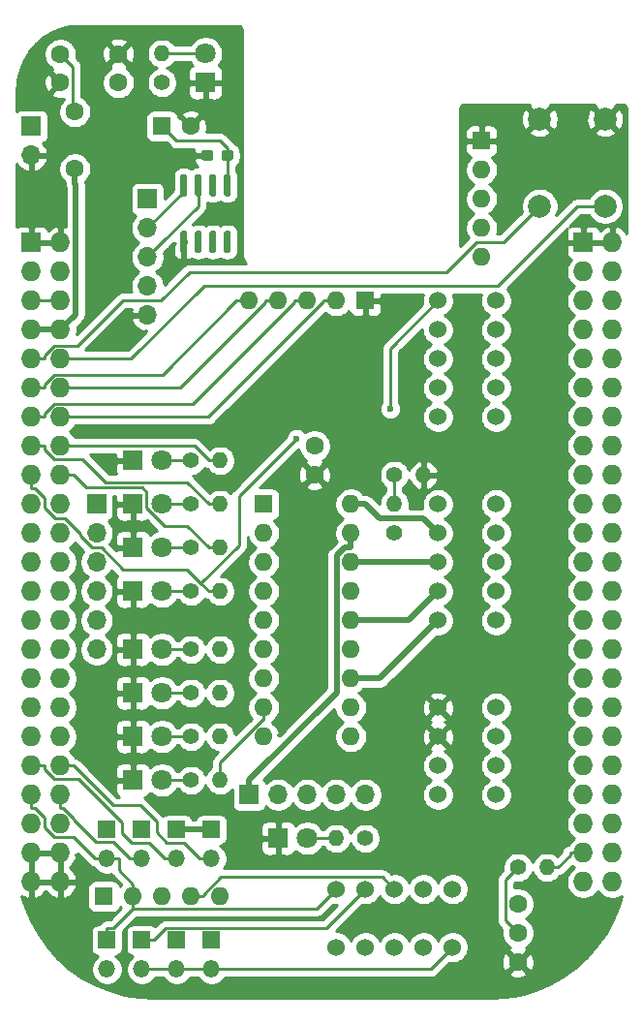
<source format=gbl>
G04 #@! TF.GenerationSoftware,KiCad,Pcbnew,(5.1.6)-1*
G04 #@! TF.CreationDate,2020-08-19T07:45:27+09:00*
G04 #@! TF.ProjectId,ExiCape,45786943-6170-4652-9e6b-696361645f70,Rev.2.0*
G04 #@! TF.SameCoordinates,Original*
G04 #@! TF.FileFunction,Copper,L2,Bot*
G04 #@! TF.FilePolarity,Positive*
%FSLAX46Y46*%
G04 Gerber Fmt 4.6, Leading zero omitted, Abs format (unit mm)*
G04 Created by KiCad (PCBNEW (5.1.6)-1) date 2020-08-19 07:45:27*
%MOMM*%
%LPD*%
G01*
G04 APERTURE LIST*
G04 #@! TA.AperFunction,ComponentPad*
%ADD10O,1.700000X1.700000*%
G04 #@! TD*
G04 #@! TA.AperFunction,ComponentPad*
%ADD11R,1.700000X1.700000*%
G04 #@! TD*
G04 #@! TA.AperFunction,ComponentPad*
%ADD12O,1.400000X1.400000*%
G04 #@! TD*
G04 #@! TA.AperFunction,ComponentPad*
%ADD13C,1.400000*%
G04 #@! TD*
G04 #@! TA.AperFunction,ComponentPad*
%ADD14C,1.800000*%
G04 #@! TD*
G04 #@! TA.AperFunction,ComponentPad*
%ADD15R,1.800000X1.800000*%
G04 #@! TD*
G04 #@! TA.AperFunction,ComponentPad*
%ADD16R,1.600000X1.600000*%
G04 #@! TD*
G04 #@! TA.AperFunction,ComponentPad*
%ADD17O,1.600000X1.600000*%
G04 #@! TD*
G04 #@! TA.AperFunction,ComponentPad*
%ADD18C,1.524000*%
G04 #@! TD*
G04 #@! TA.AperFunction,ComponentPad*
%ADD19C,1.600000*%
G04 #@! TD*
G04 #@! TA.AperFunction,ComponentPad*
%ADD20O,1.500000X1.500000*%
G04 #@! TD*
G04 #@! TA.AperFunction,ComponentPad*
%ADD21R,1.500000X1.500000*%
G04 #@! TD*
G04 #@! TA.AperFunction,ComponentPad*
%ADD22C,2.000000*%
G04 #@! TD*
G04 #@! TA.AperFunction,ComponentPad*
%ADD23R,1.727200X1.727200*%
G04 #@! TD*
G04 #@! TA.AperFunction,ComponentPad*
%ADD24O,1.727200X1.727200*%
G04 #@! TD*
G04 #@! TA.AperFunction,ViaPad*
%ADD25C,0.600000*%
G04 #@! TD*
G04 #@! TA.AperFunction,Conductor*
%ADD26C,0.250000*%
G04 #@! TD*
G04 #@! TA.AperFunction,Conductor*
%ADD27C,0.500000*%
G04 #@! TD*
G04 #@! TA.AperFunction,Conductor*
%ADD28C,0.254000*%
G04 #@! TD*
G04 APERTURE END LIST*
G04 #@! TO.P,C5,2*
G04 #@! TO.N,GNDD*
G04 #@! TA.AperFunction,SMDPad,CuDef*
G36*
G01*
X132290100Y-54524900D02*
X132290100Y-54999900D01*
G75*
G02*
X132052600Y-55237400I-237500J0D01*
G01*
X131477600Y-55237400D01*
G75*
G02*
X131240100Y-54999900I0J237500D01*
G01*
X131240100Y-54524900D01*
G75*
G02*
X131477600Y-54287400I237500J0D01*
G01*
X132052600Y-54287400D01*
G75*
G02*
X132290100Y-54524900I0J-237500D01*
G01*
G37*
G04 #@! TD.AperFunction*
G04 #@! TO.P,C5,1*
G04 #@! TO.N,+3V3*
G04 #@! TA.AperFunction,SMDPad,CuDef*
G36*
G01*
X134040100Y-54524900D02*
X134040100Y-54999900D01*
G75*
G02*
X133802600Y-55237400I-237500J0D01*
G01*
X133227600Y-55237400D01*
G75*
G02*
X132990100Y-54999900I0J237500D01*
G01*
X132990100Y-54524900D01*
G75*
G02*
X133227600Y-54287400I237500J0D01*
G01*
X133802600Y-54287400D01*
G75*
G02*
X134040100Y-54524900I0J-237500D01*
G01*
G37*
G04 #@! TD.AperFunction*
G04 #@! TD*
G04 #@! TO.P,U3,8*
G04 #@! TO.N,+3V3*
G04 #@! TA.AperFunction,SMDPad,CuDef*
G36*
G01*
X133665100Y-58342400D02*
X133365100Y-58342400D01*
G75*
G02*
X133215100Y-58192400I0J150000D01*
G01*
X133215100Y-56542400D01*
G75*
G02*
X133365100Y-56392400I150000J0D01*
G01*
X133665100Y-56392400D01*
G75*
G02*
X133815100Y-56542400I0J-150000D01*
G01*
X133815100Y-58192400D01*
G75*
G02*
X133665100Y-58342400I-150000J0D01*
G01*
G37*
G04 #@! TD.AperFunction*
G04 #@! TO.P,U3,7*
G04 #@! TO.N,N/C*
G04 #@! TA.AperFunction,SMDPad,CuDef*
G36*
G01*
X132395100Y-58342400D02*
X132095100Y-58342400D01*
G75*
G02*
X131945100Y-58192400I0J150000D01*
G01*
X131945100Y-56542400D01*
G75*
G02*
X132095100Y-56392400I150000J0D01*
G01*
X132395100Y-56392400D01*
G75*
G02*
X132545100Y-56542400I0J-150000D01*
G01*
X132545100Y-58192400D01*
G75*
G02*
X132395100Y-58342400I-150000J0D01*
G01*
G37*
G04 #@! TD.AperFunction*
G04 #@! TO.P,U3,6*
G04 #@! TO.N,/I2C2_SCL*
G04 #@! TA.AperFunction,SMDPad,CuDef*
G36*
G01*
X131125100Y-58342400D02*
X130825100Y-58342400D01*
G75*
G02*
X130675100Y-58192400I0J150000D01*
G01*
X130675100Y-56542400D01*
G75*
G02*
X130825100Y-56392400I150000J0D01*
G01*
X131125100Y-56392400D01*
G75*
G02*
X131275100Y-56542400I0J-150000D01*
G01*
X131275100Y-58192400D01*
G75*
G02*
X131125100Y-58342400I-150000J0D01*
G01*
G37*
G04 #@! TD.AperFunction*
G04 #@! TO.P,U3,5*
G04 #@! TO.N,/I2C2_SDA*
G04 #@! TA.AperFunction,SMDPad,CuDef*
G36*
G01*
X129855100Y-58342400D02*
X129555100Y-58342400D01*
G75*
G02*
X129405100Y-58192400I0J150000D01*
G01*
X129405100Y-56542400D01*
G75*
G02*
X129555100Y-56392400I150000J0D01*
G01*
X129855100Y-56392400D01*
G75*
G02*
X130005100Y-56542400I0J-150000D01*
G01*
X130005100Y-58192400D01*
G75*
G02*
X129855100Y-58342400I-150000J0D01*
G01*
G37*
G04 #@! TD.AperFunction*
G04 #@! TO.P,U3,4*
G04 #@! TO.N,GNDD*
G04 #@! TA.AperFunction,SMDPad,CuDef*
G36*
G01*
X129855100Y-63292400D02*
X129555100Y-63292400D01*
G75*
G02*
X129405100Y-63142400I0J150000D01*
G01*
X129405100Y-61492400D01*
G75*
G02*
X129555100Y-61342400I150000J0D01*
G01*
X129855100Y-61342400D01*
G75*
G02*
X130005100Y-61492400I0J-150000D01*
G01*
X130005100Y-63142400D01*
G75*
G02*
X129855100Y-63292400I-150000J0D01*
G01*
G37*
G04 #@! TD.AperFunction*
G04 #@! TO.P,U3,3*
G04 #@! TO.N,N/C*
G04 #@! TA.AperFunction,SMDPad,CuDef*
G36*
G01*
X131125100Y-63292400D02*
X130825100Y-63292400D01*
G75*
G02*
X130675100Y-63142400I0J150000D01*
G01*
X130675100Y-61492400D01*
G75*
G02*
X130825100Y-61342400I150000J0D01*
G01*
X131125100Y-61342400D01*
G75*
G02*
X131275100Y-61492400I0J-150000D01*
G01*
X131275100Y-63142400D01*
G75*
G02*
X131125100Y-63292400I-150000J0D01*
G01*
G37*
G04 #@! TD.AperFunction*
G04 #@! TO.P,U3,2*
G04 #@! TA.AperFunction,SMDPad,CuDef*
G36*
G01*
X132395100Y-63292400D02*
X132095100Y-63292400D01*
G75*
G02*
X131945100Y-63142400I0J150000D01*
G01*
X131945100Y-61492400D01*
G75*
G02*
X132095100Y-61342400I150000J0D01*
G01*
X132395100Y-61342400D01*
G75*
G02*
X132545100Y-61492400I0J-150000D01*
G01*
X132545100Y-63142400D01*
G75*
G02*
X132395100Y-63292400I-150000J0D01*
G01*
G37*
G04 #@! TD.AperFunction*
G04 #@! TO.P,U3,1*
G04 #@! TA.AperFunction,SMDPad,CuDef*
G36*
G01*
X133665100Y-63292400D02*
X133365100Y-63292400D01*
G75*
G02*
X133215100Y-63142400I0J150000D01*
G01*
X133215100Y-61492400D01*
G75*
G02*
X133365100Y-61342400I150000J0D01*
G01*
X133665100Y-61342400D01*
G75*
G02*
X133815100Y-61492400I0J-150000D01*
G01*
X133815100Y-63142400D01*
G75*
G02*
X133665100Y-63292400I-150000J0D01*
G01*
G37*
G04 #@! TD.AperFunction*
G04 #@! TD*
D10*
G04 #@! TO.P,J8,2*
G04 #@! TO.N,GNDD*
X116370100Y-54762400D03*
D11*
G04 #@! TO.P,J8,1*
G04 #@! TO.N,+3V3*
X116370100Y-52222400D03*
G04 #@! TD*
D12*
G04 #@! TO.P,R9,2*
G04 #@! TO.N,Net-(D13-Pad2)*
X143040000Y-114452000D03*
D13*
G04 #@! TO.P,R9,1*
G04 #@! TO.N,VDDF*
X145580000Y-114452000D03*
G04 #@! TD*
D12*
G04 #@! TO.P,R12,2*
G04 #@! TO.N,GNDD*
X150660000Y-82702400D03*
D13*
G04 #@! TO.P,R12,1*
G04 #@! TO.N,Net-(JP1-Pad1)*
X148120000Y-82702400D03*
G04 #@! TD*
D12*
G04 #@! TO.P,R11,2*
G04 #@! TO.N,Net-(JP1-Pad1)*
X148120000Y-85242400D03*
D13*
G04 #@! TO.P,R11,1*
G04 #@! TO.N,VDDF*
X148120000Y-87782400D03*
G04 #@! TD*
D14*
G04 #@! TO.P,D13,2*
G04 #@! TO.N,Net-(D13-Pad2)*
X140500000Y-114452000D03*
D15*
G04 #@! TO.P,D13,1*
G04 #@! TO.N,GNDD*
X137960000Y-114452000D03*
G04 #@! TD*
D16*
G04 #@! TO.P,RN1,1*
G04 #@! TO.N,GNDD*
X145580000Y-67462400D03*
D17*
G04 #@! TO.P,RN1,2*
G04 #@! TO.N,/GPIO_50P*
X143040000Y-67462400D03*
G04 #@! TO.P,RN1,3*
G04 #@! TO.N,/GPIO_31*
X140500000Y-67462400D03*
G04 #@! TO.P,RN1,4*
G04 #@! TO.N,/GPIO_60*
X137960000Y-67462400D03*
G04 #@! TO.P,RN1,5*
G04 #@! TO.N,/GPIO_30*
X135420000Y-67462400D03*
G04 #@! TD*
D11*
G04 #@! TO.P,J6,1*
G04 #@! TO.N,+3V3*
X126530000Y-58572400D03*
D10*
G04 #@! TO.P,J6,2*
G04 #@! TO.N,/I2C2_SDA*
X126530000Y-61112400D03*
G04 #@! TO.P,J6,3*
G04 #@! TO.N,/I2C2_SCL*
X126530000Y-63652400D03*
G04 #@! TO.P,J6,4*
G04 #@! TO.N,N/C*
X126530000Y-66192400D03*
G04 #@! TO.P,J6,5*
G04 #@! TO.N,GNDD*
X126530000Y-68732400D03*
G04 #@! TD*
D18*
G04 #@! TO.P,J3,10*
G04 #@! TO.N,/PowX*
X151930000Y-67462400D03*
G04 #@! TO.P,J3,9*
G04 #@! TO.N,N/C*
X157010000Y-67462400D03*
G04 #@! TO.P,J3,8*
G04 #@! TO.N,/X3*
X151930000Y-70002400D03*
G04 #@! TO.P,J3,7*
G04 #@! TO.N,N/C*
X157010000Y-70002400D03*
G04 #@! TO.P,J3,6*
G04 #@! TO.N,/X2*
X151930000Y-72542400D03*
G04 #@! TO.P,J3,5*
G04 #@! TO.N,N/C*
X157010000Y-72542400D03*
G04 #@! TO.P,J3,4*
G04 #@! TO.N,/X1*
X151930000Y-75082400D03*
G04 #@! TO.P,J3,3*
G04 #@! TO.N,N/C*
X157010000Y-75082400D03*
G04 #@! TO.P,J3,2*
G04 #@! TO.N,/X0*
X151930000Y-77622400D03*
G04 #@! TO.P,J3,1*
G04 #@! TO.N,N/C*
X157010000Y-77622400D03*
G04 #@! TD*
D17*
G04 #@! TO.P,RN2,5*
G04 #@! TO.N,/X3*
X155740000Y-63652400D03*
G04 #@! TO.P,RN2,4*
G04 #@! TO.N,/X2*
X155740000Y-61112400D03*
G04 #@! TO.P,RN2,3*
G04 #@! TO.N,/X1*
X155740000Y-58572400D03*
G04 #@! TO.P,RN2,2*
G04 #@! TO.N,/X0*
X155740000Y-56032400D03*
D16*
G04 #@! TO.P,RN2,1*
G04 #@! TO.N,GNDD*
X155740000Y-53492400D03*
G04 #@! TD*
D18*
G04 #@! TO.P,J4,10*
G04 #@! TO.N,GNDA_ADC*
X153200000Y-118897000D03*
G04 #@! TO.P,J4,9*
X153200000Y-123977000D03*
G04 #@! TO.P,J4,8*
G04 #@! TO.N,/AIN3*
X150660000Y-118897000D03*
G04 #@! TO.P,J4,7*
G04 #@! TO.N,N/C*
X150660000Y-123977000D03*
G04 #@! TO.P,J4,6*
G04 #@! TO.N,/AIN2*
X148120000Y-118897000D03*
G04 #@! TO.P,J4,5*
G04 #@! TO.N,N/C*
X148120000Y-123977000D03*
G04 #@! TO.P,J4,4*
G04 #@! TO.N,/AIN1*
X145580000Y-118897000D03*
G04 #@! TO.P,J4,3*
G04 #@! TO.N,N/C*
X145580000Y-123977000D03*
G04 #@! TO.P,J4,2*
G04 #@! TO.N,/AIN0*
X143040000Y-118897000D03*
G04 #@! TO.P,J4,1*
G04 #@! TO.N,N/C*
X143040000Y-123977000D03*
G04 #@! TD*
G04 #@! TO.P,J5,1*
G04 #@! TO.N,N/C*
X157010000Y-110642000D03*
G04 #@! TO.P,J5,2*
G04 #@! TO.N,VDDF*
X151930000Y-110642000D03*
G04 #@! TO.P,J5,3*
G04 #@! TO.N,N/C*
X157010000Y-108102000D03*
G04 #@! TO.P,J5,4*
G04 #@! TO.N,VDDF*
X151930000Y-108102000D03*
G04 #@! TO.P,J5,5*
G04 #@! TO.N,N/C*
X157010000Y-105562000D03*
G04 #@! TO.P,J5,6*
G04 #@! TO.N,GNDD*
X151930000Y-105562000D03*
G04 #@! TO.P,J5,7*
G04 #@! TO.N,N/C*
X157010000Y-103022000D03*
G04 #@! TO.P,J5,8*
G04 #@! TO.N,GNDD*
X151930000Y-103022000D03*
G04 #@! TD*
D19*
G04 #@! TO.P,F1,2*
G04 #@! TO.N,SYS_5V*
X120180100Y-55952400D03*
G04 #@! TO.P,F1,1*
G04 #@! TO.N,Net-(C2-Pad1)*
X120180100Y-50952400D03*
G04 #@! TD*
D11*
G04 #@! TO.P,J7,1*
G04 #@! TO.N,N/C*
X122085000Y-85242400D03*
D10*
G04 #@! TO.P,J7,2*
X122085000Y-87782400D03*
G04 #@! TO.P,J7,3*
X122085000Y-90322400D03*
G04 #@! TO.P,J7,4*
X122085000Y-92862400D03*
G04 #@! TO.P,J7,5*
X122085000Y-95402400D03*
G04 #@! TO.P,J7,6*
X122085000Y-97942400D03*
G04 #@! TD*
D18*
G04 #@! TO.P,J1,10*
G04 #@! TO.N,VDDF*
X151930000Y-85242400D03*
G04 #@! TO.P,J1,9*
G04 #@! TO.N,N/C*
X157010000Y-85242400D03*
G04 #@! TO.P,J1,8*
G04 #@! TO.N,/PY3-1*
X151930000Y-87782400D03*
G04 #@! TO.P,J1,7*
G04 #@! TO.N,N/C*
X157010000Y-87782400D03*
G04 #@! TO.P,J1,6*
G04 #@! TO.N,/PY2-1*
X151930000Y-90322400D03*
G04 #@! TO.P,J1,5*
G04 #@! TO.N,N/C*
X157010000Y-90322400D03*
G04 #@! TO.P,J1,4*
G04 #@! TO.N,/PY1-1*
X151930000Y-92862400D03*
G04 #@! TO.P,J1,3*
G04 #@! TO.N,N/C*
X157010000Y-92862400D03*
G04 #@! TO.P,J1,2*
G04 #@! TO.N,/PY0-1*
X151930000Y-95402400D03*
G04 #@! TO.P,J1,1*
G04 #@! TO.N,N/C*
X157010000Y-95402400D03*
G04 #@! TD*
D10*
G04 #@! TO.P,J2,5*
G04 #@! TO.N,VDDF*
X145580000Y-110642000D03*
G04 #@! TO.P,J2,4*
G04 #@! TO.N,/PY0-2*
X143040000Y-110642000D03*
G04 #@! TO.P,J2,3*
G04 #@! TO.N,/PY1-2*
X140500000Y-110642000D03*
G04 #@! TO.P,J2,2*
G04 #@! TO.N,/PY2-2*
X137960000Y-110642000D03*
D11*
G04 #@! TO.P,J2,1*
G04 #@! TO.N,/PY3-2*
X135420000Y-110642000D03*
G04 #@! TD*
D19*
G04 #@! TO.P,C4,2*
G04 #@! TO.N,GNDD*
X130300100Y-52222400D03*
D16*
G04 #@! TO.P,C4,1*
G04 #@! TO.N,+3V3*
X127800100Y-52222400D03*
G04 #@! TD*
D19*
G04 #@! TO.P,C3,2*
G04 #@! TO.N,GNDD*
X123990000Y-45912400D03*
G04 #@! TO.P,C3,1*
G04 #@! TO.N,+3V3*
X123990000Y-48412400D03*
G04 #@! TD*
G04 #@! TO.P,C2,2*
G04 #@! TO.N,GNDD*
X118910000Y-48412400D03*
G04 #@! TO.P,C2,1*
G04 #@! TO.N,Net-(C2-Pad1)*
X118910000Y-45912400D03*
G04 #@! TD*
D20*
G04 #@! TO.P,D17,2*
G04 #@! TO.N,GNDA_ADC*
X132118000Y-125882000D03*
D21*
G04 #@! TO.P,D17,1*
G04 #@! TO.N,/AIN3*
X132118000Y-123342000D03*
G04 #@! TD*
D20*
G04 #@! TO.P,D16,2*
G04 #@! TO.N,/AIN3*
X132118000Y-116230000D03*
D21*
G04 #@! TO.P,D16,1*
G04 #@! TO.N,VDD_ADC*
X132118000Y-113690000D03*
G04 #@! TD*
D20*
G04 #@! TO.P,D15,2*
G04 #@! TO.N,GNDA_ADC*
X129070000Y-125882000D03*
D21*
G04 #@! TO.P,D15,1*
G04 #@! TO.N,/AIN2*
X129070000Y-123342000D03*
G04 #@! TD*
D20*
G04 #@! TO.P,D14,2*
G04 #@! TO.N,/AIN2*
X129070000Y-116230000D03*
D21*
G04 #@! TO.P,D14,1*
G04 #@! TO.N,VDD_ADC*
X129070000Y-113690000D03*
G04 #@! TD*
D20*
G04 #@! TO.P,D12,2*
G04 #@! TO.N,GNDA_ADC*
X126022000Y-125882000D03*
D21*
G04 #@! TO.P,D12,1*
G04 #@! TO.N,/AIN1*
X126022000Y-123342000D03*
G04 #@! TD*
D20*
G04 #@! TO.P,D11,2*
G04 #@! TO.N,/AIN1*
X126022000Y-116230000D03*
D21*
G04 #@! TO.P,D11,1*
G04 #@! TO.N,VDD_ADC*
X126022000Y-113690000D03*
G04 #@! TD*
D20*
G04 #@! TO.P,D10,2*
G04 #@! TO.N,GNDA_ADC*
X122974000Y-125882000D03*
D21*
G04 #@! TO.P,D10,1*
G04 #@! TO.N,/AIN0*
X122974000Y-123342000D03*
G04 #@! TD*
D20*
G04 #@! TO.P,D9,2*
G04 #@! TO.N,/AIN0*
X122974000Y-116230000D03*
D21*
G04 #@! TO.P,D9,1*
G04 #@! TO.N,VDD_ADC*
X122974000Y-113690000D03*
G04 #@! TD*
D17*
G04 #@! TO.P,IC1,18*
G04 #@! TO.N,/PY3-1*
X144310000Y-85242400D03*
G04 #@! TO.P,IC1,9*
G04 #@! TO.N,GNDD*
X136690000Y-105562400D03*
G04 #@! TO.P,IC1,17*
G04 #@! TO.N,/PY3-2*
X144310000Y-87782400D03*
G04 #@! TO.P,IC1,8*
G04 #@! TO.N,/Y0*
X136690000Y-103022400D03*
G04 #@! TO.P,IC1,16*
G04 #@! TO.N,/PY2-1*
X144310000Y-90322400D03*
G04 #@! TO.P,IC1,7*
G04 #@! TO.N,/Y0*
X136690000Y-100482400D03*
G04 #@! TO.P,IC1,15*
G04 #@! TO.N,/PY2-2*
X144310000Y-92862400D03*
G04 #@! TO.P,IC1,6*
G04 #@! TO.N,/Y1*
X136690000Y-97942400D03*
G04 #@! TO.P,IC1,14*
G04 #@! TO.N,/PY1-1*
X144310000Y-95402400D03*
G04 #@! TO.P,IC1,5*
G04 #@! TO.N,/Y1*
X136690000Y-95402400D03*
G04 #@! TO.P,IC1,13*
G04 #@! TO.N,/PY1-2*
X144310000Y-97942400D03*
G04 #@! TO.P,IC1,4*
G04 #@! TO.N,/Y2*
X136690000Y-92862400D03*
G04 #@! TO.P,IC1,12*
G04 #@! TO.N,/PY0-1*
X144310000Y-100482400D03*
G04 #@! TO.P,IC1,3*
G04 #@! TO.N,/Y2*
X136690000Y-90322400D03*
G04 #@! TO.P,IC1,11*
G04 #@! TO.N,/PY0-2*
X144310000Y-103022400D03*
G04 #@! TO.P,IC1,2*
G04 #@! TO.N,/Y3*
X136690000Y-87782400D03*
G04 #@! TO.P,IC1,10*
G04 #@! TO.N,VDDF*
X144310000Y-105562400D03*
D16*
G04 #@! TO.P,IC1,1*
G04 #@! TO.N,/Y3*
X136690000Y-85242400D03*
G04 #@! TD*
D17*
G04 #@! TO.P,RN3,5*
G04 #@! TO.N,/AIN3*
X132880000Y-119532000D03*
G04 #@! TO.P,RN3,4*
G04 #@! TO.N,/AIN2*
X130340000Y-119532000D03*
G04 #@! TO.P,RN3,3*
G04 #@! TO.N,/AIN1*
X127800000Y-119532000D03*
G04 #@! TO.P,RN3,2*
G04 #@! TO.N,/AIN0*
X125260000Y-119532000D03*
D16*
G04 #@! TO.P,RN3,1*
G04 #@! TO.N,GNDA_ADC*
X122720000Y-119532000D03*
G04 #@! TD*
D19*
G04 #@! TO.P,SW3,1*
G04 #@! TO.N,N/C*
X158915000Y-120167000D03*
G04 #@! TO.P,SW3,2*
G04 #@! TO.N,Net-(R10-Pad1)*
X158915000Y-122707000D03*
G04 #@! TO.P,SW3,3*
G04 #@! TO.N,GNDD*
X158915000Y-125247000D03*
G04 #@! TD*
D22*
G04 #@! TO.P,SW2,2*
G04 #@! TO.N,GNDD*
X166535000Y-51587400D03*
G04 #@! TO.P,SW2,1*
G04 #@! TO.N,SYS_RESETN*
X166535000Y-59207400D03*
G04 #@! TD*
G04 #@! TO.P,SW1,2*
G04 #@! TO.N,GNDD*
X160820000Y-51587400D03*
G04 #@! TO.P,SW1,1*
G04 #@! TO.N,PWR_BUT*
X160820000Y-59207400D03*
G04 #@! TD*
D12*
G04 #@! TO.P,R10,2*
G04 #@! TO.N,uSD_BOOT*
X161455000Y-116992000D03*
D13*
G04 #@! TO.P,R10,1*
G04 #@! TO.N,Net-(R10-Pad1)*
X158915000Y-116992000D03*
G04 #@! TD*
D12*
G04 #@! TO.P,R13,2*
G04 #@! TO.N,Net-(D18-Pad2)*
X127800000Y-45872400D03*
D13*
G04 #@! TO.P,R13,1*
G04 #@! TO.N,+3V3*
X127800000Y-48412400D03*
G04 #@! TD*
D12*
G04 #@! TO.P,R8,2*
G04 #@! TO.N,/Y0*
X132880000Y-109372000D03*
D13*
G04 #@! TO.P,R8,1*
G04 #@! TO.N,Net-(D8-Pad2)*
X130340000Y-109372000D03*
G04 #@! TD*
D12*
G04 #@! TO.P,R7,2*
G04 #@! TO.N,/Y1*
X132880000Y-105562000D03*
D13*
G04 #@! TO.P,R7,1*
G04 #@! TO.N,Net-(D7-Pad2)*
X130340000Y-105562000D03*
G04 #@! TD*
D12*
G04 #@! TO.P,R6,2*
G04 #@! TO.N,/Y2*
X132880000Y-101752000D03*
D13*
G04 #@! TO.P,R6,1*
G04 #@! TO.N,Net-(D6-Pad2)*
X130340000Y-101752000D03*
G04 #@! TD*
D12*
G04 #@! TO.P,R5,2*
G04 #@! TO.N,/Y3*
X132880000Y-97942400D03*
D13*
G04 #@! TO.P,R5,1*
G04 #@! TO.N,Net-(D5-Pad2)*
X130340000Y-97942400D03*
G04 #@! TD*
D12*
G04 #@! TO.P,R4,2*
G04 #@! TO.N,/GPIO_05*
X132880000Y-92862400D03*
D13*
G04 #@! TO.P,R4,1*
G04 #@! TO.N,Net-(D4-Pad2)*
X130340000Y-92862400D03*
G04 #@! TD*
D12*
G04 #@! TO.P,R3,2*
G04 #@! TO.N,/GPIO_04*
X132880000Y-89052400D03*
D13*
G04 #@! TO.P,R3,1*
G04 #@! TO.N,Net-(D3-Pad2)*
X130340000Y-89052400D03*
G04 #@! TD*
D12*
G04 #@! TO.P,R2,2*
G04 #@! TO.N,/GPIO_48*
X132880000Y-85242400D03*
D13*
G04 #@! TO.P,R2,1*
G04 #@! TO.N,Net-(D2-Pad2)*
X130340000Y-85242400D03*
G04 #@! TD*
D12*
G04 #@! TO.P,R1,2*
G04 #@! TO.N,/GPIO_51P*
X132880000Y-81432400D03*
D13*
G04 #@! TO.P,R1,1*
G04 #@! TO.N,Net-(D1-Pad2)*
X130340000Y-81432400D03*
G04 #@! TD*
D14*
G04 #@! TO.P,D18,2*
G04 #@! TO.N,Net-(D18-Pad2)*
X131610000Y-45872400D03*
D15*
G04 #@! TO.P,D18,1*
G04 #@! TO.N,GNDD*
X131610000Y-48412400D03*
G04 #@! TD*
D14*
G04 #@! TO.P,D8,2*
G04 #@! TO.N,Net-(D8-Pad2)*
X127800000Y-109372000D03*
D15*
G04 #@! TO.P,D8,1*
G04 #@! TO.N,GNDD*
X125260000Y-109372000D03*
G04 #@! TD*
D14*
G04 #@! TO.P,D7,2*
G04 #@! TO.N,Net-(D7-Pad2)*
X127800000Y-105562000D03*
D15*
G04 #@! TO.P,D7,1*
G04 #@! TO.N,GNDD*
X125260000Y-105562000D03*
G04 #@! TD*
D14*
G04 #@! TO.P,D6,2*
G04 #@! TO.N,Net-(D6-Pad2)*
X127800000Y-101752000D03*
D15*
G04 #@! TO.P,D6,1*
G04 #@! TO.N,GNDD*
X125260000Y-101752000D03*
G04 #@! TD*
D14*
G04 #@! TO.P,D5,2*
G04 #@! TO.N,Net-(D5-Pad2)*
X127800000Y-97942400D03*
D15*
G04 #@! TO.P,D5,1*
G04 #@! TO.N,GNDD*
X125260000Y-97942400D03*
G04 #@! TD*
D14*
G04 #@! TO.P,D4,2*
G04 #@! TO.N,Net-(D4-Pad2)*
X127800000Y-92862400D03*
D15*
G04 #@! TO.P,D4,1*
G04 #@! TO.N,GNDD*
X125260000Y-92862400D03*
G04 #@! TD*
D14*
G04 #@! TO.P,D3,2*
G04 #@! TO.N,Net-(D3-Pad2)*
X127800000Y-89052400D03*
D15*
G04 #@! TO.P,D3,1*
G04 #@! TO.N,GNDD*
X125260000Y-89052400D03*
G04 #@! TD*
D14*
G04 #@! TO.P,D2,2*
G04 #@! TO.N,Net-(D2-Pad2)*
X127800000Y-85242400D03*
D15*
G04 #@! TO.P,D2,1*
G04 #@! TO.N,GNDD*
X125260000Y-85242400D03*
G04 #@! TD*
D14*
G04 #@! TO.P,D1,2*
G04 #@! TO.N,Net-(D1-Pad2)*
X127800000Y-81432400D03*
D15*
G04 #@! TO.P,D1,1*
G04 #@! TO.N,GNDD*
X125260000Y-81432400D03*
G04 #@! TD*
D19*
G04 #@! TO.P,C1,2*
G04 #@! TO.N,GNDD*
X141135100Y-82662400D03*
G04 #@! TO.P,C1,1*
G04 #@! TO.N,+3V3*
X141135100Y-80162400D03*
G04 #@! TD*
D23*
G04 #@! TO.P,P2,1*
G04 #@! TO.N,GNDD*
X164630000Y-62382400D03*
D24*
G04 #@! TO.P,P2,2*
X167170000Y-62382400D03*
G04 #@! TO.P,P2,3*
G04 #@! TO.N,N/C*
X164630000Y-64922400D03*
G04 #@! TO.P,P2,4*
X167170000Y-64922400D03*
G04 #@! TO.P,P2,5*
X164630000Y-67462400D03*
G04 #@! TO.P,P2,6*
X167170000Y-67462400D03*
G04 #@! TO.P,P2,7*
X164630000Y-70002400D03*
G04 #@! TO.P,P2,8*
X167170000Y-70002400D03*
G04 #@! TO.P,P2,9*
X164630000Y-72542400D03*
G04 #@! TO.P,P2,10*
X167170000Y-72542400D03*
G04 #@! TO.P,P2,11*
X164630000Y-75082400D03*
G04 #@! TO.P,P2,12*
X167170000Y-75082400D03*
G04 #@! TO.P,P2,13*
X164630000Y-77622400D03*
G04 #@! TO.P,P2,14*
X167170000Y-77622400D03*
G04 #@! TO.P,P2,15*
X164630000Y-80162400D03*
G04 #@! TO.P,P2,16*
X167170000Y-80162400D03*
G04 #@! TO.P,P2,17*
X164630000Y-82702400D03*
G04 #@! TO.P,P2,18*
X167170000Y-82702400D03*
G04 #@! TO.P,P2,19*
X164630000Y-85242400D03*
G04 #@! TO.P,P2,20*
X167170000Y-85242400D03*
G04 #@! TO.P,P2,21*
X164630000Y-87782400D03*
G04 #@! TO.P,P2,22*
X167170000Y-87782400D03*
G04 #@! TO.P,P2,23*
X164630000Y-90322400D03*
G04 #@! TO.P,P2,24*
X167170000Y-90322400D03*
G04 #@! TO.P,P2,25*
X164630000Y-92862400D03*
G04 #@! TO.P,P2,26*
X167170000Y-92862400D03*
G04 #@! TO.P,P2,27*
X164630000Y-95402400D03*
G04 #@! TO.P,P2,28*
X167170000Y-95402400D03*
G04 #@! TO.P,P2,29*
X164630000Y-97942400D03*
G04 #@! TO.P,P2,30*
X167170000Y-97942400D03*
G04 #@! TO.P,P2,31*
X164630000Y-100482400D03*
G04 #@! TO.P,P2,32*
X167170000Y-100482400D03*
G04 #@! TO.P,P2,33*
X164630000Y-103022400D03*
G04 #@! TO.P,P2,34*
X167170000Y-103022400D03*
G04 #@! TO.P,P2,35*
X164630000Y-105562400D03*
G04 #@! TO.P,P2,36*
X167170000Y-105562400D03*
G04 #@! TO.P,P2,37*
X164630000Y-108102400D03*
G04 #@! TO.P,P2,38*
X167170000Y-108102400D03*
G04 #@! TO.P,P2,39*
X164630000Y-110642400D03*
G04 #@! TO.P,P2,40*
X167170000Y-110642400D03*
G04 #@! TO.P,P2,41*
X164630000Y-113182400D03*
G04 #@! TO.P,P2,42*
X167170000Y-113182400D03*
G04 #@! TO.P,P2,43*
G04 #@! TO.N,uSD_BOOT*
X164630000Y-115722400D03*
G04 #@! TO.P,P2,44*
G04 #@! TO.N,N/C*
X167170000Y-115722400D03*
G04 #@! TO.P,P2,45*
X164630000Y-118262400D03*
G04 #@! TO.P,P2,46*
X167170000Y-118262400D03*
G04 #@! TD*
D23*
G04 #@! TO.P,P1,1*
G04 #@! TO.N,GNDD*
X116370000Y-62382400D03*
D24*
G04 #@! TO.P,P1,2*
X118910000Y-62382400D03*
G04 #@! TO.P,P1,3*
G04 #@! TO.N,N/C*
X116370000Y-64922400D03*
G04 #@! TO.P,P1,4*
X118910000Y-64922400D03*
G04 #@! TO.P,P1,5*
G04 #@! TO.N,+5V*
X116370000Y-67462400D03*
G04 #@! TO.P,P1,6*
X118910000Y-67462400D03*
G04 #@! TO.P,P1,7*
G04 #@! TO.N,SYS_5V*
X116370000Y-70002400D03*
G04 #@! TO.P,P1,8*
X118910000Y-70002400D03*
G04 #@! TO.P,P1,9*
G04 #@! TO.N,PWR_BUT*
X116370000Y-72542400D03*
G04 #@! TO.P,P1,10*
G04 #@! TO.N,SYS_RESETN*
X118910000Y-72542400D03*
G04 #@! TO.P,P1,11*
G04 #@! TO.N,/GPIO_30*
X116370000Y-75082400D03*
G04 #@! TO.P,P1,12*
G04 #@! TO.N,/GPIO_60*
X118910000Y-75082400D03*
G04 #@! TO.P,P1,13*
G04 #@! TO.N,/GPIO_31*
X116370000Y-77622400D03*
G04 #@! TO.P,P1,14*
G04 #@! TO.N,/GPIO_50P*
X118910000Y-77622400D03*
G04 #@! TO.P,P1,15*
G04 #@! TO.N,/GPIO_48*
X116370000Y-80162400D03*
G04 #@! TO.P,P1,16*
G04 #@! TO.N,/GPIO_51P*
X118910000Y-80162400D03*
G04 #@! TO.P,P1,17*
G04 #@! TO.N,/GPIO_05*
X116370000Y-82702400D03*
G04 #@! TO.P,P1,18*
G04 #@! TO.N,/GPIO_04*
X118910000Y-82702400D03*
G04 #@! TO.P,P1,19*
G04 #@! TO.N,/I2C2_SCL*
X116370000Y-85242400D03*
G04 #@! TO.P,P1,20*
G04 #@! TO.N,/I2C2_SDA*
X118910000Y-85242400D03*
G04 #@! TO.P,P1,21*
G04 #@! TO.N,/I2C2_SCL*
X116370000Y-87782400D03*
G04 #@! TO.P,P1,22*
G04 #@! TO.N,/I2C2_SDA*
X118910000Y-87782400D03*
G04 #@! TO.P,P1,23*
G04 #@! TO.N,N/C*
X116370000Y-90322400D03*
G04 #@! TO.P,P1,24*
X118910000Y-90322400D03*
G04 #@! TO.P,P1,25*
X116370000Y-92862400D03*
G04 #@! TO.P,P1,26*
X118910000Y-92862400D03*
G04 #@! TO.P,P1,27*
X116370000Y-95402400D03*
G04 #@! TO.P,P1,28*
X118910000Y-95402400D03*
G04 #@! TO.P,P1,29*
X116370000Y-97942400D03*
G04 #@! TO.P,P1,30*
X118910000Y-97942400D03*
G04 #@! TO.P,P1,31*
X116370000Y-100482400D03*
G04 #@! TO.P,P1,32*
G04 #@! TO.N,VDD_ADC*
X118910000Y-100482400D03*
G04 #@! TO.P,P1,33*
G04 #@! TO.N,N/C*
X116370000Y-103022400D03*
G04 #@! TO.P,P1,34*
G04 #@! TO.N,GNDA_ADC*
X118910000Y-103022400D03*
G04 #@! TO.P,P1,35*
G04 #@! TO.N,N/C*
X116370000Y-105562400D03*
G04 #@! TO.P,P1,36*
X118910000Y-105562400D03*
G04 #@! TO.P,P1,37*
G04 #@! TO.N,/AIN2*
X116370000Y-108102400D03*
G04 #@! TO.P,P1,38*
G04 #@! TO.N,/AIN3*
X118910000Y-108102400D03*
G04 #@! TO.P,P1,39*
G04 #@! TO.N,/AIN0*
X116370000Y-110642400D03*
G04 #@! TO.P,P1,40*
G04 #@! TO.N,/AIN1*
X118910000Y-110642400D03*
G04 #@! TO.P,P1,41*
G04 #@! TO.N,N/C*
X116370000Y-113182400D03*
G04 #@! TO.P,P1,42*
X118910000Y-113182400D03*
G04 #@! TO.P,P1,43*
G04 #@! TO.N,GNDD*
X116370000Y-115722400D03*
G04 #@! TO.P,P1,44*
X118910000Y-115722400D03*
G04 #@! TO.P,P1,45*
X116370000Y-118262400D03*
G04 #@! TO.P,P1,46*
X118910000Y-118262400D03*
G04 #@! TD*
D25*
G04 #@! TO.N,GNDD*
X146215000Y-71907300D03*
X144945100Y-75717400D03*
X140500100Y-92862400D03*
X143040100Y-78892400D03*
G04 #@! TO.N,/GPIO_05*
X139565700Y-79523000D03*
G04 #@! TO.N,/PowX*
X147749100Y-76921200D03*
G04 #@! TD*
D26*
G04 #@! TO.N,GNDD*
X146215000Y-71907300D02*
X146215000Y-74447500D01*
X146215000Y-74447500D02*
X144945100Y-75717400D01*
G04 #@! TO.N,+3V3*
X127800100Y-52222400D02*
X129070100Y-53492400D01*
X129070100Y-53492400D02*
X132880100Y-53492400D01*
X133515100Y-54127400D02*
X133515100Y-57367400D01*
X132880100Y-53492400D02*
X133515100Y-54127400D01*
G04 #@! TO.N,+5V*
X118910000Y-67462400D02*
X116370000Y-67462400D01*
D27*
G04 #@! TO.N,SYS_5V*
X118910000Y-70002400D02*
X117683900Y-70002400D01*
X120242300Y-57284700D02*
X120242300Y-68670100D01*
X120242300Y-68670100D02*
X118910000Y-70002400D01*
X116370000Y-70002400D02*
X117683900Y-70002400D01*
X120180100Y-55952400D02*
X120180100Y-57302400D01*
D26*
G04 #@! TO.N,PWR_BUT*
X116370000Y-72542400D02*
X117518900Y-72542400D01*
X117518900Y-72542400D02*
X117518900Y-72255100D01*
X117518900Y-72255100D02*
X118380500Y-71393500D01*
X118380500Y-71393500D02*
X120435700Y-71393500D01*
X120435700Y-71393500D02*
X124366800Y-67462400D01*
X124366800Y-67462400D02*
X127709800Y-67462400D01*
X127709800Y-67462400D02*
X130235100Y-64937100D01*
X130235100Y-64937100D02*
X152695100Y-64937100D01*
X152695100Y-64937100D02*
X155249800Y-62382400D01*
X155249800Y-62382400D02*
X157645000Y-62382400D01*
X157645000Y-62382400D02*
X160820000Y-59207400D01*
G04 #@! TO.N,SYS_RESETN*
X166535000Y-59207400D02*
X164131400Y-59207400D01*
X164131400Y-59207400D02*
X157182900Y-66155900D01*
X157182900Y-66155900D02*
X131478200Y-66155900D01*
X131478200Y-66155900D02*
X125091700Y-72542400D01*
X125091700Y-72542400D02*
X118910000Y-72542400D01*
D27*
G04 #@! TO.N,VDD_ADC*
X129070000Y-113690000D02*
X132118000Y-113690000D01*
D26*
G04 #@! TO.N,Net-(D1-Pad2)*
X127800000Y-81432400D02*
X130340000Y-81432400D01*
G04 #@! TO.N,Net-(D2-Pad2)*
X127800000Y-85242400D02*
X130340000Y-85242400D01*
G04 #@! TO.N,Net-(D3-Pad2)*
X127800000Y-89052400D02*
X130340000Y-89052400D01*
G04 #@! TO.N,Net-(D4-Pad2)*
X127800000Y-92862400D02*
X130340000Y-92862400D01*
G04 #@! TO.N,/AIN3*
X131600400Y-116230000D02*
X132118000Y-116230000D01*
X131600400Y-116230000D02*
X131082700Y-116230000D01*
X118910000Y-108102400D02*
X120058900Y-108102400D01*
X120058900Y-108102400D02*
X123542500Y-111586000D01*
X123542500Y-111586000D02*
X125889200Y-111586000D01*
X125889200Y-111586000D02*
X127312000Y-113008800D01*
X127312000Y-113008800D02*
X127312000Y-113928800D01*
X127312000Y-113928800D02*
X128218000Y-114834800D01*
X128218000Y-114834800D02*
X129687500Y-114834800D01*
X129687500Y-114834800D02*
X131082700Y-116230000D01*
G04 #@! TO.N,/AIN2*
X130340000Y-119532000D02*
X131425300Y-119532000D01*
X131425300Y-119532000D02*
X131425300Y-119396300D01*
X131425300Y-119396300D02*
X132978700Y-117842900D01*
X132978700Y-117842900D02*
X147065900Y-117842900D01*
X147065900Y-117842900D02*
X148120000Y-118897000D01*
X129070000Y-116230000D02*
X128034700Y-116230000D01*
X116370000Y-108102400D02*
X117518900Y-108102400D01*
X117518900Y-108102400D02*
X117518900Y-108389700D01*
X117518900Y-108389700D02*
X118380500Y-109251300D01*
X118380500Y-109251300D02*
X120504700Y-109251300D01*
X120504700Y-109251300D02*
X124317100Y-113063700D01*
X124317100Y-113063700D02*
X124317100Y-113962000D01*
X124317100Y-113962000D02*
X125189900Y-114834800D01*
X125189900Y-114834800D02*
X126639500Y-114834800D01*
X126639500Y-114834800D02*
X128034700Y-116230000D01*
G04 #@! TO.N,/AIN1*
X126022000Y-116230000D02*
X124986700Y-116230000D01*
X118910000Y-110642400D02*
X118910000Y-111791300D01*
X118910000Y-111791300D02*
X119159300Y-111791300D01*
X119159300Y-111791300D02*
X120058900Y-112690900D01*
X120058900Y-112690900D02*
X120058900Y-112819600D01*
X120058900Y-112819600D02*
X122004700Y-114765400D01*
X122004700Y-114765400D02*
X123522100Y-114765400D01*
X123522100Y-114765400D02*
X124986700Y-116230000D01*
X126022000Y-123342000D02*
X127057300Y-123342000D01*
X127057300Y-123342000D02*
X128092600Y-122306700D01*
X128092600Y-122306700D02*
X142170300Y-122306700D01*
X142170300Y-122306700D02*
X145580000Y-118897000D01*
G04 #@! TO.N,/AIN0*
X125260000Y-120617300D02*
X141319700Y-120617300D01*
X141319700Y-120617300D02*
X143040000Y-118897000D01*
X125260000Y-120514700D02*
X125260000Y-120617300D01*
X125260000Y-119532000D02*
X125260000Y-120514700D01*
X122974000Y-123342000D02*
X122974000Y-122306700D01*
X122974000Y-122306700D02*
X123570600Y-122306700D01*
X123570600Y-122306700D02*
X125260000Y-120617300D01*
X122974000Y-116230000D02*
X124009300Y-116230000D01*
X122974000Y-116230000D02*
X121938700Y-116230000D01*
X124009300Y-116230000D02*
X124009300Y-117196000D01*
X124009300Y-117196000D02*
X125260000Y-118446700D01*
X116370000Y-111791300D02*
X116657300Y-111791300D01*
X116657300Y-111791300D02*
X117518900Y-112652900D01*
X117518900Y-112652900D02*
X117518900Y-113451900D01*
X117518900Y-113451900D02*
X118398400Y-114331400D01*
X118398400Y-114331400D02*
X120040100Y-114331400D01*
X120040100Y-114331400D02*
X121938700Y-116230000D01*
X125260000Y-119532000D02*
X125260000Y-118446700D01*
X116370000Y-110642400D02*
X116370000Y-111791300D01*
G04 #@! TO.N,uSD_BOOT*
X164630000Y-115722400D02*
X163481100Y-115722400D01*
X161455000Y-116992000D02*
X162440300Y-116992000D01*
X163481100Y-115722400D02*
X163481100Y-115951200D01*
X163481100Y-115951200D02*
X162440300Y-116992000D01*
G04 #@! TO.N,/GPIO_30*
X135420000Y-67462400D02*
X134334700Y-67462400D01*
X116370000Y-75082400D02*
X117518900Y-75082400D01*
X117518900Y-75082400D02*
X117518900Y-74795100D01*
X117518900Y-74795100D02*
X118380500Y-73933500D01*
X118380500Y-73933500D02*
X127863600Y-73933500D01*
X127863600Y-73933500D02*
X134334700Y-67462400D01*
G04 #@! TO.N,/GPIO_60*
X137960000Y-67462400D02*
X136874700Y-67462400D01*
X118910000Y-75082400D02*
X129367100Y-75082400D01*
X129367100Y-75082400D02*
X136874700Y-67574800D01*
X136874700Y-67574800D02*
X136874700Y-67462400D01*
G04 #@! TO.N,/GPIO_31*
X140500000Y-67462400D02*
X139414700Y-67462400D01*
X116370000Y-77622400D02*
X117518900Y-77622400D01*
X117518900Y-77622400D02*
X117518900Y-77335100D01*
X117518900Y-77335100D02*
X118380500Y-76473500D01*
X118380500Y-76473500D02*
X130516000Y-76473500D01*
X130516000Y-76473500D02*
X139414700Y-67574800D01*
X139414700Y-67574800D02*
X139414700Y-67462400D01*
G04 #@! TO.N,/GPIO_50P*
X143040000Y-67462400D02*
X141954700Y-67462400D01*
X118910000Y-77622400D02*
X131875000Y-77622400D01*
X131875000Y-77622400D02*
X141954700Y-67542700D01*
X141954700Y-67542700D02*
X141954700Y-67462400D01*
G04 #@! TO.N,/GPIO_48*
X132880000Y-85242400D02*
X131894700Y-85242400D01*
X116370000Y-80162400D02*
X117518900Y-80162400D01*
X117518900Y-80162400D02*
X117518900Y-80449700D01*
X117518900Y-80449700D02*
X118380500Y-81311300D01*
X118380500Y-81311300D02*
X120849800Y-81311300D01*
X120849800Y-81311300D02*
X122875900Y-83337400D01*
X122875900Y-83337400D02*
X129989700Y-83337400D01*
X129989700Y-83337400D02*
X131894700Y-85242400D01*
G04 #@! TO.N,/GPIO_51P*
X132880000Y-81432400D02*
X131894700Y-81432400D01*
X118910000Y-80162400D02*
X130624700Y-80162400D01*
X130624700Y-80162400D02*
X131894700Y-81432400D01*
G04 #@! TO.N,/GPIO_05*
X131199100Y-92166800D02*
X131894700Y-92862400D01*
X116370000Y-83851300D02*
X116657300Y-83851300D01*
X116657300Y-83851300D02*
X117518900Y-84712900D01*
X117518900Y-84712900D02*
X117518900Y-85541200D01*
X117518900Y-85541200D02*
X118490100Y-86512400D01*
X118490100Y-86512400D02*
X119315500Y-86512400D01*
X119315500Y-86512400D02*
X120641700Y-87838600D01*
X120641700Y-87838600D02*
X120641700Y-87990400D01*
X120641700Y-87990400D02*
X121703700Y-89052400D01*
X121703700Y-89052400D02*
X122485300Y-89052400D01*
X122485300Y-89052400D02*
X124390300Y-90957400D01*
X124390300Y-90957400D02*
X129989700Y-90957400D01*
X129989700Y-90957400D02*
X131199100Y-92166800D01*
X139565700Y-79523000D02*
X134522200Y-84566500D01*
X134522200Y-84566500D02*
X134522200Y-88843700D01*
X134522200Y-88843700D02*
X131199100Y-92166800D01*
X132880000Y-92862400D02*
X131894700Y-92862400D01*
X116370000Y-82702400D02*
X116370000Y-83851300D01*
G04 #@! TO.N,/GPIO_04*
X132880000Y-89052400D02*
X131894700Y-89052400D01*
X118910000Y-82702400D02*
X120058900Y-82702400D01*
X120058900Y-82702400D02*
X121170300Y-83813800D01*
X121170300Y-83813800D02*
X126058400Y-83813800D01*
X126058400Y-83813800D02*
X126445400Y-84200800D01*
X126445400Y-84200800D02*
X126445400Y-85566300D01*
X126445400Y-85566300D02*
X128026500Y-87147400D01*
X128026500Y-87147400D02*
X129989700Y-87147400D01*
X129989700Y-87147400D02*
X131894700Y-89052400D01*
G04 #@! TO.N,/Y0*
X136690000Y-103022400D02*
X136690000Y-104107700D01*
X132880000Y-109372000D02*
X132880000Y-108386700D01*
X132880000Y-108386700D02*
X132880000Y-107805200D01*
X132880000Y-107805200D02*
X136577500Y-104107700D01*
X136577500Y-104107700D02*
X136690000Y-104107700D01*
G04 #@! TO.N,/I2C2_SCL*
X126530000Y-63652400D02*
X127800100Y-62382300D01*
X127800100Y-62382300D02*
X127800200Y-62382300D01*
X130975100Y-59207400D02*
X130975100Y-57367400D01*
X127800200Y-62382300D02*
X130975100Y-59207400D01*
G04 #@! TO.N,/I2C2_SDA*
X129705100Y-57937300D02*
X129705100Y-57367400D01*
X126530000Y-61112400D02*
X129705100Y-57937300D01*
G04 #@! TO.N,GNDA_ADC*
X132118000Y-125882000D02*
X151295000Y-125882000D01*
X151295000Y-125882000D02*
X153200000Y-123977000D01*
X129070000Y-125882000D02*
X132118000Y-125882000D01*
X126022000Y-125882000D02*
X129070000Y-125882000D01*
D27*
G04 #@! TO.N,/PY3-1*
X144310000Y-85242400D02*
X145560300Y-85242400D01*
X145560300Y-85242400D02*
X146810600Y-86492700D01*
X146810600Y-86492700D02*
X150640300Y-86492700D01*
X150640300Y-86492700D02*
X151930000Y-87782400D01*
G04 #@! TO.N,/PY3-2*
X135420000Y-110642000D02*
X135420000Y-109341700D01*
X144310000Y-87782400D02*
X144310000Y-89032700D01*
X144310000Y-89032700D02*
X143762900Y-89032700D01*
X143762900Y-89032700D02*
X143059700Y-89735900D01*
X143059700Y-89735900D02*
X143059700Y-101702000D01*
X143059700Y-101702000D02*
X135420000Y-109341700D01*
G04 #@! TO.N,/PY2-1*
X144310000Y-90322400D02*
X151930000Y-90322400D01*
G04 #@! TO.N,/PY1-1*
X144310000Y-95402400D02*
X149390000Y-95402400D01*
X149390000Y-95402400D02*
X151930000Y-92862400D01*
G04 #@! TO.N,/PY0-1*
X144310000Y-100482400D02*
X146850000Y-100482400D01*
X146850000Y-100482400D02*
X151930000Y-95402400D01*
D26*
G04 #@! TO.N,Net-(D5-Pad2)*
X127800000Y-97942400D02*
X130340000Y-97942400D01*
G04 #@! TO.N,Net-(JP1-Pad1)*
X148120000Y-85242400D02*
X148120000Y-82702400D01*
G04 #@! TO.N,Net-(C2-Pad1)*
X118910000Y-45912400D02*
X120000900Y-47003300D01*
X120000900Y-47003300D02*
X120000900Y-49861500D01*
X120000900Y-49861500D02*
X120000900Y-50773200D01*
X120000900Y-50773200D02*
X120180100Y-50952400D01*
G04 #@! TO.N,Net-(D6-Pad2)*
X127800000Y-101752000D02*
X130340000Y-101752000D01*
G04 #@! TO.N,Net-(D7-Pad2)*
X127800000Y-105562000D02*
X130340000Y-105562000D01*
G04 #@! TO.N,Net-(D8-Pad2)*
X127800000Y-109372000D02*
X130340000Y-109372000D01*
G04 #@! TO.N,Net-(D13-Pad2)*
X140500000Y-114452000D02*
X143040000Y-114452000D01*
G04 #@! TO.N,Net-(D18-Pad2)*
X131610000Y-45872400D02*
X127800000Y-45872400D01*
G04 #@! TO.N,/PowX*
X151930000Y-67462400D02*
X147749100Y-71643300D01*
X147749100Y-71643300D02*
X147749100Y-76921200D01*
G04 #@! TO.N,Net-(R10-Pad1)*
X158915000Y-116992000D02*
X157824000Y-118083000D01*
X157824000Y-118083000D02*
X157824000Y-121616000D01*
X157824000Y-121616000D02*
X158915000Y-122707000D01*
G04 #@! TD*
D28*
G04 #@! TO.N,GNDD*
G36*
X159864192Y-50451987D02*
G01*
X160820000Y-51407795D01*
X161775808Y-50451987D01*
X161727522Y-50318670D01*
X165627478Y-50318670D01*
X165579192Y-50451987D01*
X166535000Y-51407795D01*
X167490808Y-50451987D01*
X167442522Y-50318670D01*
X167938986Y-50318670D01*
X168059576Y-50330494D01*
X168145652Y-50356481D01*
X168225035Y-50398691D01*
X168294710Y-50455515D01*
X168352020Y-50524792D01*
X168394783Y-50603882D01*
X168421369Y-50689764D01*
X168433831Y-50808336D01*
X168433831Y-61582221D01*
X168276854Y-61372107D01*
X168058488Y-61175583D01*
X167805978Y-61025436D01*
X167529027Y-60927437D01*
X167297000Y-61047936D01*
X167297000Y-62255400D01*
X167317000Y-62255400D01*
X167317000Y-62509400D01*
X167297000Y-62509400D01*
X167297000Y-62529400D01*
X167043000Y-62529400D01*
X167043000Y-62509400D01*
X164757000Y-62509400D01*
X164757000Y-62529400D01*
X164503000Y-62529400D01*
X164503000Y-62509400D01*
X163290150Y-62509400D01*
X163131400Y-62668150D01*
X163128328Y-63246000D01*
X163140588Y-63370482D01*
X163176898Y-63490180D01*
X163235863Y-63600494D01*
X163315215Y-63697185D01*
X163411906Y-63776537D01*
X163522220Y-63835502D01*
X163580023Y-63853036D01*
X163465961Y-63967098D01*
X163301958Y-64212547D01*
X163188990Y-64485275D01*
X163131400Y-64774801D01*
X163131400Y-65069999D01*
X163188990Y-65359525D01*
X163301958Y-65632253D01*
X163465961Y-65877702D01*
X163674698Y-66086439D01*
X163833281Y-66192400D01*
X163674698Y-66298361D01*
X163465961Y-66507098D01*
X163301958Y-66752547D01*
X163188990Y-67025275D01*
X163131400Y-67314801D01*
X163131400Y-67609999D01*
X163188990Y-67899525D01*
X163301958Y-68172253D01*
X163465961Y-68417702D01*
X163674698Y-68626439D01*
X163833281Y-68732400D01*
X163674698Y-68838361D01*
X163465961Y-69047098D01*
X163301958Y-69292547D01*
X163188990Y-69565275D01*
X163131400Y-69854801D01*
X163131400Y-70149999D01*
X163188990Y-70439525D01*
X163301958Y-70712253D01*
X163465961Y-70957702D01*
X163674698Y-71166439D01*
X163833281Y-71272400D01*
X163674698Y-71378361D01*
X163465961Y-71587098D01*
X163301958Y-71832547D01*
X163188990Y-72105275D01*
X163131400Y-72394801D01*
X163131400Y-72689999D01*
X163188990Y-72979525D01*
X163301958Y-73252253D01*
X163465961Y-73497702D01*
X163674698Y-73706439D01*
X163833281Y-73812400D01*
X163674698Y-73918361D01*
X163465961Y-74127098D01*
X163301958Y-74372547D01*
X163188990Y-74645275D01*
X163131400Y-74934801D01*
X163131400Y-75229999D01*
X163188990Y-75519525D01*
X163301958Y-75792253D01*
X163465961Y-76037702D01*
X163674698Y-76246439D01*
X163833281Y-76352400D01*
X163674698Y-76458361D01*
X163465961Y-76667098D01*
X163301958Y-76912547D01*
X163188990Y-77185275D01*
X163131400Y-77474801D01*
X163131400Y-77769999D01*
X163188990Y-78059525D01*
X163301958Y-78332253D01*
X163465961Y-78577702D01*
X163674698Y-78786439D01*
X163833281Y-78892400D01*
X163674698Y-78998361D01*
X163465961Y-79207098D01*
X163301958Y-79452547D01*
X163188990Y-79725275D01*
X163131400Y-80014801D01*
X163131400Y-80309999D01*
X163188990Y-80599525D01*
X163301958Y-80872253D01*
X163465961Y-81117702D01*
X163674698Y-81326439D01*
X163833281Y-81432400D01*
X163674698Y-81538361D01*
X163465961Y-81747098D01*
X163301958Y-81992547D01*
X163188990Y-82265275D01*
X163131400Y-82554801D01*
X163131400Y-82849999D01*
X163188990Y-83139525D01*
X163301958Y-83412253D01*
X163465961Y-83657702D01*
X163674698Y-83866439D01*
X163833281Y-83972400D01*
X163674698Y-84078361D01*
X163465961Y-84287098D01*
X163301958Y-84532547D01*
X163188990Y-84805275D01*
X163131400Y-85094801D01*
X163131400Y-85389999D01*
X163188990Y-85679525D01*
X163301958Y-85952253D01*
X163465961Y-86197702D01*
X163674698Y-86406439D01*
X163833281Y-86512400D01*
X163674698Y-86618361D01*
X163465961Y-86827098D01*
X163301958Y-87072547D01*
X163188990Y-87345275D01*
X163131400Y-87634801D01*
X163131400Y-87929999D01*
X163188990Y-88219525D01*
X163301958Y-88492253D01*
X163465961Y-88737702D01*
X163674698Y-88946439D01*
X163833281Y-89052400D01*
X163674698Y-89158361D01*
X163465961Y-89367098D01*
X163301958Y-89612547D01*
X163188990Y-89885275D01*
X163131400Y-90174801D01*
X163131400Y-90469999D01*
X163188990Y-90759525D01*
X163301958Y-91032253D01*
X163465961Y-91277702D01*
X163674698Y-91486439D01*
X163833281Y-91592400D01*
X163674698Y-91698361D01*
X163465961Y-91907098D01*
X163301958Y-92152547D01*
X163188990Y-92425275D01*
X163131400Y-92714801D01*
X163131400Y-93009999D01*
X163188990Y-93299525D01*
X163301958Y-93572253D01*
X163465961Y-93817702D01*
X163674698Y-94026439D01*
X163833281Y-94132400D01*
X163674698Y-94238361D01*
X163465961Y-94447098D01*
X163301958Y-94692547D01*
X163188990Y-94965275D01*
X163131400Y-95254801D01*
X163131400Y-95549999D01*
X163188990Y-95839525D01*
X163301958Y-96112253D01*
X163465961Y-96357702D01*
X163674698Y-96566439D01*
X163833281Y-96672400D01*
X163674698Y-96778361D01*
X163465961Y-96987098D01*
X163301958Y-97232547D01*
X163188990Y-97505275D01*
X163131400Y-97794801D01*
X163131400Y-98089999D01*
X163188990Y-98379525D01*
X163301958Y-98652253D01*
X163465961Y-98897702D01*
X163674698Y-99106439D01*
X163833281Y-99212400D01*
X163674698Y-99318361D01*
X163465961Y-99527098D01*
X163301958Y-99772547D01*
X163188990Y-100045275D01*
X163131400Y-100334801D01*
X163131400Y-100629999D01*
X163188990Y-100919525D01*
X163301958Y-101192253D01*
X163465961Y-101437702D01*
X163674698Y-101646439D01*
X163833281Y-101752400D01*
X163674698Y-101858361D01*
X163465961Y-102067098D01*
X163301958Y-102312547D01*
X163188990Y-102585275D01*
X163131400Y-102874801D01*
X163131400Y-103169999D01*
X163188990Y-103459525D01*
X163301958Y-103732253D01*
X163465961Y-103977702D01*
X163674698Y-104186439D01*
X163833281Y-104292400D01*
X163674698Y-104398361D01*
X163465961Y-104607098D01*
X163301958Y-104852547D01*
X163188990Y-105125275D01*
X163131400Y-105414801D01*
X163131400Y-105709999D01*
X163188990Y-105999525D01*
X163301958Y-106272253D01*
X163465961Y-106517702D01*
X163674698Y-106726439D01*
X163833281Y-106832400D01*
X163674698Y-106938361D01*
X163465961Y-107147098D01*
X163301958Y-107392547D01*
X163188990Y-107665275D01*
X163131400Y-107954801D01*
X163131400Y-108249999D01*
X163188990Y-108539525D01*
X163301958Y-108812253D01*
X163465961Y-109057702D01*
X163674698Y-109266439D01*
X163833281Y-109372400D01*
X163674698Y-109478361D01*
X163465961Y-109687098D01*
X163301958Y-109932547D01*
X163188990Y-110205275D01*
X163131400Y-110494801D01*
X163131400Y-110789999D01*
X163188990Y-111079525D01*
X163301958Y-111352253D01*
X163465961Y-111597702D01*
X163674698Y-111806439D01*
X163833281Y-111912400D01*
X163674698Y-112018361D01*
X163465961Y-112227098D01*
X163301958Y-112472547D01*
X163188990Y-112745275D01*
X163131400Y-113034801D01*
X163131400Y-113329999D01*
X163188990Y-113619525D01*
X163301958Y-113892253D01*
X163465961Y-114137702D01*
X163674698Y-114346439D01*
X163833281Y-114452400D01*
X163674698Y-114558361D01*
X163465961Y-114767098D01*
X163327101Y-114974918D01*
X163188853Y-115016854D01*
X163056824Y-115087426D01*
X162941099Y-115182399D01*
X162846126Y-115298124D01*
X162775554Y-115430153D01*
X162732097Y-115573414D01*
X162726417Y-115631080D01*
X162354237Y-116003262D01*
X162306013Y-115955038D01*
X162087359Y-115808939D01*
X161844405Y-115708304D01*
X161586486Y-115657000D01*
X161323514Y-115657000D01*
X161065595Y-115708304D01*
X160822641Y-115808939D01*
X160603987Y-115955038D01*
X160418038Y-116140987D01*
X160271939Y-116359641D01*
X160185000Y-116569530D01*
X160098061Y-116359641D01*
X159951962Y-116140987D01*
X159766013Y-115955038D01*
X159547359Y-115808939D01*
X159304405Y-115708304D01*
X159046486Y-115657000D01*
X158783514Y-115657000D01*
X158525595Y-115708304D01*
X158282641Y-115808939D01*
X158063987Y-115955038D01*
X157878038Y-116140987D01*
X157731939Y-116359641D01*
X157631304Y-116602595D01*
X157580000Y-116860514D01*
X157580000Y-117123486D01*
X157601355Y-117230844D01*
X157313002Y-117519196D01*
X157283999Y-117542999D01*
X157246123Y-117589152D01*
X157189026Y-117658724D01*
X157137204Y-117755676D01*
X157118454Y-117790754D01*
X157074997Y-117934015D01*
X157064000Y-118045668D01*
X157064000Y-118045678D01*
X157060324Y-118083000D01*
X157064000Y-118120323D01*
X157064001Y-121578668D01*
X157060324Y-121616000D01*
X157074998Y-121764985D01*
X157118454Y-121908246D01*
X157189026Y-122040276D01*
X157260201Y-122127002D01*
X157284000Y-122156001D01*
X157312998Y-122179799D01*
X157516312Y-122383113D01*
X157480000Y-122565665D01*
X157480000Y-122848335D01*
X157535147Y-123125574D01*
X157643320Y-123386727D01*
X157800363Y-123621759D01*
X158000241Y-123821637D01*
X158234128Y-123977915D01*
X158173486Y-124010329D01*
X158101903Y-124254298D01*
X158915000Y-125067395D01*
X159728097Y-124254298D01*
X159656514Y-124010329D01*
X159592008Y-123979806D01*
X159594727Y-123978680D01*
X159829759Y-123821637D01*
X160029637Y-123621759D01*
X160186680Y-123386727D01*
X160294853Y-123125574D01*
X160350000Y-122848335D01*
X160350000Y-122565665D01*
X160294853Y-122288426D01*
X160186680Y-122027273D01*
X160029637Y-121792241D01*
X159829759Y-121592363D01*
X159597241Y-121437000D01*
X159829759Y-121281637D01*
X160029637Y-121081759D01*
X160186680Y-120846727D01*
X160294853Y-120585574D01*
X160350000Y-120308335D01*
X160350000Y-120025665D01*
X160294853Y-119748426D01*
X160186680Y-119487273D01*
X160029637Y-119252241D01*
X159829759Y-119052363D01*
X159594727Y-118895320D01*
X159333574Y-118787147D01*
X159056335Y-118732000D01*
X158773665Y-118732000D01*
X158584000Y-118769727D01*
X158584000Y-118397801D01*
X158676156Y-118305645D01*
X158783514Y-118327000D01*
X159046486Y-118327000D01*
X159304405Y-118275696D01*
X159547359Y-118175061D01*
X159766013Y-118028962D01*
X159951962Y-117843013D01*
X160098061Y-117624359D01*
X160185000Y-117414470D01*
X160271939Y-117624359D01*
X160418038Y-117843013D01*
X160603987Y-118028962D01*
X160822641Y-118175061D01*
X161065595Y-118275696D01*
X161323514Y-118327000D01*
X161586486Y-118327000D01*
X161844405Y-118275696D01*
X162087359Y-118175061D01*
X162306013Y-118028962D01*
X162491962Y-117843013D01*
X162558068Y-117744078D01*
X162589286Y-117741003D01*
X162732547Y-117697546D01*
X162864576Y-117626974D01*
X162980301Y-117532001D01*
X163004103Y-117502998D01*
X163647681Y-116859422D01*
X163674698Y-116886439D01*
X163833281Y-116992400D01*
X163674698Y-117098361D01*
X163465961Y-117307098D01*
X163301958Y-117552547D01*
X163188990Y-117825275D01*
X163131400Y-118114801D01*
X163131400Y-118409999D01*
X163188990Y-118699525D01*
X163301958Y-118972253D01*
X163465961Y-119217702D01*
X163674698Y-119426439D01*
X163920147Y-119590442D01*
X164192875Y-119703410D01*
X164482401Y-119761000D01*
X164777599Y-119761000D01*
X165067125Y-119703410D01*
X165339853Y-119590442D01*
X165585302Y-119426439D01*
X165794039Y-119217702D01*
X165900000Y-119059119D01*
X166005961Y-119217702D01*
X166214698Y-119426439D01*
X166460147Y-119590442D01*
X166732875Y-119703410D01*
X167022401Y-119761000D01*
X167317599Y-119761000D01*
X167607125Y-119703410D01*
X167879853Y-119590442D01*
X168000434Y-119509873D01*
X167766864Y-120324430D01*
X167253667Y-121569537D01*
X166604882Y-122749674D01*
X165828586Y-123850144D01*
X164934462Y-124857219D01*
X163933653Y-125758351D01*
X162838639Y-126542304D01*
X161663061Y-127199313D01*
X160421563Y-127721191D01*
X159129638Y-128101425D01*
X157803368Y-128335282D01*
X156442664Y-128420891D01*
X156374031Y-128421130D01*
X127182875Y-128421130D01*
X125820482Y-128344961D01*
X124492617Y-128120369D01*
X123198070Y-127749164D01*
X121952963Y-127235967D01*
X120772826Y-126587182D01*
X119672356Y-125810886D01*
X118665281Y-124916762D01*
X117764149Y-123915953D01*
X116980196Y-122820939D01*
X116323187Y-121645361D01*
X115801309Y-120403863D01*
X115535713Y-119501446D01*
X115734022Y-119619364D01*
X116010973Y-119717363D01*
X116243000Y-119596864D01*
X116243000Y-118389400D01*
X116497000Y-118389400D01*
X116497000Y-119596864D01*
X116729027Y-119717363D01*
X117005978Y-119619364D01*
X117258488Y-119469217D01*
X117476854Y-119272693D01*
X117640000Y-119054322D01*
X117803146Y-119272693D01*
X118021512Y-119469217D01*
X118274022Y-119619364D01*
X118550973Y-119717363D01*
X118783000Y-119596864D01*
X118783000Y-118389400D01*
X119037000Y-118389400D01*
X119037000Y-119596864D01*
X119269027Y-119717363D01*
X119545978Y-119619364D01*
X119798488Y-119469217D01*
X120016854Y-119272693D01*
X120192684Y-119037344D01*
X120319222Y-118772214D01*
X120364958Y-118621426D01*
X120243817Y-118389400D01*
X119037000Y-118389400D01*
X118783000Y-118389400D01*
X116497000Y-118389400D01*
X116243000Y-118389400D01*
X116223000Y-118389400D01*
X116223000Y-118135400D01*
X116243000Y-118135400D01*
X116243000Y-115849400D01*
X116497000Y-115849400D01*
X116497000Y-118135400D01*
X118783000Y-118135400D01*
X118783000Y-115849400D01*
X116497000Y-115849400D01*
X116243000Y-115849400D01*
X116223000Y-115849400D01*
X116223000Y-115595400D01*
X116243000Y-115595400D01*
X116243000Y-115575400D01*
X116497000Y-115575400D01*
X116497000Y-115595400D01*
X118783000Y-115595400D01*
X118783000Y-115575400D01*
X119037000Y-115575400D01*
X119037000Y-115595400D01*
X119057000Y-115595400D01*
X119057000Y-115849400D01*
X119037000Y-115849400D01*
X119037000Y-118135400D01*
X120243817Y-118135400D01*
X120364958Y-117903374D01*
X120319222Y-117752586D01*
X120192684Y-117487456D01*
X120016854Y-117252107D01*
X119798488Y-117055583D01*
X119692230Y-116992400D01*
X119798488Y-116929217D01*
X120016854Y-116732693D01*
X120192684Y-116497344D01*
X120319222Y-116232214D01*
X120364958Y-116081426D01*
X120243818Y-115849402D01*
X120408600Y-115849402D01*
X120408600Y-115774701D01*
X121374901Y-116741003D01*
X121398699Y-116770001D01*
X121514424Y-116864974D01*
X121646453Y-116935546D01*
X121789714Y-116979003D01*
X121810084Y-116981009D01*
X121898201Y-117112886D01*
X122091114Y-117305799D01*
X122317957Y-117457371D01*
X122570011Y-117561775D01*
X122837589Y-117615000D01*
X123110411Y-117615000D01*
X123346414Y-117568056D01*
X123374326Y-117620276D01*
X123445501Y-117707002D01*
X123469300Y-117736001D01*
X123498298Y-117759799D01*
X124250551Y-118512053D01*
X124146643Y-118615961D01*
X124145812Y-118607518D01*
X124109502Y-118487820D01*
X124050537Y-118377506D01*
X123971185Y-118280815D01*
X123874494Y-118201463D01*
X123764180Y-118142498D01*
X123644482Y-118106188D01*
X123520000Y-118093928D01*
X121920000Y-118093928D01*
X121795518Y-118106188D01*
X121675820Y-118142498D01*
X121565506Y-118201463D01*
X121468815Y-118280815D01*
X121389463Y-118377506D01*
X121330498Y-118487820D01*
X121294188Y-118607518D01*
X121281928Y-118732000D01*
X121281928Y-120332000D01*
X121294188Y-120456482D01*
X121330498Y-120576180D01*
X121389463Y-120686494D01*
X121468815Y-120783185D01*
X121565506Y-120862537D01*
X121675820Y-120921502D01*
X121795518Y-120957812D01*
X121920000Y-120970072D01*
X123520000Y-120970072D01*
X123644482Y-120957812D01*
X123764180Y-120921502D01*
X123874494Y-120862537D01*
X123971185Y-120783185D01*
X124050537Y-120686494D01*
X124109502Y-120576180D01*
X124145812Y-120456482D01*
X124146643Y-120448039D01*
X124250551Y-120551947D01*
X123255799Y-121546700D01*
X123011333Y-121546700D01*
X122974000Y-121543023D01*
X122936667Y-121546700D01*
X122825014Y-121557697D01*
X122681753Y-121601154D01*
X122549724Y-121671726D01*
X122433999Y-121766699D01*
X122339026Y-121882424D01*
X122300806Y-121953928D01*
X122224000Y-121953928D01*
X122099518Y-121966188D01*
X121979820Y-122002498D01*
X121869506Y-122061463D01*
X121772815Y-122140815D01*
X121693463Y-122237506D01*
X121634498Y-122347820D01*
X121598188Y-122467518D01*
X121585928Y-122592000D01*
X121585928Y-124092000D01*
X121598188Y-124216482D01*
X121634498Y-124336180D01*
X121693463Y-124446494D01*
X121772815Y-124543185D01*
X121869506Y-124622537D01*
X121979820Y-124681502D01*
X122099518Y-124717812D01*
X122207483Y-124728445D01*
X122091114Y-124806201D01*
X121898201Y-124999114D01*
X121746629Y-125225957D01*
X121642225Y-125478011D01*
X121589000Y-125745589D01*
X121589000Y-126018411D01*
X121642225Y-126285989D01*
X121746629Y-126538043D01*
X121898201Y-126764886D01*
X122091114Y-126957799D01*
X122317957Y-127109371D01*
X122570011Y-127213775D01*
X122837589Y-127267000D01*
X123110411Y-127267000D01*
X123377989Y-127213775D01*
X123630043Y-127109371D01*
X123856886Y-126957799D01*
X124049799Y-126764886D01*
X124201371Y-126538043D01*
X124305775Y-126285989D01*
X124359000Y-126018411D01*
X124359000Y-125745589D01*
X124305775Y-125478011D01*
X124201371Y-125225957D01*
X124049799Y-124999114D01*
X123856886Y-124806201D01*
X123740517Y-124728445D01*
X123848482Y-124717812D01*
X123968180Y-124681502D01*
X124078494Y-124622537D01*
X124175185Y-124543185D01*
X124254537Y-124446494D01*
X124313502Y-124336180D01*
X124349812Y-124216482D01*
X124362072Y-124092000D01*
X124362072Y-122592000D01*
X124361895Y-122590206D01*
X125574803Y-121377300D01*
X141282378Y-121377300D01*
X141319700Y-121380976D01*
X141357022Y-121377300D01*
X141357033Y-121377300D01*
X141468686Y-121366303D01*
X141611947Y-121322846D01*
X141743976Y-121252274D01*
X141859701Y-121157301D01*
X141883504Y-121128297D01*
X142748430Y-120263372D01*
X142902408Y-120294000D01*
X143108199Y-120294000D01*
X141855499Y-121546700D01*
X128129922Y-121546700D01*
X128092599Y-121543024D01*
X128055276Y-121546700D01*
X128055267Y-121546700D01*
X127943614Y-121557697D01*
X127800353Y-121601154D01*
X127668324Y-121671726D01*
X127552599Y-121766699D01*
X127528801Y-121795697D01*
X127201489Y-122123009D01*
X127126494Y-122061463D01*
X127016180Y-122002498D01*
X126896482Y-121966188D01*
X126772000Y-121953928D01*
X125272000Y-121953928D01*
X125147518Y-121966188D01*
X125027820Y-122002498D01*
X124917506Y-122061463D01*
X124820815Y-122140815D01*
X124741463Y-122237506D01*
X124682498Y-122347820D01*
X124646188Y-122467518D01*
X124633928Y-122592000D01*
X124633928Y-124092000D01*
X124646188Y-124216482D01*
X124682498Y-124336180D01*
X124741463Y-124446494D01*
X124820815Y-124543185D01*
X124917506Y-124622537D01*
X125027820Y-124681502D01*
X125147518Y-124717812D01*
X125255483Y-124728445D01*
X125139114Y-124806201D01*
X124946201Y-124999114D01*
X124794629Y-125225957D01*
X124690225Y-125478011D01*
X124637000Y-125745589D01*
X124637000Y-126018411D01*
X124690225Y-126285989D01*
X124794629Y-126538043D01*
X124946201Y-126764886D01*
X125139114Y-126957799D01*
X125365957Y-127109371D01*
X125618011Y-127213775D01*
X125885589Y-127267000D01*
X126158411Y-127267000D01*
X126425989Y-127213775D01*
X126678043Y-127109371D01*
X126904886Y-126957799D01*
X127097799Y-126764886D01*
X127179909Y-126642000D01*
X127912091Y-126642000D01*
X127994201Y-126764886D01*
X128187114Y-126957799D01*
X128413957Y-127109371D01*
X128666011Y-127213775D01*
X128933589Y-127267000D01*
X129206411Y-127267000D01*
X129473989Y-127213775D01*
X129726043Y-127109371D01*
X129952886Y-126957799D01*
X130145799Y-126764886D01*
X130227909Y-126642000D01*
X130960091Y-126642000D01*
X131042201Y-126764886D01*
X131235114Y-126957799D01*
X131461957Y-127109371D01*
X131714011Y-127213775D01*
X131981589Y-127267000D01*
X132254411Y-127267000D01*
X132521989Y-127213775D01*
X132774043Y-127109371D01*
X133000886Y-126957799D01*
X133193799Y-126764886D01*
X133275909Y-126642000D01*
X151257678Y-126642000D01*
X151295000Y-126645676D01*
X151332322Y-126642000D01*
X151332333Y-126642000D01*
X151443986Y-126631003D01*
X151587247Y-126587546D01*
X151719276Y-126516974D01*
X151835001Y-126422001D01*
X151858804Y-126392997D01*
X152012099Y-126239702D01*
X158101903Y-126239702D01*
X158173486Y-126483671D01*
X158428996Y-126604571D01*
X158703184Y-126673300D01*
X158985512Y-126687217D01*
X159265130Y-126645787D01*
X159531292Y-126550603D01*
X159656514Y-126483671D01*
X159728097Y-126239702D01*
X158915000Y-125426605D01*
X158101903Y-126239702D01*
X152012099Y-126239702D01*
X152908430Y-125343372D01*
X153062408Y-125374000D01*
X153337592Y-125374000D01*
X153607490Y-125320314D01*
X153614254Y-125317512D01*
X157474783Y-125317512D01*
X157516213Y-125597130D01*
X157611397Y-125863292D01*
X157678329Y-125988514D01*
X157922298Y-126060097D01*
X158735395Y-125247000D01*
X159094605Y-125247000D01*
X159907702Y-126060097D01*
X160151671Y-125988514D01*
X160272571Y-125733004D01*
X160341300Y-125458816D01*
X160355217Y-125176488D01*
X160313787Y-124896870D01*
X160218603Y-124630708D01*
X160151671Y-124505486D01*
X159907702Y-124433903D01*
X159094605Y-125247000D01*
X158735395Y-125247000D01*
X157922298Y-124433903D01*
X157678329Y-124505486D01*
X157557429Y-124760996D01*
X157488700Y-125035184D01*
X157474783Y-125317512D01*
X153614254Y-125317512D01*
X153861727Y-125215005D01*
X154090535Y-125062120D01*
X154285120Y-124867535D01*
X154438005Y-124638727D01*
X154543314Y-124384490D01*
X154597000Y-124114592D01*
X154597000Y-123839408D01*
X154543314Y-123569510D01*
X154438005Y-123315273D01*
X154285120Y-123086465D01*
X154090535Y-122891880D01*
X153861727Y-122738995D01*
X153607490Y-122633686D01*
X153337592Y-122580000D01*
X153062408Y-122580000D01*
X152792510Y-122633686D01*
X152538273Y-122738995D01*
X152309465Y-122891880D01*
X152114880Y-123086465D01*
X151961995Y-123315273D01*
X151930000Y-123392515D01*
X151898005Y-123315273D01*
X151745120Y-123086465D01*
X151550535Y-122891880D01*
X151321727Y-122738995D01*
X151067490Y-122633686D01*
X150797592Y-122580000D01*
X150522408Y-122580000D01*
X150252510Y-122633686D01*
X149998273Y-122738995D01*
X149769465Y-122891880D01*
X149574880Y-123086465D01*
X149421995Y-123315273D01*
X149390000Y-123392515D01*
X149358005Y-123315273D01*
X149205120Y-123086465D01*
X149010535Y-122891880D01*
X148781727Y-122738995D01*
X148527490Y-122633686D01*
X148257592Y-122580000D01*
X147982408Y-122580000D01*
X147712510Y-122633686D01*
X147458273Y-122738995D01*
X147229465Y-122891880D01*
X147034880Y-123086465D01*
X146881995Y-123315273D01*
X146850000Y-123392515D01*
X146818005Y-123315273D01*
X146665120Y-123086465D01*
X146470535Y-122891880D01*
X146241727Y-122738995D01*
X145987490Y-122633686D01*
X145717592Y-122580000D01*
X145442408Y-122580000D01*
X145172510Y-122633686D01*
X144918273Y-122738995D01*
X144689465Y-122891880D01*
X144494880Y-123086465D01*
X144341995Y-123315273D01*
X144310000Y-123392515D01*
X144278005Y-123315273D01*
X144125120Y-123086465D01*
X143930535Y-122891880D01*
X143701727Y-122738995D01*
X143447490Y-122633686D01*
X143177592Y-122580000D01*
X142971801Y-122580000D01*
X145288430Y-120263372D01*
X145442408Y-120294000D01*
X145717592Y-120294000D01*
X145987490Y-120240314D01*
X146241727Y-120135005D01*
X146470535Y-119982120D01*
X146665120Y-119787535D01*
X146818005Y-119558727D01*
X146850000Y-119481485D01*
X146881995Y-119558727D01*
X147034880Y-119787535D01*
X147229465Y-119982120D01*
X147458273Y-120135005D01*
X147712510Y-120240314D01*
X147982408Y-120294000D01*
X148257592Y-120294000D01*
X148527490Y-120240314D01*
X148781727Y-120135005D01*
X149010535Y-119982120D01*
X149205120Y-119787535D01*
X149358005Y-119558727D01*
X149390000Y-119481485D01*
X149421995Y-119558727D01*
X149574880Y-119787535D01*
X149769465Y-119982120D01*
X149998273Y-120135005D01*
X150252510Y-120240314D01*
X150522408Y-120294000D01*
X150797592Y-120294000D01*
X151067490Y-120240314D01*
X151321727Y-120135005D01*
X151550535Y-119982120D01*
X151745120Y-119787535D01*
X151898005Y-119558727D01*
X151930000Y-119481485D01*
X151961995Y-119558727D01*
X152114880Y-119787535D01*
X152309465Y-119982120D01*
X152538273Y-120135005D01*
X152792510Y-120240314D01*
X153062408Y-120294000D01*
X153337592Y-120294000D01*
X153607490Y-120240314D01*
X153861727Y-120135005D01*
X154090535Y-119982120D01*
X154285120Y-119787535D01*
X154438005Y-119558727D01*
X154543314Y-119304490D01*
X154597000Y-119034592D01*
X154597000Y-118759408D01*
X154543314Y-118489510D01*
X154438005Y-118235273D01*
X154285120Y-118006465D01*
X154090535Y-117811880D01*
X153861727Y-117658995D01*
X153607490Y-117553686D01*
X153337592Y-117500000D01*
X153062408Y-117500000D01*
X152792510Y-117553686D01*
X152538273Y-117658995D01*
X152309465Y-117811880D01*
X152114880Y-118006465D01*
X151961995Y-118235273D01*
X151930000Y-118312515D01*
X151898005Y-118235273D01*
X151745120Y-118006465D01*
X151550535Y-117811880D01*
X151321727Y-117658995D01*
X151067490Y-117553686D01*
X150797592Y-117500000D01*
X150522408Y-117500000D01*
X150252510Y-117553686D01*
X149998273Y-117658995D01*
X149769465Y-117811880D01*
X149574880Y-118006465D01*
X149421995Y-118235273D01*
X149390000Y-118312515D01*
X149358005Y-118235273D01*
X149205120Y-118006465D01*
X149010535Y-117811880D01*
X148781727Y-117658995D01*
X148527490Y-117553686D01*
X148257592Y-117500000D01*
X147982408Y-117500000D01*
X147828429Y-117530628D01*
X147629704Y-117331902D01*
X147605901Y-117302899D01*
X147490176Y-117207926D01*
X147358147Y-117137354D01*
X147214886Y-117093897D01*
X147103233Y-117082900D01*
X147103222Y-117082900D01*
X147065900Y-117079224D01*
X147028578Y-117082900D01*
X133213835Y-117082900D01*
X133345371Y-116886043D01*
X133449775Y-116633989D01*
X133503000Y-116366411D01*
X133503000Y-116093589D01*
X133449775Y-115826011D01*
X133345371Y-115573957D01*
X133197064Y-115352000D01*
X136421928Y-115352000D01*
X136434188Y-115476482D01*
X136470498Y-115596180D01*
X136529463Y-115706494D01*
X136608815Y-115803185D01*
X136705506Y-115882537D01*
X136815820Y-115941502D01*
X136935518Y-115977812D01*
X137060000Y-115990072D01*
X137674250Y-115987000D01*
X137833000Y-115828250D01*
X137833000Y-114579000D01*
X136583750Y-114579000D01*
X136425000Y-114737750D01*
X136421928Y-115352000D01*
X133197064Y-115352000D01*
X133193799Y-115347114D01*
X133000886Y-115154201D01*
X132884517Y-115076445D01*
X132992482Y-115065812D01*
X133112180Y-115029502D01*
X133222494Y-114970537D01*
X133319185Y-114891185D01*
X133398537Y-114794494D01*
X133457502Y-114684180D01*
X133493812Y-114564482D01*
X133506072Y-114440000D01*
X133506072Y-113552000D01*
X136421928Y-113552000D01*
X136425000Y-114166250D01*
X136583750Y-114325000D01*
X137833000Y-114325000D01*
X137833000Y-113075750D01*
X138087000Y-113075750D01*
X138087000Y-114325000D01*
X138107000Y-114325000D01*
X138107000Y-114579000D01*
X138087000Y-114579000D01*
X138087000Y-115828250D01*
X138245750Y-115987000D01*
X138860000Y-115990072D01*
X138984482Y-115977812D01*
X139104180Y-115941502D01*
X139214494Y-115882537D01*
X139311185Y-115803185D01*
X139390537Y-115706494D01*
X139449502Y-115596180D01*
X139455056Y-115577873D01*
X139521495Y-115644312D01*
X139772905Y-115812299D01*
X140052257Y-115928011D01*
X140348816Y-115987000D01*
X140651184Y-115987000D01*
X140947743Y-115928011D01*
X141227095Y-115812299D01*
X141478505Y-115644312D01*
X141692312Y-115430505D01*
X141838313Y-115212000D01*
X141942225Y-115212000D01*
X142003038Y-115303013D01*
X142188987Y-115488962D01*
X142407641Y-115635061D01*
X142650595Y-115735696D01*
X142908514Y-115787000D01*
X143171486Y-115787000D01*
X143429405Y-115735696D01*
X143672359Y-115635061D01*
X143891013Y-115488962D01*
X144076962Y-115303013D01*
X144223061Y-115084359D01*
X144310000Y-114874470D01*
X144396939Y-115084359D01*
X144543038Y-115303013D01*
X144728987Y-115488962D01*
X144947641Y-115635061D01*
X145190595Y-115735696D01*
X145448514Y-115787000D01*
X145711486Y-115787000D01*
X145969405Y-115735696D01*
X146212359Y-115635061D01*
X146431013Y-115488962D01*
X146616962Y-115303013D01*
X146763061Y-115084359D01*
X146863696Y-114841405D01*
X146915000Y-114583486D01*
X146915000Y-114320514D01*
X146863696Y-114062595D01*
X146763061Y-113819641D01*
X146616962Y-113600987D01*
X146431013Y-113415038D01*
X146212359Y-113268939D01*
X145969405Y-113168304D01*
X145711486Y-113117000D01*
X145448514Y-113117000D01*
X145190595Y-113168304D01*
X144947641Y-113268939D01*
X144728987Y-113415038D01*
X144543038Y-113600987D01*
X144396939Y-113819641D01*
X144310000Y-114029530D01*
X144223061Y-113819641D01*
X144076962Y-113600987D01*
X143891013Y-113415038D01*
X143672359Y-113268939D01*
X143429405Y-113168304D01*
X143171486Y-113117000D01*
X142908514Y-113117000D01*
X142650595Y-113168304D01*
X142407641Y-113268939D01*
X142188987Y-113415038D01*
X142003038Y-113600987D01*
X141942225Y-113692000D01*
X141838313Y-113692000D01*
X141692312Y-113473495D01*
X141478505Y-113259688D01*
X141227095Y-113091701D01*
X140947743Y-112975989D01*
X140651184Y-112917000D01*
X140348816Y-112917000D01*
X140052257Y-112975989D01*
X139772905Y-113091701D01*
X139521495Y-113259688D01*
X139455056Y-113326127D01*
X139449502Y-113307820D01*
X139390537Y-113197506D01*
X139311185Y-113100815D01*
X139214494Y-113021463D01*
X139104180Y-112962498D01*
X138984482Y-112926188D01*
X138860000Y-112913928D01*
X138245750Y-112917000D01*
X138087000Y-113075750D01*
X137833000Y-113075750D01*
X137674250Y-112917000D01*
X137060000Y-112913928D01*
X136935518Y-112926188D01*
X136815820Y-112962498D01*
X136705506Y-113021463D01*
X136608815Y-113100815D01*
X136529463Y-113197506D01*
X136470498Y-113307820D01*
X136434188Y-113427518D01*
X136421928Y-113552000D01*
X133506072Y-113552000D01*
X133506072Y-112940000D01*
X133493812Y-112815518D01*
X133457502Y-112695820D01*
X133398537Y-112585506D01*
X133319185Y-112488815D01*
X133222494Y-112409463D01*
X133112180Y-112350498D01*
X132992482Y-112314188D01*
X132868000Y-112301928D01*
X131368000Y-112301928D01*
X131243518Y-112314188D01*
X131123820Y-112350498D01*
X131013506Y-112409463D01*
X130916815Y-112488815D01*
X130837463Y-112585506D01*
X130778498Y-112695820D01*
X130745379Y-112805000D01*
X130442621Y-112805000D01*
X130409502Y-112695820D01*
X130350537Y-112585506D01*
X130271185Y-112488815D01*
X130174494Y-112409463D01*
X130064180Y-112350498D01*
X129944482Y-112314188D01*
X129820000Y-112301928D01*
X128320000Y-112301928D01*
X128195518Y-112314188D01*
X128075820Y-112350498D01*
X127965506Y-112409463D01*
X127868815Y-112488815D01*
X127868621Y-112489051D01*
X127852001Y-112468799D01*
X127823004Y-112445002D01*
X126453004Y-111075003D01*
X126429201Y-111045999D01*
X126313476Y-110951026D01*
X126224899Y-110903680D01*
X126284482Y-110897812D01*
X126404180Y-110861502D01*
X126514494Y-110802537D01*
X126611185Y-110723185D01*
X126690537Y-110626494D01*
X126749502Y-110516180D01*
X126755056Y-110497873D01*
X126821495Y-110564312D01*
X127072905Y-110732299D01*
X127352257Y-110848011D01*
X127648816Y-110907000D01*
X127951184Y-110907000D01*
X128247743Y-110848011D01*
X128527095Y-110732299D01*
X128778505Y-110564312D01*
X128992312Y-110350505D01*
X129138313Y-110132000D01*
X129242225Y-110132000D01*
X129303038Y-110223013D01*
X129488987Y-110408962D01*
X129707641Y-110555061D01*
X129950595Y-110655696D01*
X130208514Y-110707000D01*
X130471486Y-110707000D01*
X130729405Y-110655696D01*
X130972359Y-110555061D01*
X131191013Y-110408962D01*
X131376962Y-110223013D01*
X131523061Y-110004359D01*
X131610000Y-109794470D01*
X131696939Y-110004359D01*
X131843038Y-110223013D01*
X132028987Y-110408962D01*
X132247641Y-110555061D01*
X132490595Y-110655696D01*
X132748514Y-110707000D01*
X133011486Y-110707000D01*
X133269405Y-110655696D01*
X133512359Y-110555061D01*
X133731013Y-110408962D01*
X133916962Y-110223013D01*
X133931928Y-110200615D01*
X133931928Y-111492000D01*
X133944188Y-111616482D01*
X133980498Y-111736180D01*
X134039463Y-111846494D01*
X134118815Y-111943185D01*
X134215506Y-112022537D01*
X134325820Y-112081502D01*
X134445518Y-112117812D01*
X134570000Y-112130072D01*
X136270000Y-112130072D01*
X136394482Y-112117812D01*
X136514180Y-112081502D01*
X136624494Y-112022537D01*
X136721185Y-111943185D01*
X136800537Y-111846494D01*
X136859502Y-111736180D01*
X136881513Y-111663620D01*
X137013368Y-111795475D01*
X137256589Y-111957990D01*
X137526842Y-112069932D01*
X137813740Y-112127000D01*
X138106260Y-112127000D01*
X138393158Y-112069932D01*
X138663411Y-111957990D01*
X138906632Y-111795475D01*
X139113475Y-111588632D01*
X139230000Y-111414240D01*
X139346525Y-111588632D01*
X139553368Y-111795475D01*
X139796589Y-111957990D01*
X140066842Y-112069932D01*
X140353740Y-112127000D01*
X140646260Y-112127000D01*
X140933158Y-112069932D01*
X141203411Y-111957990D01*
X141446632Y-111795475D01*
X141653475Y-111588632D01*
X141770000Y-111414240D01*
X141886525Y-111588632D01*
X142093368Y-111795475D01*
X142336589Y-111957990D01*
X142606842Y-112069932D01*
X142893740Y-112127000D01*
X143186260Y-112127000D01*
X143473158Y-112069932D01*
X143743411Y-111957990D01*
X143986632Y-111795475D01*
X144193475Y-111588632D01*
X144310000Y-111414240D01*
X144426525Y-111588632D01*
X144633368Y-111795475D01*
X144876589Y-111957990D01*
X145146842Y-112069932D01*
X145433740Y-112127000D01*
X145726260Y-112127000D01*
X146013158Y-112069932D01*
X146283411Y-111957990D01*
X146526632Y-111795475D01*
X146733475Y-111588632D01*
X146895990Y-111345411D01*
X147007932Y-111075158D01*
X147065000Y-110788260D01*
X147065000Y-110495740D01*
X147007932Y-110208842D01*
X146895990Y-109938589D01*
X146733475Y-109695368D01*
X146526632Y-109488525D01*
X146283411Y-109326010D01*
X146013158Y-109214068D01*
X145726260Y-109157000D01*
X145433740Y-109157000D01*
X145146842Y-109214068D01*
X144876589Y-109326010D01*
X144633368Y-109488525D01*
X144426525Y-109695368D01*
X144310000Y-109869760D01*
X144193475Y-109695368D01*
X143986632Y-109488525D01*
X143743411Y-109326010D01*
X143473158Y-109214068D01*
X143186260Y-109157000D01*
X142893740Y-109157000D01*
X142606842Y-109214068D01*
X142336589Y-109326010D01*
X142093368Y-109488525D01*
X141886525Y-109695368D01*
X141770000Y-109869760D01*
X141653475Y-109695368D01*
X141446632Y-109488525D01*
X141203411Y-109326010D01*
X140933158Y-109214068D01*
X140646260Y-109157000D01*
X140353740Y-109157000D01*
X140066842Y-109214068D01*
X139796589Y-109326010D01*
X139553368Y-109488525D01*
X139346525Y-109695368D01*
X139230000Y-109869760D01*
X139113475Y-109695368D01*
X138906632Y-109488525D01*
X138663411Y-109326010D01*
X138393158Y-109214068D01*
X138106260Y-109157000D01*
X137813740Y-109157000D01*
X137526842Y-109214068D01*
X137256589Y-109326010D01*
X137013368Y-109488525D01*
X136881513Y-109620380D01*
X136859502Y-109547820D01*
X136800537Y-109437506D01*
X136721185Y-109340815D01*
X136694425Y-109318853D01*
X138048870Y-107964408D01*
X150533000Y-107964408D01*
X150533000Y-108239592D01*
X150586686Y-108509490D01*
X150691995Y-108763727D01*
X150844880Y-108992535D01*
X151039465Y-109187120D01*
X151268273Y-109340005D01*
X151345515Y-109372000D01*
X151268273Y-109403995D01*
X151039465Y-109556880D01*
X150844880Y-109751465D01*
X150691995Y-109980273D01*
X150586686Y-110234510D01*
X150533000Y-110504408D01*
X150533000Y-110779592D01*
X150586686Y-111049490D01*
X150691995Y-111303727D01*
X150844880Y-111532535D01*
X151039465Y-111727120D01*
X151268273Y-111880005D01*
X151522510Y-111985314D01*
X151792408Y-112039000D01*
X152067592Y-112039000D01*
X152337490Y-111985314D01*
X152591727Y-111880005D01*
X152820535Y-111727120D01*
X153015120Y-111532535D01*
X153168005Y-111303727D01*
X153273314Y-111049490D01*
X153327000Y-110779592D01*
X153327000Y-110504408D01*
X153273314Y-110234510D01*
X153168005Y-109980273D01*
X153015120Y-109751465D01*
X152820535Y-109556880D01*
X152591727Y-109403995D01*
X152514485Y-109372000D01*
X152591727Y-109340005D01*
X152820535Y-109187120D01*
X153015120Y-108992535D01*
X153168005Y-108763727D01*
X153273314Y-108509490D01*
X153327000Y-108239592D01*
X153327000Y-107964408D01*
X153273314Y-107694510D01*
X153168005Y-107440273D01*
X153015120Y-107211465D01*
X152820535Y-107016880D01*
X152591727Y-106863995D01*
X152520057Y-106834308D01*
X152533023Y-106829636D01*
X152648980Y-106767656D01*
X152715960Y-106527565D01*
X151930000Y-105741605D01*
X151144040Y-106527565D01*
X151211020Y-106767656D01*
X151346760Y-106831485D01*
X151268273Y-106863995D01*
X151039465Y-107016880D01*
X150844880Y-107211465D01*
X150691995Y-107440273D01*
X150586686Y-107694510D01*
X150533000Y-107964408D01*
X138048870Y-107964408D01*
X142875000Y-103138279D01*
X142875000Y-103163735D01*
X142930147Y-103440974D01*
X143038320Y-103702127D01*
X143195363Y-103937159D01*
X143395241Y-104137037D01*
X143627759Y-104292400D01*
X143395241Y-104447763D01*
X143195363Y-104647641D01*
X143038320Y-104882673D01*
X142930147Y-105143826D01*
X142875000Y-105421065D01*
X142875000Y-105703735D01*
X142930147Y-105980974D01*
X143038320Y-106242127D01*
X143195363Y-106477159D01*
X143395241Y-106677037D01*
X143630273Y-106834080D01*
X143891426Y-106942253D01*
X144168665Y-106997400D01*
X144451335Y-106997400D01*
X144728574Y-106942253D01*
X144989727Y-106834080D01*
X145224759Y-106677037D01*
X145424637Y-106477159D01*
X145581680Y-106242127D01*
X145689853Y-105980974D01*
X145745000Y-105703735D01*
X145745000Y-105634017D01*
X150528090Y-105634017D01*
X150569078Y-105906133D01*
X150662364Y-106165023D01*
X150724344Y-106280980D01*
X150964435Y-106347960D01*
X151750395Y-105562000D01*
X152109605Y-105562000D01*
X152895565Y-106347960D01*
X153135656Y-106280980D01*
X153252756Y-106031952D01*
X153319023Y-105764865D01*
X153331910Y-105489983D01*
X153290922Y-105217867D01*
X153197636Y-104958977D01*
X153135656Y-104843020D01*
X152895565Y-104776040D01*
X152109605Y-105562000D01*
X151750395Y-105562000D01*
X150964435Y-104776040D01*
X150724344Y-104843020D01*
X150607244Y-105092048D01*
X150540977Y-105359135D01*
X150528090Y-105634017D01*
X145745000Y-105634017D01*
X145745000Y-105421065D01*
X145689853Y-105143826D01*
X145581680Y-104882673D01*
X145424637Y-104647641D01*
X145224759Y-104447763D01*
X144992241Y-104292400D01*
X145224759Y-104137037D01*
X145374231Y-103987565D01*
X151144040Y-103987565D01*
X151211020Y-104227656D01*
X151341644Y-104289079D01*
X151326977Y-104294364D01*
X151211020Y-104356344D01*
X151144040Y-104596435D01*
X151930000Y-105382395D01*
X152715960Y-104596435D01*
X152648980Y-104356344D01*
X152518356Y-104294921D01*
X152533023Y-104289636D01*
X152648980Y-104227656D01*
X152715960Y-103987565D01*
X151930000Y-103201605D01*
X151144040Y-103987565D01*
X145374231Y-103987565D01*
X145424637Y-103937159D01*
X145581680Y-103702127D01*
X145689853Y-103440974D01*
X145745000Y-103163735D01*
X145745000Y-103094017D01*
X150528090Y-103094017D01*
X150569078Y-103366133D01*
X150662364Y-103625023D01*
X150724344Y-103740980D01*
X150964435Y-103807960D01*
X151750395Y-103022000D01*
X152109605Y-103022000D01*
X152895565Y-103807960D01*
X153135656Y-103740980D01*
X153252756Y-103491952D01*
X153319023Y-103224865D01*
X153331910Y-102949983D01*
X153322033Y-102884408D01*
X155613000Y-102884408D01*
X155613000Y-103159592D01*
X155666686Y-103429490D01*
X155771995Y-103683727D01*
X155924880Y-103912535D01*
X156119465Y-104107120D01*
X156348273Y-104260005D01*
X156425515Y-104292000D01*
X156348273Y-104323995D01*
X156119465Y-104476880D01*
X155924880Y-104671465D01*
X155771995Y-104900273D01*
X155666686Y-105154510D01*
X155613000Y-105424408D01*
X155613000Y-105699592D01*
X155666686Y-105969490D01*
X155771995Y-106223727D01*
X155924880Y-106452535D01*
X156119465Y-106647120D01*
X156348273Y-106800005D01*
X156425515Y-106832000D01*
X156348273Y-106863995D01*
X156119465Y-107016880D01*
X155924880Y-107211465D01*
X155771995Y-107440273D01*
X155666686Y-107694510D01*
X155613000Y-107964408D01*
X155613000Y-108239592D01*
X155666686Y-108509490D01*
X155771995Y-108763727D01*
X155924880Y-108992535D01*
X156119465Y-109187120D01*
X156348273Y-109340005D01*
X156425515Y-109372000D01*
X156348273Y-109403995D01*
X156119465Y-109556880D01*
X155924880Y-109751465D01*
X155771995Y-109980273D01*
X155666686Y-110234510D01*
X155613000Y-110504408D01*
X155613000Y-110779592D01*
X155666686Y-111049490D01*
X155771995Y-111303727D01*
X155924880Y-111532535D01*
X156119465Y-111727120D01*
X156348273Y-111880005D01*
X156602510Y-111985314D01*
X156872408Y-112039000D01*
X157147592Y-112039000D01*
X157417490Y-111985314D01*
X157671727Y-111880005D01*
X157900535Y-111727120D01*
X158095120Y-111532535D01*
X158248005Y-111303727D01*
X158353314Y-111049490D01*
X158407000Y-110779592D01*
X158407000Y-110504408D01*
X158353314Y-110234510D01*
X158248005Y-109980273D01*
X158095120Y-109751465D01*
X157900535Y-109556880D01*
X157671727Y-109403995D01*
X157594485Y-109372000D01*
X157671727Y-109340005D01*
X157900535Y-109187120D01*
X158095120Y-108992535D01*
X158248005Y-108763727D01*
X158353314Y-108509490D01*
X158407000Y-108239592D01*
X158407000Y-107964408D01*
X158353314Y-107694510D01*
X158248005Y-107440273D01*
X158095120Y-107211465D01*
X157900535Y-107016880D01*
X157671727Y-106863995D01*
X157594485Y-106832000D01*
X157671727Y-106800005D01*
X157900535Y-106647120D01*
X158095120Y-106452535D01*
X158248005Y-106223727D01*
X158353314Y-105969490D01*
X158407000Y-105699592D01*
X158407000Y-105424408D01*
X158353314Y-105154510D01*
X158248005Y-104900273D01*
X158095120Y-104671465D01*
X157900535Y-104476880D01*
X157671727Y-104323995D01*
X157594485Y-104292000D01*
X157671727Y-104260005D01*
X157900535Y-104107120D01*
X158095120Y-103912535D01*
X158248005Y-103683727D01*
X158353314Y-103429490D01*
X158407000Y-103159592D01*
X158407000Y-102884408D01*
X158353314Y-102614510D01*
X158248005Y-102360273D01*
X158095120Y-102131465D01*
X157900535Y-101936880D01*
X157671727Y-101783995D01*
X157417490Y-101678686D01*
X157147592Y-101625000D01*
X156872408Y-101625000D01*
X156602510Y-101678686D01*
X156348273Y-101783995D01*
X156119465Y-101936880D01*
X155924880Y-102131465D01*
X155771995Y-102360273D01*
X155666686Y-102614510D01*
X155613000Y-102884408D01*
X153322033Y-102884408D01*
X153290922Y-102677867D01*
X153197636Y-102418977D01*
X153135656Y-102303020D01*
X152895565Y-102236040D01*
X152109605Y-103022000D01*
X151750395Y-103022000D01*
X150964435Y-102236040D01*
X150724344Y-102303020D01*
X150607244Y-102552048D01*
X150540977Y-102819135D01*
X150528090Y-103094017D01*
X145745000Y-103094017D01*
X145745000Y-102881065D01*
X145689853Y-102603826D01*
X145581680Y-102342673D01*
X145424637Y-102107641D01*
X145373431Y-102056435D01*
X151144040Y-102056435D01*
X151930000Y-102842395D01*
X152715960Y-102056435D01*
X152648980Y-101816344D01*
X152399952Y-101699244D01*
X152132865Y-101632977D01*
X151857983Y-101620090D01*
X151585867Y-101661078D01*
X151326977Y-101754364D01*
X151211020Y-101816344D01*
X151144040Y-102056435D01*
X145373431Y-102056435D01*
X145224759Y-101907763D01*
X144992241Y-101752400D01*
X145224759Y-101597037D01*
X145424637Y-101397159D01*
X145444521Y-101367400D01*
X146806531Y-101367400D01*
X146850000Y-101371681D01*
X146893469Y-101367400D01*
X146893477Y-101367400D01*
X147023490Y-101354595D01*
X147190313Y-101303989D01*
X147344059Y-101221811D01*
X147478817Y-101111217D01*
X147506534Y-101077444D01*
X151785878Y-96798101D01*
X151792408Y-96799400D01*
X152067592Y-96799400D01*
X152337490Y-96745714D01*
X152591727Y-96640405D01*
X152820535Y-96487520D01*
X153015120Y-96292935D01*
X153168005Y-96064127D01*
X153273314Y-95809890D01*
X153327000Y-95539992D01*
X153327000Y-95264808D01*
X153273314Y-94994910D01*
X153168005Y-94740673D01*
X153015120Y-94511865D01*
X152820535Y-94317280D01*
X152591727Y-94164395D01*
X152514485Y-94132400D01*
X152591727Y-94100405D01*
X152820535Y-93947520D01*
X153015120Y-93752935D01*
X153168005Y-93524127D01*
X153273314Y-93269890D01*
X153327000Y-92999992D01*
X153327000Y-92724808D01*
X153273314Y-92454910D01*
X153168005Y-92200673D01*
X153015120Y-91971865D01*
X152820535Y-91777280D01*
X152591727Y-91624395D01*
X152514485Y-91592400D01*
X152591727Y-91560405D01*
X152820535Y-91407520D01*
X153015120Y-91212935D01*
X153168005Y-90984127D01*
X153273314Y-90729890D01*
X153327000Y-90459992D01*
X153327000Y-90184808D01*
X153273314Y-89914910D01*
X153168005Y-89660673D01*
X153015120Y-89431865D01*
X152820535Y-89237280D01*
X152591727Y-89084395D01*
X152514485Y-89052400D01*
X152591727Y-89020405D01*
X152820535Y-88867520D01*
X153015120Y-88672935D01*
X153168005Y-88444127D01*
X153273314Y-88189890D01*
X153327000Y-87919992D01*
X153327000Y-87644808D01*
X153273314Y-87374910D01*
X153168005Y-87120673D01*
X153015120Y-86891865D01*
X152820535Y-86697280D01*
X152591727Y-86544395D01*
X152514485Y-86512400D01*
X152591727Y-86480405D01*
X152820535Y-86327520D01*
X153015120Y-86132935D01*
X153168005Y-85904127D01*
X153273314Y-85649890D01*
X153327000Y-85379992D01*
X153327000Y-85104808D01*
X155613000Y-85104808D01*
X155613000Y-85379992D01*
X155666686Y-85649890D01*
X155771995Y-85904127D01*
X155924880Y-86132935D01*
X156119465Y-86327520D01*
X156348273Y-86480405D01*
X156425515Y-86512400D01*
X156348273Y-86544395D01*
X156119465Y-86697280D01*
X155924880Y-86891865D01*
X155771995Y-87120673D01*
X155666686Y-87374910D01*
X155613000Y-87644808D01*
X155613000Y-87919992D01*
X155666686Y-88189890D01*
X155771995Y-88444127D01*
X155924880Y-88672935D01*
X156119465Y-88867520D01*
X156348273Y-89020405D01*
X156425515Y-89052400D01*
X156348273Y-89084395D01*
X156119465Y-89237280D01*
X155924880Y-89431865D01*
X155771995Y-89660673D01*
X155666686Y-89914910D01*
X155613000Y-90184808D01*
X155613000Y-90459992D01*
X155666686Y-90729890D01*
X155771995Y-90984127D01*
X155924880Y-91212935D01*
X156119465Y-91407520D01*
X156348273Y-91560405D01*
X156425515Y-91592400D01*
X156348273Y-91624395D01*
X156119465Y-91777280D01*
X155924880Y-91971865D01*
X155771995Y-92200673D01*
X155666686Y-92454910D01*
X155613000Y-92724808D01*
X155613000Y-92999992D01*
X155666686Y-93269890D01*
X155771995Y-93524127D01*
X155924880Y-93752935D01*
X156119465Y-93947520D01*
X156348273Y-94100405D01*
X156425515Y-94132400D01*
X156348273Y-94164395D01*
X156119465Y-94317280D01*
X155924880Y-94511865D01*
X155771995Y-94740673D01*
X155666686Y-94994910D01*
X155613000Y-95264808D01*
X155613000Y-95539992D01*
X155666686Y-95809890D01*
X155771995Y-96064127D01*
X155924880Y-96292935D01*
X156119465Y-96487520D01*
X156348273Y-96640405D01*
X156602510Y-96745714D01*
X156872408Y-96799400D01*
X157147592Y-96799400D01*
X157417490Y-96745714D01*
X157671727Y-96640405D01*
X157900535Y-96487520D01*
X158095120Y-96292935D01*
X158248005Y-96064127D01*
X158353314Y-95809890D01*
X158407000Y-95539992D01*
X158407000Y-95264808D01*
X158353314Y-94994910D01*
X158248005Y-94740673D01*
X158095120Y-94511865D01*
X157900535Y-94317280D01*
X157671727Y-94164395D01*
X157594485Y-94132400D01*
X157671727Y-94100405D01*
X157900535Y-93947520D01*
X158095120Y-93752935D01*
X158248005Y-93524127D01*
X158353314Y-93269890D01*
X158407000Y-92999992D01*
X158407000Y-92724808D01*
X158353314Y-92454910D01*
X158248005Y-92200673D01*
X158095120Y-91971865D01*
X157900535Y-91777280D01*
X157671727Y-91624395D01*
X157594485Y-91592400D01*
X157671727Y-91560405D01*
X157900535Y-91407520D01*
X158095120Y-91212935D01*
X158248005Y-90984127D01*
X158353314Y-90729890D01*
X158407000Y-90459992D01*
X158407000Y-90184808D01*
X158353314Y-89914910D01*
X158248005Y-89660673D01*
X158095120Y-89431865D01*
X157900535Y-89237280D01*
X157671727Y-89084395D01*
X157594485Y-89052400D01*
X157671727Y-89020405D01*
X157900535Y-88867520D01*
X158095120Y-88672935D01*
X158248005Y-88444127D01*
X158353314Y-88189890D01*
X158407000Y-87919992D01*
X158407000Y-87644808D01*
X158353314Y-87374910D01*
X158248005Y-87120673D01*
X158095120Y-86891865D01*
X157900535Y-86697280D01*
X157671727Y-86544395D01*
X157594485Y-86512400D01*
X157671727Y-86480405D01*
X157900535Y-86327520D01*
X158095120Y-86132935D01*
X158248005Y-85904127D01*
X158353314Y-85649890D01*
X158407000Y-85379992D01*
X158407000Y-85104808D01*
X158353314Y-84834910D01*
X158248005Y-84580673D01*
X158095120Y-84351865D01*
X157900535Y-84157280D01*
X157671727Y-84004395D01*
X157417490Y-83899086D01*
X157147592Y-83845400D01*
X156872408Y-83845400D01*
X156602510Y-83899086D01*
X156348273Y-84004395D01*
X156119465Y-84157280D01*
X155924880Y-84351865D01*
X155771995Y-84580673D01*
X155666686Y-84834910D01*
X155613000Y-85104808D01*
X153327000Y-85104808D01*
X153273314Y-84834910D01*
X153168005Y-84580673D01*
X153015120Y-84351865D01*
X152820535Y-84157280D01*
X152591727Y-84004395D01*
X152337490Y-83899086D01*
X152067592Y-83845400D01*
X151792408Y-83845400D01*
X151522510Y-83899086D01*
X151268273Y-84004395D01*
X151039465Y-84157280D01*
X150844880Y-84351865D01*
X150691995Y-84580673D01*
X150586686Y-84834910D01*
X150533000Y-85104808D01*
X150533000Y-85379992D01*
X150578294Y-85607700D01*
X149408491Y-85607700D01*
X149455000Y-85373886D01*
X149455000Y-85110914D01*
X149403696Y-84852995D01*
X149303061Y-84610041D01*
X149156962Y-84391387D01*
X148971013Y-84205438D01*
X148880000Y-84144625D01*
X148880000Y-83800175D01*
X148971013Y-83739362D01*
X149156962Y-83553413D01*
X149303061Y-83334759D01*
X149392494Y-83118850D01*
X149399953Y-83143444D01*
X149510208Y-83380792D01*
X149664649Y-83592070D01*
X149857340Y-83769159D01*
X150080877Y-83905253D01*
X150326670Y-83995122D01*
X150533000Y-83872601D01*
X150533000Y-82829400D01*
X150787000Y-82829400D01*
X150787000Y-83872601D01*
X150993330Y-83995122D01*
X151239123Y-83905253D01*
X151462660Y-83769159D01*
X151655351Y-83592070D01*
X151809792Y-83380792D01*
X151920047Y-83143444D01*
X151952716Y-83035729D01*
X151829374Y-82829400D01*
X150787000Y-82829400D01*
X150533000Y-82829400D01*
X150513000Y-82829400D01*
X150513000Y-82575400D01*
X150533000Y-82575400D01*
X150533000Y-81532199D01*
X150787000Y-81532199D01*
X150787000Y-82575400D01*
X151829374Y-82575400D01*
X151952716Y-82369071D01*
X151920047Y-82261356D01*
X151809792Y-82024008D01*
X151655351Y-81812730D01*
X151462660Y-81635641D01*
X151239123Y-81499547D01*
X150993330Y-81409678D01*
X150787000Y-81532199D01*
X150533000Y-81532199D01*
X150326670Y-81409678D01*
X150080877Y-81499547D01*
X149857340Y-81635641D01*
X149664649Y-81812730D01*
X149510208Y-82024008D01*
X149399953Y-82261356D01*
X149392494Y-82285950D01*
X149303061Y-82070041D01*
X149156962Y-81851387D01*
X148971013Y-81665438D01*
X148752359Y-81519339D01*
X148509405Y-81418704D01*
X148251486Y-81367400D01*
X147988514Y-81367400D01*
X147730595Y-81418704D01*
X147487641Y-81519339D01*
X147268987Y-81665438D01*
X147083038Y-81851387D01*
X146936939Y-82070041D01*
X146836304Y-82312995D01*
X146785000Y-82570914D01*
X146785000Y-82833886D01*
X146836304Y-83091805D01*
X146936939Y-83334759D01*
X147083038Y-83553413D01*
X147268987Y-83739362D01*
X147360001Y-83800175D01*
X147360000Y-84144625D01*
X147268987Y-84205438D01*
X147083038Y-84391387D01*
X146936939Y-84610041D01*
X146836304Y-84852995D01*
X146785000Y-85110914D01*
X146785000Y-85215522D01*
X146216834Y-84647356D01*
X146189117Y-84613583D01*
X146054359Y-84502989D01*
X145900613Y-84420811D01*
X145733790Y-84370205D01*
X145603777Y-84357400D01*
X145603769Y-84357400D01*
X145560300Y-84353119D01*
X145516831Y-84357400D01*
X145444521Y-84357400D01*
X145424637Y-84327641D01*
X145224759Y-84127763D01*
X144989727Y-83970720D01*
X144728574Y-83862547D01*
X144451335Y-83807400D01*
X144168665Y-83807400D01*
X143891426Y-83862547D01*
X143630273Y-83970720D01*
X143395241Y-84127763D01*
X143195363Y-84327641D01*
X143038320Y-84562673D01*
X142930147Y-84823826D01*
X142875000Y-85101065D01*
X142875000Y-85383735D01*
X142930147Y-85660974D01*
X143038320Y-85922127D01*
X143195363Y-86157159D01*
X143395241Y-86357037D01*
X143627759Y-86512400D01*
X143395241Y-86667763D01*
X143195363Y-86867641D01*
X143038320Y-87102673D01*
X142930147Y-87363826D01*
X142875000Y-87641065D01*
X142875000Y-87923735D01*
X142930147Y-88200974D01*
X143038320Y-88462127D01*
X143055773Y-88488248D01*
X142464656Y-89079366D01*
X142430883Y-89107083D01*
X142320289Y-89241842D01*
X142238111Y-89395588D01*
X142202857Y-89511804D01*
X142191499Y-89549246D01*
X142187505Y-89562411D01*
X142174700Y-89692424D01*
X142174700Y-89692431D01*
X142170419Y-89735900D01*
X142174700Y-89779369D01*
X142174701Y-101335420D01*
X138074724Y-105435398D01*
X137959916Y-105435398D01*
X138081904Y-105213361D01*
X138041246Y-105079313D01*
X137921037Y-104824980D01*
X137753519Y-104598986D01*
X137545131Y-104410015D01*
X137415986Y-104332563D01*
X137439003Y-104256686D01*
X137439941Y-104247165D01*
X137604759Y-104137037D01*
X137804637Y-103937159D01*
X137961680Y-103702127D01*
X138069853Y-103440974D01*
X138125000Y-103163735D01*
X138125000Y-102881065D01*
X138069853Y-102603826D01*
X137961680Y-102342673D01*
X137804637Y-102107641D01*
X137604759Y-101907763D01*
X137372241Y-101752400D01*
X137604759Y-101597037D01*
X137804637Y-101397159D01*
X137961680Y-101162127D01*
X138069853Y-100900974D01*
X138125000Y-100623735D01*
X138125000Y-100341065D01*
X138069853Y-100063826D01*
X137961680Y-99802673D01*
X137804637Y-99567641D01*
X137604759Y-99367763D01*
X137372241Y-99212400D01*
X137604759Y-99057037D01*
X137804637Y-98857159D01*
X137961680Y-98622127D01*
X138069853Y-98360974D01*
X138125000Y-98083735D01*
X138125000Y-97801065D01*
X138069853Y-97523826D01*
X137961680Y-97262673D01*
X137804637Y-97027641D01*
X137604759Y-96827763D01*
X137372241Y-96672400D01*
X137604759Y-96517037D01*
X137804637Y-96317159D01*
X137961680Y-96082127D01*
X138069853Y-95820974D01*
X138125000Y-95543735D01*
X138125000Y-95261065D01*
X138069853Y-94983826D01*
X137961680Y-94722673D01*
X137804637Y-94487641D01*
X137604759Y-94287763D01*
X137372241Y-94132400D01*
X137604759Y-93977037D01*
X137804637Y-93777159D01*
X137961680Y-93542127D01*
X138069853Y-93280974D01*
X138125000Y-93003735D01*
X138125000Y-92721065D01*
X138069853Y-92443826D01*
X137961680Y-92182673D01*
X137804637Y-91947641D01*
X137604759Y-91747763D01*
X137372241Y-91592400D01*
X137604759Y-91437037D01*
X137804637Y-91237159D01*
X137961680Y-91002127D01*
X138069853Y-90740974D01*
X138125000Y-90463735D01*
X138125000Y-90181065D01*
X138069853Y-89903826D01*
X137961680Y-89642673D01*
X137804637Y-89407641D01*
X137604759Y-89207763D01*
X137372241Y-89052400D01*
X137604759Y-88897037D01*
X137804637Y-88697159D01*
X137961680Y-88462127D01*
X138069853Y-88200974D01*
X138125000Y-87923735D01*
X138125000Y-87641065D01*
X138069853Y-87363826D01*
X137961680Y-87102673D01*
X137804637Y-86867641D01*
X137606039Y-86669043D01*
X137614482Y-86668212D01*
X137734180Y-86631902D01*
X137844494Y-86572937D01*
X137941185Y-86493585D01*
X138020537Y-86396894D01*
X138079502Y-86286580D01*
X138115812Y-86166882D01*
X138128072Y-86042400D01*
X138128072Y-84442400D01*
X138115812Y-84317918D01*
X138079502Y-84198220D01*
X138020537Y-84087906D01*
X137941185Y-83991215D01*
X137844494Y-83911863D01*
X137734180Y-83852898D01*
X137614482Y-83816588D01*
X137490000Y-83804328D01*
X136359173Y-83804328D01*
X136508399Y-83655102D01*
X140322003Y-83655102D01*
X140393586Y-83899071D01*
X140649096Y-84019971D01*
X140923284Y-84088700D01*
X141205612Y-84102617D01*
X141485230Y-84061187D01*
X141751392Y-83966003D01*
X141876614Y-83899071D01*
X141948197Y-83655102D01*
X141135100Y-82842005D01*
X140322003Y-83655102D01*
X136508399Y-83655102D01*
X137430589Y-82732912D01*
X139694883Y-82732912D01*
X139736313Y-83012530D01*
X139831497Y-83278692D01*
X139898429Y-83403914D01*
X140142398Y-83475497D01*
X140955495Y-82662400D01*
X141314705Y-82662400D01*
X142127802Y-83475497D01*
X142371771Y-83403914D01*
X142492671Y-83148404D01*
X142561400Y-82874216D01*
X142575317Y-82591888D01*
X142533887Y-82312270D01*
X142438703Y-82046108D01*
X142371771Y-81920886D01*
X142127802Y-81849303D01*
X141314705Y-82662400D01*
X140955495Y-82662400D01*
X140142398Y-81849303D01*
X139898429Y-81920886D01*
X139777529Y-82176396D01*
X139708800Y-82450584D01*
X139694883Y-82732912D01*
X137430589Y-82732912D01*
X139717349Y-80446153D01*
X139728007Y-80444033D01*
X139755247Y-80580974D01*
X139863420Y-80842127D01*
X140020463Y-81077159D01*
X140220341Y-81277037D01*
X140420969Y-81411092D01*
X140393586Y-81425729D01*
X140322003Y-81669698D01*
X141135100Y-82482795D01*
X141948197Y-81669698D01*
X141876614Y-81425729D01*
X141847759Y-81412076D01*
X142049859Y-81277037D01*
X142249737Y-81077159D01*
X142406780Y-80842127D01*
X142514953Y-80580974D01*
X142570100Y-80303735D01*
X142570100Y-80021065D01*
X142514953Y-79743826D01*
X142406780Y-79482673D01*
X142249737Y-79247641D01*
X142049859Y-79047763D01*
X141814827Y-78890720D01*
X141553674Y-78782547D01*
X141276435Y-78727400D01*
X140993765Y-78727400D01*
X140716526Y-78782547D01*
X140455373Y-78890720D01*
X140325654Y-78977395D01*
X140291962Y-78926972D01*
X140161728Y-78796738D01*
X140008589Y-78694414D01*
X139838429Y-78623932D01*
X139657789Y-78588000D01*
X139473611Y-78588000D01*
X139292971Y-78623932D01*
X139122811Y-78694414D01*
X138969672Y-78796738D01*
X138839438Y-78926972D01*
X138737114Y-79080111D01*
X138666632Y-79250271D01*
X138642547Y-79371351D01*
X134011203Y-84002696D01*
X133982199Y-84026499D01*
X133927071Y-84093674D01*
X133887226Y-84142224D01*
X133835992Y-84238076D01*
X133816654Y-84274254D01*
X133812738Y-84287163D01*
X133731013Y-84205438D01*
X133512359Y-84059339D01*
X133269405Y-83958704D01*
X133011486Y-83907400D01*
X132748514Y-83907400D01*
X132490595Y-83958704D01*
X132247641Y-84059339D01*
X132028987Y-84205438D01*
X131980763Y-84253662D01*
X130553504Y-82826403D01*
X130529701Y-82797399D01*
X130488921Y-82763932D01*
X130729405Y-82716096D01*
X130972359Y-82615461D01*
X131191013Y-82469362D01*
X131376962Y-82283413D01*
X131507921Y-82087417D01*
X131602453Y-82137946D01*
X131745714Y-82181403D01*
X131776932Y-82184478D01*
X131843038Y-82283413D01*
X132028987Y-82469362D01*
X132247641Y-82615461D01*
X132490595Y-82716096D01*
X132748514Y-82767400D01*
X133011486Y-82767400D01*
X133269405Y-82716096D01*
X133512359Y-82615461D01*
X133731013Y-82469362D01*
X133916962Y-82283413D01*
X134063061Y-82064759D01*
X134163696Y-81821805D01*
X134215000Y-81563886D01*
X134215000Y-81300914D01*
X134163696Y-81042995D01*
X134063061Y-80800041D01*
X133916962Y-80581387D01*
X133731013Y-80395438D01*
X133512359Y-80249339D01*
X133269405Y-80148704D01*
X133011486Y-80097400D01*
X132748514Y-80097400D01*
X132490595Y-80148704D01*
X132247641Y-80249339D01*
X132028987Y-80395438D01*
X131980763Y-80443662D01*
X131188504Y-79651403D01*
X131164701Y-79622399D01*
X131048976Y-79527426D01*
X130916947Y-79456854D01*
X130773686Y-79413397D01*
X130662033Y-79402400D01*
X130662022Y-79402400D01*
X130624700Y-79398724D01*
X130587378Y-79402400D01*
X120204535Y-79402400D01*
X120074039Y-79207098D01*
X119865302Y-78998361D01*
X119706719Y-78892400D01*
X119865302Y-78786439D01*
X120074039Y-78577702D01*
X120204535Y-78382400D01*
X131837678Y-78382400D01*
X131875000Y-78386076D01*
X131912322Y-78382400D01*
X131912333Y-78382400D01*
X132023986Y-78371403D01*
X132167247Y-78327946D01*
X132299276Y-78257374D01*
X132415001Y-78162401D01*
X132438804Y-78133397D01*
X142060203Y-68511999D01*
X142125241Y-68577037D01*
X142360273Y-68734080D01*
X142621426Y-68842253D01*
X142898665Y-68897400D01*
X143181335Y-68897400D01*
X143458574Y-68842253D01*
X143719727Y-68734080D01*
X143954759Y-68577037D01*
X144153357Y-68378439D01*
X144154188Y-68386882D01*
X144190498Y-68506580D01*
X144249463Y-68616894D01*
X144328815Y-68713585D01*
X144425506Y-68792937D01*
X144535820Y-68851902D01*
X144655518Y-68888212D01*
X144780000Y-68900472D01*
X145294250Y-68897400D01*
X145453000Y-68738650D01*
X145453000Y-67589400D01*
X145707000Y-67589400D01*
X145707000Y-68738650D01*
X145865750Y-68897400D01*
X146380000Y-68900472D01*
X146504482Y-68888212D01*
X146624180Y-68851902D01*
X146734494Y-68792937D01*
X146831185Y-68713585D01*
X146910537Y-68616894D01*
X146969502Y-68506580D01*
X147005812Y-68386882D01*
X147018072Y-68262400D01*
X147015000Y-67748150D01*
X146856250Y-67589400D01*
X145707000Y-67589400D01*
X145453000Y-67589400D01*
X145433000Y-67589400D01*
X145433000Y-67335400D01*
X145453000Y-67335400D01*
X145453000Y-67315400D01*
X145707000Y-67315400D01*
X145707000Y-67335400D01*
X146856250Y-67335400D01*
X147015000Y-67176650D01*
X147016558Y-66915900D01*
X150644266Y-66915900D01*
X150586686Y-67054910D01*
X150533000Y-67324808D01*
X150533000Y-67599992D01*
X150563628Y-67753969D01*
X147238103Y-71079496D01*
X147209099Y-71103299D01*
X147174548Y-71145400D01*
X147114126Y-71219024D01*
X147046408Y-71345714D01*
X147043554Y-71351054D01*
X147000097Y-71494315D01*
X146989100Y-71605968D01*
X146989100Y-71605978D01*
X146985424Y-71643300D01*
X146989100Y-71680623D01*
X146989101Y-76375663D01*
X146920514Y-76478311D01*
X146850032Y-76648471D01*
X146814100Y-76829111D01*
X146814100Y-77013289D01*
X146850032Y-77193929D01*
X146920514Y-77364089D01*
X147022838Y-77517228D01*
X147153072Y-77647462D01*
X147306211Y-77749786D01*
X147476371Y-77820268D01*
X147657011Y-77856200D01*
X147841189Y-77856200D01*
X148021829Y-77820268D01*
X148191989Y-77749786D01*
X148345128Y-77647462D01*
X148475362Y-77517228D01*
X148577686Y-77364089D01*
X148648168Y-77193929D01*
X148684100Y-77013289D01*
X148684100Y-76829111D01*
X148648168Y-76648471D01*
X148577686Y-76478311D01*
X148509100Y-76375665D01*
X148509100Y-71958101D01*
X150533000Y-69934202D01*
X150533000Y-70139992D01*
X150586686Y-70409890D01*
X150691995Y-70664127D01*
X150844880Y-70892935D01*
X151039465Y-71087520D01*
X151268273Y-71240405D01*
X151345515Y-71272400D01*
X151268273Y-71304395D01*
X151039465Y-71457280D01*
X150844880Y-71651865D01*
X150691995Y-71880673D01*
X150586686Y-72134910D01*
X150533000Y-72404808D01*
X150533000Y-72679992D01*
X150586686Y-72949890D01*
X150691995Y-73204127D01*
X150844880Y-73432935D01*
X151039465Y-73627520D01*
X151268273Y-73780405D01*
X151345515Y-73812400D01*
X151268273Y-73844395D01*
X151039465Y-73997280D01*
X150844880Y-74191865D01*
X150691995Y-74420673D01*
X150586686Y-74674910D01*
X150533000Y-74944808D01*
X150533000Y-75219992D01*
X150586686Y-75489890D01*
X150691995Y-75744127D01*
X150844880Y-75972935D01*
X151039465Y-76167520D01*
X151268273Y-76320405D01*
X151345515Y-76352400D01*
X151268273Y-76384395D01*
X151039465Y-76537280D01*
X150844880Y-76731865D01*
X150691995Y-76960673D01*
X150586686Y-77214910D01*
X150533000Y-77484808D01*
X150533000Y-77759992D01*
X150586686Y-78029890D01*
X150691995Y-78284127D01*
X150844880Y-78512935D01*
X151039465Y-78707520D01*
X151268273Y-78860405D01*
X151522510Y-78965714D01*
X151792408Y-79019400D01*
X152067592Y-79019400D01*
X152337490Y-78965714D01*
X152591727Y-78860405D01*
X152820535Y-78707520D01*
X153015120Y-78512935D01*
X153168005Y-78284127D01*
X153273314Y-78029890D01*
X153327000Y-77759992D01*
X153327000Y-77484808D01*
X153273314Y-77214910D01*
X153168005Y-76960673D01*
X153015120Y-76731865D01*
X152820535Y-76537280D01*
X152591727Y-76384395D01*
X152514485Y-76352400D01*
X152591727Y-76320405D01*
X152820535Y-76167520D01*
X153015120Y-75972935D01*
X153168005Y-75744127D01*
X153273314Y-75489890D01*
X153327000Y-75219992D01*
X153327000Y-74944808D01*
X153273314Y-74674910D01*
X153168005Y-74420673D01*
X153015120Y-74191865D01*
X152820535Y-73997280D01*
X152591727Y-73844395D01*
X152514485Y-73812400D01*
X152591727Y-73780405D01*
X152820535Y-73627520D01*
X153015120Y-73432935D01*
X153168005Y-73204127D01*
X153273314Y-72949890D01*
X153327000Y-72679992D01*
X153327000Y-72404808D01*
X153273314Y-72134910D01*
X153168005Y-71880673D01*
X153015120Y-71651865D01*
X152820535Y-71457280D01*
X152591727Y-71304395D01*
X152514485Y-71272400D01*
X152591727Y-71240405D01*
X152820535Y-71087520D01*
X153015120Y-70892935D01*
X153168005Y-70664127D01*
X153273314Y-70409890D01*
X153327000Y-70139992D01*
X153327000Y-69864808D01*
X153273314Y-69594910D01*
X153168005Y-69340673D01*
X153015120Y-69111865D01*
X152820535Y-68917280D01*
X152591727Y-68764395D01*
X152514485Y-68732400D01*
X152591727Y-68700405D01*
X152820535Y-68547520D01*
X153015120Y-68352935D01*
X153168005Y-68124127D01*
X153273314Y-67869890D01*
X153327000Y-67599992D01*
X153327000Y-67324808D01*
X153273314Y-67054910D01*
X153215734Y-66915900D01*
X155724266Y-66915900D01*
X155666686Y-67054910D01*
X155613000Y-67324808D01*
X155613000Y-67599992D01*
X155666686Y-67869890D01*
X155771995Y-68124127D01*
X155924880Y-68352935D01*
X156119465Y-68547520D01*
X156348273Y-68700405D01*
X156425515Y-68732400D01*
X156348273Y-68764395D01*
X156119465Y-68917280D01*
X155924880Y-69111865D01*
X155771995Y-69340673D01*
X155666686Y-69594910D01*
X155613000Y-69864808D01*
X155613000Y-70139992D01*
X155666686Y-70409890D01*
X155771995Y-70664127D01*
X155924880Y-70892935D01*
X156119465Y-71087520D01*
X156348273Y-71240405D01*
X156425515Y-71272400D01*
X156348273Y-71304395D01*
X156119465Y-71457280D01*
X155924880Y-71651865D01*
X155771995Y-71880673D01*
X155666686Y-72134910D01*
X155613000Y-72404808D01*
X155613000Y-72679992D01*
X155666686Y-72949890D01*
X155771995Y-73204127D01*
X155924880Y-73432935D01*
X156119465Y-73627520D01*
X156348273Y-73780405D01*
X156425515Y-73812400D01*
X156348273Y-73844395D01*
X156119465Y-73997280D01*
X155924880Y-74191865D01*
X155771995Y-74420673D01*
X155666686Y-74674910D01*
X155613000Y-74944808D01*
X155613000Y-75219992D01*
X155666686Y-75489890D01*
X155771995Y-75744127D01*
X155924880Y-75972935D01*
X156119465Y-76167520D01*
X156348273Y-76320405D01*
X156425515Y-76352400D01*
X156348273Y-76384395D01*
X156119465Y-76537280D01*
X155924880Y-76731865D01*
X155771995Y-76960673D01*
X155666686Y-77214910D01*
X155613000Y-77484808D01*
X155613000Y-77759992D01*
X155666686Y-78029890D01*
X155771995Y-78284127D01*
X155924880Y-78512935D01*
X156119465Y-78707520D01*
X156348273Y-78860405D01*
X156602510Y-78965714D01*
X156872408Y-79019400D01*
X157147592Y-79019400D01*
X157417490Y-78965714D01*
X157671727Y-78860405D01*
X157900535Y-78707520D01*
X158095120Y-78512935D01*
X158248005Y-78284127D01*
X158353314Y-78029890D01*
X158407000Y-77759992D01*
X158407000Y-77484808D01*
X158353314Y-77214910D01*
X158248005Y-76960673D01*
X158095120Y-76731865D01*
X157900535Y-76537280D01*
X157671727Y-76384395D01*
X157594485Y-76352400D01*
X157671727Y-76320405D01*
X157900535Y-76167520D01*
X158095120Y-75972935D01*
X158248005Y-75744127D01*
X158353314Y-75489890D01*
X158407000Y-75219992D01*
X158407000Y-74944808D01*
X158353314Y-74674910D01*
X158248005Y-74420673D01*
X158095120Y-74191865D01*
X157900535Y-73997280D01*
X157671727Y-73844395D01*
X157594485Y-73812400D01*
X157671727Y-73780405D01*
X157900535Y-73627520D01*
X158095120Y-73432935D01*
X158248005Y-73204127D01*
X158353314Y-72949890D01*
X158407000Y-72679992D01*
X158407000Y-72404808D01*
X158353314Y-72134910D01*
X158248005Y-71880673D01*
X158095120Y-71651865D01*
X157900535Y-71457280D01*
X157671727Y-71304395D01*
X157594485Y-71272400D01*
X157671727Y-71240405D01*
X157900535Y-71087520D01*
X158095120Y-70892935D01*
X158248005Y-70664127D01*
X158353314Y-70409890D01*
X158407000Y-70139992D01*
X158407000Y-69864808D01*
X158353314Y-69594910D01*
X158248005Y-69340673D01*
X158095120Y-69111865D01*
X157900535Y-68917280D01*
X157671727Y-68764395D01*
X157594485Y-68732400D01*
X157671727Y-68700405D01*
X157900535Y-68547520D01*
X158095120Y-68352935D01*
X158248005Y-68124127D01*
X158353314Y-67869890D01*
X158407000Y-67599992D01*
X158407000Y-67324808D01*
X158353314Y-67054910D01*
X158248005Y-66800673D01*
X158095120Y-66571865D01*
X157968428Y-66445173D01*
X163220438Y-61193164D01*
X163176898Y-61274620D01*
X163140588Y-61394318D01*
X163128328Y-61518800D01*
X163131400Y-62096650D01*
X163290150Y-62255400D01*
X164503000Y-62255400D01*
X164503000Y-61042550D01*
X164757000Y-61042550D01*
X164757000Y-62255400D01*
X167043000Y-62255400D01*
X167043000Y-61047936D01*
X166810973Y-60927437D01*
X166534022Y-61025436D01*
X166281512Y-61175583D01*
X166102053Y-61337092D01*
X166083102Y-61274620D01*
X166024137Y-61164306D01*
X165944785Y-61067615D01*
X165848094Y-60988263D01*
X165737780Y-60929298D01*
X165618082Y-60892988D01*
X165493600Y-60880728D01*
X164915750Y-60883800D01*
X164757000Y-61042550D01*
X164503000Y-61042550D01*
X164344250Y-60883800D01*
X163766400Y-60880728D01*
X163641918Y-60892988D01*
X163522220Y-60929298D01*
X163440764Y-60972838D01*
X164446202Y-59967400D01*
X165080091Y-59967400D01*
X165086082Y-59981863D01*
X165265013Y-60249652D01*
X165492748Y-60477387D01*
X165760537Y-60656318D01*
X166058088Y-60779568D01*
X166373967Y-60842400D01*
X166696033Y-60842400D01*
X167011912Y-60779568D01*
X167309463Y-60656318D01*
X167577252Y-60477387D01*
X167804987Y-60249652D01*
X167983918Y-59981863D01*
X168107168Y-59684312D01*
X168170000Y-59368433D01*
X168170000Y-59046367D01*
X168107168Y-58730488D01*
X167983918Y-58432937D01*
X167804987Y-58165148D01*
X167577252Y-57937413D01*
X167309463Y-57758482D01*
X167011912Y-57635232D01*
X166696033Y-57572400D01*
X166373967Y-57572400D01*
X166058088Y-57635232D01*
X165760537Y-57758482D01*
X165492748Y-57937413D01*
X165265013Y-58165148D01*
X165086082Y-58432937D01*
X165080091Y-58447400D01*
X164168723Y-58447400D01*
X164131400Y-58443724D01*
X164094077Y-58447400D01*
X164094067Y-58447400D01*
X163982414Y-58458397D01*
X163839153Y-58501854D01*
X163707123Y-58572426D01*
X163636691Y-58630229D01*
X163591399Y-58667399D01*
X163567601Y-58696397D01*
X162242303Y-60021695D01*
X162268918Y-59981863D01*
X162392168Y-59684312D01*
X162455000Y-59368433D01*
X162455000Y-59046367D01*
X162392168Y-58730488D01*
X162268918Y-58432937D01*
X162089987Y-58165148D01*
X161862252Y-57937413D01*
X161594463Y-57758482D01*
X161296912Y-57635232D01*
X160981033Y-57572400D01*
X160658967Y-57572400D01*
X160343088Y-57635232D01*
X160045537Y-57758482D01*
X159777748Y-57937413D01*
X159550013Y-58165148D01*
X159371082Y-58432937D01*
X159247832Y-58730488D01*
X159185000Y-59046367D01*
X159185000Y-59368433D01*
X159247832Y-59684312D01*
X159253823Y-59698775D01*
X157330199Y-61622400D01*
X157081983Y-61622400D01*
X157119853Y-61530974D01*
X157175000Y-61253735D01*
X157175000Y-60971065D01*
X157119853Y-60693826D01*
X157011680Y-60432673D01*
X156854637Y-60197641D01*
X156654759Y-59997763D01*
X156422241Y-59842400D01*
X156654759Y-59687037D01*
X156854637Y-59487159D01*
X157011680Y-59252127D01*
X157119853Y-58990974D01*
X157175000Y-58713735D01*
X157175000Y-58431065D01*
X157119853Y-58153826D01*
X157011680Y-57892673D01*
X156854637Y-57657641D01*
X156654759Y-57457763D01*
X156422241Y-57302400D01*
X156654759Y-57147037D01*
X156854637Y-56947159D01*
X157011680Y-56712127D01*
X157119853Y-56450974D01*
X157175000Y-56173735D01*
X157175000Y-55891065D01*
X157119853Y-55613826D01*
X157011680Y-55352673D01*
X156854637Y-55117641D01*
X156656039Y-54919043D01*
X156664482Y-54918212D01*
X156784180Y-54881902D01*
X156894494Y-54822937D01*
X156991185Y-54743585D01*
X157070537Y-54646894D01*
X157129502Y-54536580D01*
X157165812Y-54416882D01*
X157178072Y-54292400D01*
X157175000Y-53778150D01*
X157016250Y-53619400D01*
X155867000Y-53619400D01*
X155867000Y-53639400D01*
X155613000Y-53639400D01*
X155613000Y-53619400D01*
X154463750Y-53619400D01*
X154305000Y-53778150D01*
X154301928Y-54292400D01*
X154314188Y-54416882D01*
X154350498Y-54536580D01*
X154409463Y-54646894D01*
X154488815Y-54743585D01*
X154585506Y-54822937D01*
X154695820Y-54881902D01*
X154815518Y-54918212D01*
X154823961Y-54919043D01*
X154625363Y-55117641D01*
X154468320Y-55352673D01*
X154360147Y-55613826D01*
X154305000Y-55891065D01*
X154305000Y-56173735D01*
X154360147Y-56450974D01*
X154468320Y-56712127D01*
X154625363Y-56947159D01*
X154825241Y-57147037D01*
X155057759Y-57302400D01*
X154825241Y-57457763D01*
X154625363Y-57657641D01*
X154468320Y-57892673D01*
X154360147Y-58153826D01*
X154305000Y-58431065D01*
X154305000Y-58713735D01*
X154360147Y-58990974D01*
X154468320Y-59252127D01*
X154625363Y-59487159D01*
X154825241Y-59687037D01*
X155057759Y-59842400D01*
X154825241Y-59997763D01*
X154625363Y-60197641D01*
X154468320Y-60432673D01*
X154360147Y-60693826D01*
X154305000Y-60971065D01*
X154305000Y-61253735D01*
X154360147Y-61530974D01*
X154468320Y-61792127D01*
X154587261Y-61970136D01*
X153836370Y-62721028D01*
X153836370Y-52692400D01*
X154301928Y-52692400D01*
X154305000Y-53206650D01*
X154463750Y-53365400D01*
X155613000Y-53365400D01*
X155613000Y-52216150D01*
X155867000Y-52216150D01*
X155867000Y-53365400D01*
X157016250Y-53365400D01*
X157175000Y-53206650D01*
X157177890Y-52722813D01*
X159864192Y-52722813D01*
X159959956Y-52987214D01*
X160249571Y-53128104D01*
X160561108Y-53209784D01*
X160882595Y-53229118D01*
X161201675Y-53185361D01*
X161506088Y-53080195D01*
X161680044Y-52987214D01*
X161775808Y-52722813D01*
X165579192Y-52722813D01*
X165674956Y-52987214D01*
X165964571Y-53128104D01*
X166276108Y-53209784D01*
X166597595Y-53229118D01*
X166916675Y-53185361D01*
X167221088Y-53080195D01*
X167395044Y-52987214D01*
X167490808Y-52722813D01*
X166535000Y-51767005D01*
X165579192Y-52722813D01*
X161775808Y-52722813D01*
X160820000Y-51767005D01*
X159864192Y-52722813D01*
X157177890Y-52722813D01*
X157178072Y-52692400D01*
X157165812Y-52567918D01*
X157129502Y-52448220D01*
X157070537Y-52337906D01*
X156991185Y-52241215D01*
X156894494Y-52161863D01*
X156784180Y-52102898D01*
X156664482Y-52066588D01*
X156540000Y-52054328D01*
X156025750Y-52057400D01*
X155867000Y-52216150D01*
X155613000Y-52216150D01*
X155454250Y-52057400D01*
X154940000Y-52054328D01*
X154815518Y-52066588D01*
X154695820Y-52102898D01*
X154585506Y-52161863D01*
X154488815Y-52241215D01*
X154409463Y-52337906D01*
X154350498Y-52448220D01*
X154314188Y-52567918D01*
X154301928Y-52692400D01*
X153836370Y-52692400D01*
X153836370Y-51649995D01*
X159178282Y-51649995D01*
X159222039Y-51969075D01*
X159327205Y-52273488D01*
X159420186Y-52447444D01*
X159684587Y-52543208D01*
X160640395Y-51587400D01*
X160999605Y-51587400D01*
X161955413Y-52543208D01*
X162219814Y-52447444D01*
X162360704Y-52157829D01*
X162442384Y-51846292D01*
X162454189Y-51649995D01*
X164893282Y-51649995D01*
X164937039Y-51969075D01*
X165042205Y-52273488D01*
X165135186Y-52447444D01*
X165399587Y-52543208D01*
X166355395Y-51587400D01*
X166714605Y-51587400D01*
X167670413Y-52543208D01*
X167934814Y-52447444D01*
X168075704Y-52157829D01*
X168157384Y-51846292D01*
X168176718Y-51524805D01*
X168132961Y-51205725D01*
X168027795Y-50901312D01*
X167934814Y-50727356D01*
X167670413Y-50631592D01*
X166714605Y-51587400D01*
X166355395Y-51587400D01*
X165399587Y-50631592D01*
X165135186Y-50727356D01*
X164994296Y-51016971D01*
X164912616Y-51328508D01*
X164893282Y-51649995D01*
X162454189Y-51649995D01*
X162461718Y-51524805D01*
X162417961Y-51205725D01*
X162312795Y-50901312D01*
X162219814Y-50727356D01*
X161955413Y-50631592D01*
X160999605Y-51587400D01*
X160640395Y-51587400D01*
X159684587Y-50631592D01*
X159420186Y-50727356D01*
X159279296Y-51016971D01*
X159197616Y-51328508D01*
X159178282Y-51649995D01*
X153836370Y-51649995D01*
X153836370Y-50813514D01*
X153848194Y-50692924D01*
X153874181Y-50606848D01*
X153916391Y-50527465D01*
X153973215Y-50457790D01*
X154042492Y-50400480D01*
X154121582Y-50357717D01*
X154207464Y-50331131D01*
X154326027Y-50318670D01*
X159912478Y-50318670D01*
X159864192Y-50451987D01*
G37*
X159864192Y-50451987D02*
X160820000Y-51407795D01*
X161775808Y-50451987D01*
X161727522Y-50318670D01*
X165627478Y-50318670D01*
X165579192Y-50451987D01*
X166535000Y-51407795D01*
X167490808Y-50451987D01*
X167442522Y-50318670D01*
X167938986Y-50318670D01*
X168059576Y-50330494D01*
X168145652Y-50356481D01*
X168225035Y-50398691D01*
X168294710Y-50455515D01*
X168352020Y-50524792D01*
X168394783Y-50603882D01*
X168421369Y-50689764D01*
X168433831Y-50808336D01*
X168433831Y-61582221D01*
X168276854Y-61372107D01*
X168058488Y-61175583D01*
X167805978Y-61025436D01*
X167529027Y-60927437D01*
X167297000Y-61047936D01*
X167297000Y-62255400D01*
X167317000Y-62255400D01*
X167317000Y-62509400D01*
X167297000Y-62509400D01*
X167297000Y-62529400D01*
X167043000Y-62529400D01*
X167043000Y-62509400D01*
X164757000Y-62509400D01*
X164757000Y-62529400D01*
X164503000Y-62529400D01*
X164503000Y-62509400D01*
X163290150Y-62509400D01*
X163131400Y-62668150D01*
X163128328Y-63246000D01*
X163140588Y-63370482D01*
X163176898Y-63490180D01*
X163235863Y-63600494D01*
X163315215Y-63697185D01*
X163411906Y-63776537D01*
X163522220Y-63835502D01*
X163580023Y-63853036D01*
X163465961Y-63967098D01*
X163301958Y-64212547D01*
X163188990Y-64485275D01*
X163131400Y-64774801D01*
X163131400Y-65069999D01*
X163188990Y-65359525D01*
X163301958Y-65632253D01*
X163465961Y-65877702D01*
X163674698Y-66086439D01*
X163833281Y-66192400D01*
X163674698Y-66298361D01*
X163465961Y-66507098D01*
X163301958Y-66752547D01*
X163188990Y-67025275D01*
X163131400Y-67314801D01*
X163131400Y-67609999D01*
X163188990Y-67899525D01*
X163301958Y-68172253D01*
X163465961Y-68417702D01*
X163674698Y-68626439D01*
X163833281Y-68732400D01*
X163674698Y-68838361D01*
X163465961Y-69047098D01*
X163301958Y-69292547D01*
X163188990Y-69565275D01*
X163131400Y-69854801D01*
X163131400Y-70149999D01*
X163188990Y-70439525D01*
X163301958Y-70712253D01*
X163465961Y-70957702D01*
X163674698Y-71166439D01*
X163833281Y-71272400D01*
X163674698Y-71378361D01*
X163465961Y-71587098D01*
X163301958Y-71832547D01*
X163188990Y-72105275D01*
X163131400Y-72394801D01*
X163131400Y-72689999D01*
X163188990Y-72979525D01*
X163301958Y-73252253D01*
X163465961Y-73497702D01*
X163674698Y-73706439D01*
X163833281Y-73812400D01*
X163674698Y-73918361D01*
X163465961Y-74127098D01*
X163301958Y-74372547D01*
X163188990Y-74645275D01*
X163131400Y-74934801D01*
X163131400Y-75229999D01*
X163188990Y-75519525D01*
X163301958Y-75792253D01*
X163465961Y-76037702D01*
X163674698Y-76246439D01*
X163833281Y-76352400D01*
X163674698Y-76458361D01*
X163465961Y-76667098D01*
X163301958Y-76912547D01*
X163188990Y-77185275D01*
X163131400Y-77474801D01*
X163131400Y-77769999D01*
X163188990Y-78059525D01*
X163301958Y-78332253D01*
X163465961Y-78577702D01*
X163674698Y-78786439D01*
X163833281Y-78892400D01*
X163674698Y-78998361D01*
X163465961Y-79207098D01*
X163301958Y-79452547D01*
X163188990Y-79725275D01*
X163131400Y-80014801D01*
X163131400Y-80309999D01*
X163188990Y-80599525D01*
X163301958Y-80872253D01*
X163465961Y-81117702D01*
X163674698Y-81326439D01*
X163833281Y-81432400D01*
X163674698Y-81538361D01*
X163465961Y-81747098D01*
X163301958Y-81992547D01*
X163188990Y-82265275D01*
X163131400Y-82554801D01*
X163131400Y-82849999D01*
X163188990Y-83139525D01*
X163301958Y-83412253D01*
X163465961Y-83657702D01*
X163674698Y-83866439D01*
X163833281Y-83972400D01*
X163674698Y-84078361D01*
X163465961Y-84287098D01*
X163301958Y-84532547D01*
X163188990Y-84805275D01*
X163131400Y-85094801D01*
X163131400Y-85389999D01*
X163188990Y-85679525D01*
X163301958Y-85952253D01*
X163465961Y-86197702D01*
X163674698Y-86406439D01*
X163833281Y-86512400D01*
X163674698Y-86618361D01*
X163465961Y-86827098D01*
X163301958Y-87072547D01*
X163188990Y-87345275D01*
X163131400Y-87634801D01*
X163131400Y-87929999D01*
X163188990Y-88219525D01*
X163301958Y-88492253D01*
X163465961Y-88737702D01*
X163674698Y-88946439D01*
X163833281Y-89052400D01*
X163674698Y-89158361D01*
X163465961Y-89367098D01*
X163301958Y-89612547D01*
X163188990Y-89885275D01*
X163131400Y-90174801D01*
X163131400Y-90469999D01*
X163188990Y-90759525D01*
X163301958Y-91032253D01*
X163465961Y-91277702D01*
X163674698Y-91486439D01*
X163833281Y-91592400D01*
X163674698Y-91698361D01*
X163465961Y-91907098D01*
X163301958Y-92152547D01*
X163188990Y-92425275D01*
X163131400Y-92714801D01*
X163131400Y-93009999D01*
X163188990Y-93299525D01*
X163301958Y-93572253D01*
X163465961Y-93817702D01*
X163674698Y-94026439D01*
X163833281Y-94132400D01*
X163674698Y-94238361D01*
X163465961Y-94447098D01*
X163301958Y-94692547D01*
X163188990Y-94965275D01*
X163131400Y-95254801D01*
X163131400Y-95549999D01*
X163188990Y-95839525D01*
X163301958Y-96112253D01*
X163465961Y-96357702D01*
X163674698Y-96566439D01*
X163833281Y-96672400D01*
X163674698Y-96778361D01*
X163465961Y-96987098D01*
X163301958Y-97232547D01*
X163188990Y-97505275D01*
X163131400Y-97794801D01*
X163131400Y-98089999D01*
X163188990Y-98379525D01*
X163301958Y-98652253D01*
X163465961Y-98897702D01*
X163674698Y-99106439D01*
X163833281Y-99212400D01*
X163674698Y-99318361D01*
X163465961Y-99527098D01*
X163301958Y-99772547D01*
X163188990Y-100045275D01*
X163131400Y-100334801D01*
X163131400Y-100629999D01*
X163188990Y-100919525D01*
X163301958Y-101192253D01*
X163465961Y-101437702D01*
X163674698Y-101646439D01*
X163833281Y-101752400D01*
X163674698Y-101858361D01*
X163465961Y-102067098D01*
X163301958Y-102312547D01*
X163188990Y-102585275D01*
X163131400Y-102874801D01*
X163131400Y-103169999D01*
X163188990Y-103459525D01*
X163301958Y-103732253D01*
X163465961Y-103977702D01*
X163674698Y-104186439D01*
X163833281Y-104292400D01*
X163674698Y-104398361D01*
X163465961Y-104607098D01*
X163301958Y-104852547D01*
X163188990Y-105125275D01*
X163131400Y-105414801D01*
X163131400Y-105709999D01*
X163188990Y-105999525D01*
X163301958Y-106272253D01*
X163465961Y-106517702D01*
X163674698Y-106726439D01*
X163833281Y-106832400D01*
X163674698Y-106938361D01*
X163465961Y-107147098D01*
X163301958Y-107392547D01*
X163188990Y-107665275D01*
X163131400Y-107954801D01*
X163131400Y-108249999D01*
X163188990Y-108539525D01*
X163301958Y-108812253D01*
X163465961Y-109057702D01*
X163674698Y-109266439D01*
X163833281Y-109372400D01*
X163674698Y-109478361D01*
X163465961Y-109687098D01*
X163301958Y-109932547D01*
X163188990Y-110205275D01*
X163131400Y-110494801D01*
X163131400Y-110789999D01*
X163188990Y-111079525D01*
X163301958Y-111352253D01*
X163465961Y-111597702D01*
X163674698Y-111806439D01*
X163833281Y-111912400D01*
X163674698Y-112018361D01*
X163465961Y-112227098D01*
X163301958Y-112472547D01*
X163188990Y-112745275D01*
X163131400Y-113034801D01*
X163131400Y-113329999D01*
X163188990Y-113619525D01*
X163301958Y-113892253D01*
X163465961Y-114137702D01*
X163674698Y-114346439D01*
X163833281Y-114452400D01*
X163674698Y-114558361D01*
X163465961Y-114767098D01*
X163327101Y-114974918D01*
X163188853Y-115016854D01*
X163056824Y-115087426D01*
X162941099Y-115182399D01*
X162846126Y-115298124D01*
X162775554Y-115430153D01*
X162732097Y-115573414D01*
X162726417Y-115631080D01*
X162354237Y-116003262D01*
X162306013Y-115955038D01*
X162087359Y-115808939D01*
X161844405Y-115708304D01*
X161586486Y-115657000D01*
X161323514Y-115657000D01*
X161065595Y-115708304D01*
X160822641Y-115808939D01*
X160603987Y-115955038D01*
X160418038Y-116140987D01*
X160271939Y-116359641D01*
X160185000Y-116569530D01*
X160098061Y-116359641D01*
X159951962Y-116140987D01*
X159766013Y-115955038D01*
X159547359Y-115808939D01*
X159304405Y-115708304D01*
X159046486Y-115657000D01*
X158783514Y-115657000D01*
X158525595Y-115708304D01*
X158282641Y-115808939D01*
X158063987Y-115955038D01*
X157878038Y-116140987D01*
X157731939Y-116359641D01*
X157631304Y-116602595D01*
X157580000Y-116860514D01*
X157580000Y-117123486D01*
X157601355Y-117230844D01*
X157313002Y-117519196D01*
X157283999Y-117542999D01*
X157246123Y-117589152D01*
X157189026Y-117658724D01*
X157137204Y-117755676D01*
X157118454Y-117790754D01*
X157074997Y-117934015D01*
X157064000Y-118045668D01*
X157064000Y-118045678D01*
X157060324Y-118083000D01*
X157064000Y-118120323D01*
X157064001Y-121578668D01*
X157060324Y-121616000D01*
X157074998Y-121764985D01*
X157118454Y-121908246D01*
X157189026Y-122040276D01*
X157260201Y-122127002D01*
X157284000Y-122156001D01*
X157312998Y-122179799D01*
X157516312Y-122383113D01*
X157480000Y-122565665D01*
X157480000Y-122848335D01*
X157535147Y-123125574D01*
X157643320Y-123386727D01*
X157800363Y-123621759D01*
X158000241Y-123821637D01*
X158234128Y-123977915D01*
X158173486Y-124010329D01*
X158101903Y-124254298D01*
X158915000Y-125067395D01*
X159728097Y-124254298D01*
X159656514Y-124010329D01*
X159592008Y-123979806D01*
X159594727Y-123978680D01*
X159829759Y-123821637D01*
X160029637Y-123621759D01*
X160186680Y-123386727D01*
X160294853Y-123125574D01*
X160350000Y-122848335D01*
X160350000Y-122565665D01*
X160294853Y-122288426D01*
X160186680Y-122027273D01*
X160029637Y-121792241D01*
X159829759Y-121592363D01*
X159597241Y-121437000D01*
X159829759Y-121281637D01*
X160029637Y-121081759D01*
X160186680Y-120846727D01*
X160294853Y-120585574D01*
X160350000Y-120308335D01*
X160350000Y-120025665D01*
X160294853Y-119748426D01*
X160186680Y-119487273D01*
X160029637Y-119252241D01*
X159829759Y-119052363D01*
X159594727Y-118895320D01*
X159333574Y-118787147D01*
X159056335Y-118732000D01*
X158773665Y-118732000D01*
X158584000Y-118769727D01*
X158584000Y-118397801D01*
X158676156Y-118305645D01*
X158783514Y-118327000D01*
X159046486Y-118327000D01*
X159304405Y-118275696D01*
X159547359Y-118175061D01*
X159766013Y-118028962D01*
X159951962Y-117843013D01*
X160098061Y-117624359D01*
X160185000Y-117414470D01*
X160271939Y-117624359D01*
X160418038Y-117843013D01*
X160603987Y-118028962D01*
X160822641Y-118175061D01*
X161065595Y-118275696D01*
X161323514Y-118327000D01*
X161586486Y-118327000D01*
X161844405Y-118275696D01*
X162087359Y-118175061D01*
X162306013Y-118028962D01*
X162491962Y-117843013D01*
X162558068Y-117744078D01*
X162589286Y-117741003D01*
X162732547Y-117697546D01*
X162864576Y-117626974D01*
X162980301Y-117532001D01*
X163004103Y-117502998D01*
X163647681Y-116859422D01*
X163674698Y-116886439D01*
X163833281Y-116992400D01*
X163674698Y-117098361D01*
X163465961Y-117307098D01*
X163301958Y-117552547D01*
X163188990Y-117825275D01*
X163131400Y-118114801D01*
X163131400Y-118409999D01*
X163188990Y-118699525D01*
X163301958Y-118972253D01*
X163465961Y-119217702D01*
X163674698Y-119426439D01*
X163920147Y-119590442D01*
X164192875Y-119703410D01*
X164482401Y-119761000D01*
X164777599Y-119761000D01*
X165067125Y-119703410D01*
X165339853Y-119590442D01*
X165585302Y-119426439D01*
X165794039Y-119217702D01*
X165900000Y-119059119D01*
X166005961Y-119217702D01*
X166214698Y-119426439D01*
X166460147Y-119590442D01*
X166732875Y-119703410D01*
X167022401Y-119761000D01*
X167317599Y-119761000D01*
X167607125Y-119703410D01*
X167879853Y-119590442D01*
X168000434Y-119509873D01*
X167766864Y-120324430D01*
X167253667Y-121569537D01*
X166604882Y-122749674D01*
X165828586Y-123850144D01*
X164934462Y-124857219D01*
X163933653Y-125758351D01*
X162838639Y-126542304D01*
X161663061Y-127199313D01*
X160421563Y-127721191D01*
X159129638Y-128101425D01*
X157803368Y-128335282D01*
X156442664Y-128420891D01*
X156374031Y-128421130D01*
X127182875Y-128421130D01*
X125820482Y-128344961D01*
X124492617Y-128120369D01*
X123198070Y-127749164D01*
X121952963Y-127235967D01*
X120772826Y-126587182D01*
X119672356Y-125810886D01*
X118665281Y-124916762D01*
X117764149Y-123915953D01*
X116980196Y-122820939D01*
X116323187Y-121645361D01*
X115801309Y-120403863D01*
X115535713Y-119501446D01*
X115734022Y-119619364D01*
X116010973Y-119717363D01*
X116243000Y-119596864D01*
X116243000Y-118389400D01*
X116497000Y-118389400D01*
X116497000Y-119596864D01*
X116729027Y-119717363D01*
X117005978Y-119619364D01*
X117258488Y-119469217D01*
X117476854Y-119272693D01*
X117640000Y-119054322D01*
X117803146Y-119272693D01*
X118021512Y-119469217D01*
X118274022Y-119619364D01*
X118550973Y-119717363D01*
X118783000Y-119596864D01*
X118783000Y-118389400D01*
X119037000Y-118389400D01*
X119037000Y-119596864D01*
X119269027Y-119717363D01*
X119545978Y-119619364D01*
X119798488Y-119469217D01*
X120016854Y-119272693D01*
X120192684Y-119037344D01*
X120319222Y-118772214D01*
X120364958Y-118621426D01*
X120243817Y-118389400D01*
X119037000Y-118389400D01*
X118783000Y-118389400D01*
X116497000Y-118389400D01*
X116243000Y-118389400D01*
X116223000Y-118389400D01*
X116223000Y-118135400D01*
X116243000Y-118135400D01*
X116243000Y-115849400D01*
X116497000Y-115849400D01*
X116497000Y-118135400D01*
X118783000Y-118135400D01*
X118783000Y-115849400D01*
X116497000Y-115849400D01*
X116243000Y-115849400D01*
X116223000Y-115849400D01*
X116223000Y-115595400D01*
X116243000Y-115595400D01*
X116243000Y-115575400D01*
X116497000Y-115575400D01*
X116497000Y-115595400D01*
X118783000Y-115595400D01*
X118783000Y-115575400D01*
X119037000Y-115575400D01*
X119037000Y-115595400D01*
X119057000Y-115595400D01*
X119057000Y-115849400D01*
X119037000Y-115849400D01*
X119037000Y-118135400D01*
X120243817Y-118135400D01*
X120364958Y-117903374D01*
X120319222Y-117752586D01*
X120192684Y-117487456D01*
X120016854Y-117252107D01*
X119798488Y-117055583D01*
X119692230Y-116992400D01*
X119798488Y-116929217D01*
X120016854Y-116732693D01*
X120192684Y-116497344D01*
X120319222Y-116232214D01*
X120364958Y-116081426D01*
X120243818Y-115849402D01*
X120408600Y-115849402D01*
X120408600Y-115774701D01*
X121374901Y-116741003D01*
X121398699Y-116770001D01*
X121514424Y-116864974D01*
X121646453Y-116935546D01*
X121789714Y-116979003D01*
X121810084Y-116981009D01*
X121898201Y-117112886D01*
X122091114Y-117305799D01*
X122317957Y-117457371D01*
X122570011Y-117561775D01*
X122837589Y-117615000D01*
X123110411Y-117615000D01*
X123346414Y-117568056D01*
X123374326Y-117620276D01*
X123445501Y-117707002D01*
X123469300Y-117736001D01*
X123498298Y-117759799D01*
X124250551Y-118512053D01*
X124146643Y-118615961D01*
X124145812Y-118607518D01*
X124109502Y-118487820D01*
X124050537Y-118377506D01*
X123971185Y-118280815D01*
X123874494Y-118201463D01*
X123764180Y-118142498D01*
X123644482Y-118106188D01*
X123520000Y-118093928D01*
X121920000Y-118093928D01*
X121795518Y-118106188D01*
X121675820Y-118142498D01*
X121565506Y-118201463D01*
X121468815Y-118280815D01*
X121389463Y-118377506D01*
X121330498Y-118487820D01*
X121294188Y-118607518D01*
X121281928Y-118732000D01*
X121281928Y-120332000D01*
X121294188Y-120456482D01*
X121330498Y-120576180D01*
X121389463Y-120686494D01*
X121468815Y-120783185D01*
X121565506Y-120862537D01*
X121675820Y-120921502D01*
X121795518Y-120957812D01*
X121920000Y-120970072D01*
X123520000Y-120970072D01*
X123644482Y-120957812D01*
X123764180Y-120921502D01*
X123874494Y-120862537D01*
X123971185Y-120783185D01*
X124050537Y-120686494D01*
X124109502Y-120576180D01*
X124145812Y-120456482D01*
X124146643Y-120448039D01*
X124250551Y-120551947D01*
X123255799Y-121546700D01*
X123011333Y-121546700D01*
X122974000Y-121543023D01*
X122936667Y-121546700D01*
X122825014Y-121557697D01*
X122681753Y-121601154D01*
X122549724Y-121671726D01*
X122433999Y-121766699D01*
X122339026Y-121882424D01*
X122300806Y-121953928D01*
X122224000Y-121953928D01*
X122099518Y-121966188D01*
X121979820Y-122002498D01*
X121869506Y-122061463D01*
X121772815Y-122140815D01*
X121693463Y-122237506D01*
X121634498Y-122347820D01*
X121598188Y-122467518D01*
X121585928Y-122592000D01*
X121585928Y-124092000D01*
X121598188Y-124216482D01*
X121634498Y-124336180D01*
X121693463Y-124446494D01*
X121772815Y-124543185D01*
X121869506Y-124622537D01*
X121979820Y-124681502D01*
X122099518Y-124717812D01*
X122207483Y-124728445D01*
X122091114Y-124806201D01*
X121898201Y-124999114D01*
X121746629Y-125225957D01*
X121642225Y-125478011D01*
X121589000Y-125745589D01*
X121589000Y-126018411D01*
X121642225Y-126285989D01*
X121746629Y-126538043D01*
X121898201Y-126764886D01*
X122091114Y-126957799D01*
X122317957Y-127109371D01*
X122570011Y-127213775D01*
X122837589Y-127267000D01*
X123110411Y-127267000D01*
X123377989Y-127213775D01*
X123630043Y-127109371D01*
X123856886Y-126957799D01*
X124049799Y-126764886D01*
X124201371Y-126538043D01*
X124305775Y-126285989D01*
X124359000Y-126018411D01*
X124359000Y-125745589D01*
X124305775Y-125478011D01*
X124201371Y-125225957D01*
X124049799Y-124999114D01*
X123856886Y-124806201D01*
X123740517Y-124728445D01*
X123848482Y-124717812D01*
X123968180Y-124681502D01*
X124078494Y-124622537D01*
X124175185Y-124543185D01*
X124254537Y-124446494D01*
X124313502Y-124336180D01*
X124349812Y-124216482D01*
X124362072Y-124092000D01*
X124362072Y-122592000D01*
X124361895Y-122590206D01*
X125574803Y-121377300D01*
X141282378Y-121377300D01*
X141319700Y-121380976D01*
X141357022Y-121377300D01*
X141357033Y-121377300D01*
X141468686Y-121366303D01*
X141611947Y-121322846D01*
X141743976Y-121252274D01*
X141859701Y-121157301D01*
X141883504Y-121128297D01*
X142748430Y-120263372D01*
X142902408Y-120294000D01*
X143108199Y-120294000D01*
X141855499Y-121546700D01*
X128129922Y-121546700D01*
X128092599Y-121543024D01*
X128055276Y-121546700D01*
X128055267Y-121546700D01*
X127943614Y-121557697D01*
X127800353Y-121601154D01*
X127668324Y-121671726D01*
X127552599Y-121766699D01*
X127528801Y-121795697D01*
X127201489Y-122123009D01*
X127126494Y-122061463D01*
X127016180Y-122002498D01*
X126896482Y-121966188D01*
X126772000Y-121953928D01*
X125272000Y-121953928D01*
X125147518Y-121966188D01*
X125027820Y-122002498D01*
X124917506Y-122061463D01*
X124820815Y-122140815D01*
X124741463Y-122237506D01*
X124682498Y-122347820D01*
X124646188Y-122467518D01*
X124633928Y-122592000D01*
X124633928Y-124092000D01*
X124646188Y-124216482D01*
X124682498Y-124336180D01*
X124741463Y-124446494D01*
X124820815Y-124543185D01*
X124917506Y-124622537D01*
X125027820Y-124681502D01*
X125147518Y-124717812D01*
X125255483Y-124728445D01*
X125139114Y-124806201D01*
X124946201Y-124999114D01*
X124794629Y-125225957D01*
X124690225Y-125478011D01*
X124637000Y-125745589D01*
X124637000Y-126018411D01*
X124690225Y-126285989D01*
X124794629Y-126538043D01*
X124946201Y-126764886D01*
X125139114Y-126957799D01*
X125365957Y-127109371D01*
X125618011Y-127213775D01*
X125885589Y-127267000D01*
X126158411Y-127267000D01*
X126425989Y-127213775D01*
X126678043Y-127109371D01*
X126904886Y-126957799D01*
X127097799Y-126764886D01*
X127179909Y-126642000D01*
X127912091Y-126642000D01*
X127994201Y-126764886D01*
X128187114Y-126957799D01*
X128413957Y-127109371D01*
X128666011Y-127213775D01*
X128933589Y-127267000D01*
X129206411Y-127267000D01*
X129473989Y-127213775D01*
X129726043Y-127109371D01*
X129952886Y-126957799D01*
X130145799Y-126764886D01*
X130227909Y-126642000D01*
X130960091Y-126642000D01*
X131042201Y-126764886D01*
X131235114Y-126957799D01*
X131461957Y-127109371D01*
X131714011Y-127213775D01*
X131981589Y-127267000D01*
X132254411Y-127267000D01*
X132521989Y-127213775D01*
X132774043Y-127109371D01*
X133000886Y-126957799D01*
X133193799Y-126764886D01*
X133275909Y-126642000D01*
X151257678Y-126642000D01*
X151295000Y-126645676D01*
X151332322Y-126642000D01*
X151332333Y-126642000D01*
X151443986Y-126631003D01*
X151587247Y-126587546D01*
X151719276Y-126516974D01*
X151835001Y-126422001D01*
X151858804Y-126392997D01*
X152012099Y-126239702D01*
X158101903Y-126239702D01*
X158173486Y-126483671D01*
X158428996Y-126604571D01*
X158703184Y-126673300D01*
X158985512Y-126687217D01*
X159265130Y-126645787D01*
X159531292Y-126550603D01*
X159656514Y-126483671D01*
X159728097Y-126239702D01*
X158915000Y-125426605D01*
X158101903Y-126239702D01*
X152012099Y-126239702D01*
X152908430Y-125343372D01*
X153062408Y-125374000D01*
X153337592Y-125374000D01*
X153607490Y-125320314D01*
X153614254Y-125317512D01*
X157474783Y-125317512D01*
X157516213Y-125597130D01*
X157611397Y-125863292D01*
X157678329Y-125988514D01*
X157922298Y-126060097D01*
X158735395Y-125247000D01*
X159094605Y-125247000D01*
X159907702Y-126060097D01*
X160151671Y-125988514D01*
X160272571Y-125733004D01*
X160341300Y-125458816D01*
X160355217Y-125176488D01*
X160313787Y-124896870D01*
X160218603Y-124630708D01*
X160151671Y-124505486D01*
X159907702Y-124433903D01*
X159094605Y-125247000D01*
X158735395Y-125247000D01*
X157922298Y-124433903D01*
X157678329Y-124505486D01*
X157557429Y-124760996D01*
X157488700Y-125035184D01*
X157474783Y-125317512D01*
X153614254Y-125317512D01*
X153861727Y-125215005D01*
X154090535Y-125062120D01*
X154285120Y-124867535D01*
X154438005Y-124638727D01*
X154543314Y-124384490D01*
X154597000Y-124114592D01*
X154597000Y-123839408D01*
X154543314Y-123569510D01*
X154438005Y-123315273D01*
X154285120Y-123086465D01*
X154090535Y-122891880D01*
X153861727Y-122738995D01*
X153607490Y-122633686D01*
X153337592Y-122580000D01*
X153062408Y-122580000D01*
X152792510Y-122633686D01*
X152538273Y-122738995D01*
X152309465Y-122891880D01*
X152114880Y-123086465D01*
X151961995Y-123315273D01*
X151930000Y-123392515D01*
X151898005Y-123315273D01*
X151745120Y-123086465D01*
X151550535Y-122891880D01*
X151321727Y-122738995D01*
X151067490Y-122633686D01*
X150797592Y-122580000D01*
X150522408Y-122580000D01*
X150252510Y-122633686D01*
X149998273Y-122738995D01*
X149769465Y-122891880D01*
X149574880Y-123086465D01*
X149421995Y-123315273D01*
X149390000Y-123392515D01*
X149358005Y-123315273D01*
X149205120Y-123086465D01*
X149010535Y-122891880D01*
X148781727Y-122738995D01*
X148527490Y-122633686D01*
X148257592Y-122580000D01*
X147982408Y-122580000D01*
X147712510Y-122633686D01*
X147458273Y-122738995D01*
X147229465Y-122891880D01*
X147034880Y-123086465D01*
X146881995Y-123315273D01*
X146850000Y-123392515D01*
X146818005Y-123315273D01*
X146665120Y-123086465D01*
X146470535Y-122891880D01*
X146241727Y-122738995D01*
X145987490Y-122633686D01*
X145717592Y-122580000D01*
X145442408Y-122580000D01*
X145172510Y-122633686D01*
X144918273Y-122738995D01*
X144689465Y-122891880D01*
X144494880Y-123086465D01*
X144341995Y-123315273D01*
X144310000Y-123392515D01*
X144278005Y-123315273D01*
X144125120Y-123086465D01*
X143930535Y-122891880D01*
X143701727Y-122738995D01*
X143447490Y-122633686D01*
X143177592Y-122580000D01*
X142971801Y-122580000D01*
X145288430Y-120263372D01*
X145442408Y-120294000D01*
X145717592Y-120294000D01*
X145987490Y-120240314D01*
X146241727Y-120135005D01*
X146470535Y-119982120D01*
X146665120Y-119787535D01*
X146818005Y-119558727D01*
X146850000Y-119481485D01*
X146881995Y-119558727D01*
X147034880Y-119787535D01*
X147229465Y-119982120D01*
X147458273Y-120135005D01*
X147712510Y-120240314D01*
X147982408Y-120294000D01*
X148257592Y-120294000D01*
X148527490Y-120240314D01*
X148781727Y-120135005D01*
X149010535Y-119982120D01*
X149205120Y-119787535D01*
X149358005Y-119558727D01*
X149390000Y-119481485D01*
X149421995Y-119558727D01*
X149574880Y-119787535D01*
X149769465Y-119982120D01*
X149998273Y-120135005D01*
X150252510Y-120240314D01*
X150522408Y-120294000D01*
X150797592Y-120294000D01*
X151067490Y-120240314D01*
X151321727Y-120135005D01*
X151550535Y-119982120D01*
X151745120Y-119787535D01*
X151898005Y-119558727D01*
X151930000Y-119481485D01*
X151961995Y-119558727D01*
X152114880Y-119787535D01*
X152309465Y-119982120D01*
X152538273Y-120135005D01*
X152792510Y-120240314D01*
X153062408Y-120294000D01*
X153337592Y-120294000D01*
X153607490Y-120240314D01*
X153861727Y-120135005D01*
X154090535Y-119982120D01*
X154285120Y-119787535D01*
X154438005Y-119558727D01*
X154543314Y-119304490D01*
X154597000Y-119034592D01*
X154597000Y-118759408D01*
X154543314Y-118489510D01*
X154438005Y-118235273D01*
X154285120Y-118006465D01*
X154090535Y-117811880D01*
X153861727Y-117658995D01*
X153607490Y-117553686D01*
X153337592Y-117500000D01*
X153062408Y-117500000D01*
X152792510Y-117553686D01*
X152538273Y-117658995D01*
X152309465Y-117811880D01*
X152114880Y-118006465D01*
X151961995Y-118235273D01*
X151930000Y-118312515D01*
X151898005Y-118235273D01*
X151745120Y-118006465D01*
X151550535Y-117811880D01*
X151321727Y-117658995D01*
X151067490Y-117553686D01*
X150797592Y-117500000D01*
X150522408Y-117500000D01*
X150252510Y-117553686D01*
X149998273Y-117658995D01*
X149769465Y-117811880D01*
X149574880Y-118006465D01*
X149421995Y-118235273D01*
X149390000Y-118312515D01*
X149358005Y-118235273D01*
X149205120Y-118006465D01*
X149010535Y-117811880D01*
X148781727Y-117658995D01*
X148527490Y-117553686D01*
X148257592Y-117500000D01*
X147982408Y-117500000D01*
X147828429Y-117530628D01*
X147629704Y-117331902D01*
X147605901Y-117302899D01*
X147490176Y-117207926D01*
X147358147Y-117137354D01*
X147214886Y-117093897D01*
X147103233Y-117082900D01*
X147103222Y-117082900D01*
X147065900Y-117079224D01*
X147028578Y-117082900D01*
X133213835Y-117082900D01*
X133345371Y-116886043D01*
X133449775Y-116633989D01*
X133503000Y-116366411D01*
X133503000Y-116093589D01*
X133449775Y-115826011D01*
X133345371Y-115573957D01*
X133197064Y-115352000D01*
X136421928Y-115352000D01*
X136434188Y-115476482D01*
X136470498Y-115596180D01*
X136529463Y-115706494D01*
X136608815Y-115803185D01*
X136705506Y-115882537D01*
X136815820Y-115941502D01*
X136935518Y-115977812D01*
X137060000Y-115990072D01*
X137674250Y-115987000D01*
X137833000Y-115828250D01*
X137833000Y-114579000D01*
X136583750Y-114579000D01*
X136425000Y-114737750D01*
X136421928Y-115352000D01*
X133197064Y-115352000D01*
X133193799Y-115347114D01*
X133000886Y-115154201D01*
X132884517Y-115076445D01*
X132992482Y-115065812D01*
X133112180Y-115029502D01*
X133222494Y-114970537D01*
X133319185Y-114891185D01*
X133398537Y-114794494D01*
X133457502Y-114684180D01*
X133493812Y-114564482D01*
X133506072Y-114440000D01*
X133506072Y-113552000D01*
X136421928Y-113552000D01*
X136425000Y-114166250D01*
X136583750Y-114325000D01*
X137833000Y-114325000D01*
X137833000Y-113075750D01*
X138087000Y-113075750D01*
X138087000Y-114325000D01*
X138107000Y-114325000D01*
X138107000Y-114579000D01*
X138087000Y-114579000D01*
X138087000Y-115828250D01*
X138245750Y-115987000D01*
X138860000Y-115990072D01*
X138984482Y-115977812D01*
X139104180Y-115941502D01*
X139214494Y-115882537D01*
X139311185Y-115803185D01*
X139390537Y-115706494D01*
X139449502Y-115596180D01*
X139455056Y-115577873D01*
X139521495Y-115644312D01*
X139772905Y-115812299D01*
X140052257Y-115928011D01*
X140348816Y-115987000D01*
X140651184Y-115987000D01*
X140947743Y-115928011D01*
X141227095Y-115812299D01*
X141478505Y-115644312D01*
X141692312Y-115430505D01*
X141838313Y-115212000D01*
X141942225Y-115212000D01*
X142003038Y-115303013D01*
X142188987Y-115488962D01*
X142407641Y-115635061D01*
X142650595Y-115735696D01*
X142908514Y-115787000D01*
X143171486Y-115787000D01*
X143429405Y-115735696D01*
X143672359Y-115635061D01*
X143891013Y-115488962D01*
X144076962Y-115303013D01*
X144223061Y-115084359D01*
X144310000Y-114874470D01*
X144396939Y-115084359D01*
X144543038Y-115303013D01*
X144728987Y-115488962D01*
X144947641Y-115635061D01*
X145190595Y-115735696D01*
X145448514Y-115787000D01*
X145711486Y-115787000D01*
X145969405Y-115735696D01*
X146212359Y-115635061D01*
X146431013Y-115488962D01*
X146616962Y-115303013D01*
X146763061Y-115084359D01*
X146863696Y-114841405D01*
X146915000Y-114583486D01*
X146915000Y-114320514D01*
X146863696Y-114062595D01*
X146763061Y-113819641D01*
X146616962Y-113600987D01*
X146431013Y-113415038D01*
X146212359Y-113268939D01*
X145969405Y-113168304D01*
X145711486Y-113117000D01*
X145448514Y-113117000D01*
X145190595Y-113168304D01*
X144947641Y-113268939D01*
X144728987Y-113415038D01*
X144543038Y-113600987D01*
X144396939Y-113819641D01*
X144310000Y-114029530D01*
X144223061Y-113819641D01*
X144076962Y-113600987D01*
X143891013Y-113415038D01*
X143672359Y-113268939D01*
X143429405Y-113168304D01*
X143171486Y-113117000D01*
X142908514Y-113117000D01*
X142650595Y-113168304D01*
X142407641Y-113268939D01*
X142188987Y-113415038D01*
X142003038Y-113600987D01*
X141942225Y-113692000D01*
X141838313Y-113692000D01*
X141692312Y-113473495D01*
X141478505Y-113259688D01*
X141227095Y-113091701D01*
X140947743Y-112975989D01*
X140651184Y-112917000D01*
X140348816Y-112917000D01*
X140052257Y-112975989D01*
X139772905Y-113091701D01*
X139521495Y-113259688D01*
X139455056Y-113326127D01*
X139449502Y-113307820D01*
X139390537Y-113197506D01*
X139311185Y-113100815D01*
X139214494Y-113021463D01*
X139104180Y-112962498D01*
X138984482Y-112926188D01*
X138860000Y-112913928D01*
X138245750Y-112917000D01*
X138087000Y-113075750D01*
X137833000Y-113075750D01*
X137674250Y-112917000D01*
X137060000Y-112913928D01*
X136935518Y-112926188D01*
X136815820Y-112962498D01*
X136705506Y-113021463D01*
X136608815Y-113100815D01*
X136529463Y-113197506D01*
X136470498Y-113307820D01*
X136434188Y-113427518D01*
X136421928Y-113552000D01*
X133506072Y-113552000D01*
X133506072Y-112940000D01*
X133493812Y-112815518D01*
X133457502Y-112695820D01*
X133398537Y-112585506D01*
X133319185Y-112488815D01*
X133222494Y-112409463D01*
X133112180Y-112350498D01*
X132992482Y-112314188D01*
X132868000Y-112301928D01*
X131368000Y-112301928D01*
X131243518Y-112314188D01*
X131123820Y-112350498D01*
X131013506Y-112409463D01*
X130916815Y-112488815D01*
X130837463Y-112585506D01*
X130778498Y-112695820D01*
X130745379Y-112805000D01*
X130442621Y-112805000D01*
X130409502Y-112695820D01*
X130350537Y-112585506D01*
X130271185Y-112488815D01*
X130174494Y-112409463D01*
X130064180Y-112350498D01*
X129944482Y-112314188D01*
X129820000Y-112301928D01*
X128320000Y-112301928D01*
X128195518Y-112314188D01*
X128075820Y-112350498D01*
X127965506Y-112409463D01*
X127868815Y-112488815D01*
X127868621Y-112489051D01*
X127852001Y-112468799D01*
X127823004Y-112445002D01*
X126453004Y-111075003D01*
X126429201Y-111045999D01*
X126313476Y-110951026D01*
X126224899Y-110903680D01*
X126284482Y-110897812D01*
X126404180Y-110861502D01*
X126514494Y-110802537D01*
X126611185Y-110723185D01*
X126690537Y-110626494D01*
X126749502Y-110516180D01*
X126755056Y-110497873D01*
X126821495Y-110564312D01*
X127072905Y-110732299D01*
X127352257Y-110848011D01*
X127648816Y-110907000D01*
X127951184Y-110907000D01*
X128247743Y-110848011D01*
X128527095Y-110732299D01*
X128778505Y-110564312D01*
X128992312Y-110350505D01*
X129138313Y-110132000D01*
X129242225Y-110132000D01*
X129303038Y-110223013D01*
X129488987Y-110408962D01*
X129707641Y-110555061D01*
X129950595Y-110655696D01*
X130208514Y-110707000D01*
X130471486Y-110707000D01*
X130729405Y-110655696D01*
X130972359Y-110555061D01*
X131191013Y-110408962D01*
X131376962Y-110223013D01*
X131523061Y-110004359D01*
X131610000Y-109794470D01*
X131696939Y-110004359D01*
X131843038Y-110223013D01*
X132028987Y-110408962D01*
X132247641Y-110555061D01*
X132490595Y-110655696D01*
X132748514Y-110707000D01*
X133011486Y-110707000D01*
X133269405Y-110655696D01*
X133512359Y-110555061D01*
X133731013Y-110408962D01*
X133916962Y-110223013D01*
X133931928Y-110200615D01*
X133931928Y-111492000D01*
X133944188Y-111616482D01*
X133980498Y-111736180D01*
X134039463Y-111846494D01*
X134118815Y-111943185D01*
X134215506Y-112022537D01*
X134325820Y-112081502D01*
X134445518Y-112117812D01*
X134570000Y-112130072D01*
X136270000Y-112130072D01*
X136394482Y-112117812D01*
X136514180Y-112081502D01*
X136624494Y-112022537D01*
X136721185Y-111943185D01*
X136800537Y-111846494D01*
X136859502Y-111736180D01*
X136881513Y-111663620D01*
X137013368Y-111795475D01*
X137256589Y-111957990D01*
X137526842Y-112069932D01*
X137813740Y-112127000D01*
X138106260Y-112127000D01*
X138393158Y-112069932D01*
X138663411Y-111957990D01*
X138906632Y-111795475D01*
X139113475Y-111588632D01*
X139230000Y-111414240D01*
X139346525Y-111588632D01*
X139553368Y-111795475D01*
X139796589Y-111957990D01*
X140066842Y-112069932D01*
X140353740Y-112127000D01*
X140646260Y-112127000D01*
X140933158Y-112069932D01*
X141203411Y-111957990D01*
X141446632Y-111795475D01*
X141653475Y-111588632D01*
X141770000Y-111414240D01*
X141886525Y-111588632D01*
X142093368Y-111795475D01*
X142336589Y-111957990D01*
X142606842Y-112069932D01*
X142893740Y-112127000D01*
X143186260Y-112127000D01*
X143473158Y-112069932D01*
X143743411Y-111957990D01*
X143986632Y-111795475D01*
X144193475Y-111588632D01*
X144310000Y-111414240D01*
X144426525Y-111588632D01*
X144633368Y-111795475D01*
X144876589Y-111957990D01*
X145146842Y-112069932D01*
X145433740Y-112127000D01*
X145726260Y-112127000D01*
X146013158Y-112069932D01*
X146283411Y-111957990D01*
X146526632Y-111795475D01*
X146733475Y-111588632D01*
X146895990Y-111345411D01*
X147007932Y-111075158D01*
X147065000Y-110788260D01*
X147065000Y-110495740D01*
X147007932Y-110208842D01*
X146895990Y-109938589D01*
X146733475Y-109695368D01*
X146526632Y-109488525D01*
X146283411Y-109326010D01*
X146013158Y-109214068D01*
X145726260Y-109157000D01*
X145433740Y-109157000D01*
X145146842Y-109214068D01*
X144876589Y-109326010D01*
X144633368Y-109488525D01*
X144426525Y-109695368D01*
X144310000Y-109869760D01*
X144193475Y-109695368D01*
X143986632Y-109488525D01*
X143743411Y-109326010D01*
X143473158Y-109214068D01*
X143186260Y-109157000D01*
X142893740Y-109157000D01*
X142606842Y-109214068D01*
X142336589Y-109326010D01*
X142093368Y-109488525D01*
X141886525Y-109695368D01*
X141770000Y-109869760D01*
X141653475Y-109695368D01*
X141446632Y-109488525D01*
X141203411Y-109326010D01*
X140933158Y-109214068D01*
X140646260Y-109157000D01*
X140353740Y-109157000D01*
X140066842Y-109214068D01*
X139796589Y-109326010D01*
X139553368Y-109488525D01*
X139346525Y-109695368D01*
X139230000Y-109869760D01*
X139113475Y-109695368D01*
X138906632Y-109488525D01*
X138663411Y-109326010D01*
X138393158Y-109214068D01*
X138106260Y-109157000D01*
X137813740Y-109157000D01*
X137526842Y-109214068D01*
X137256589Y-109326010D01*
X137013368Y-109488525D01*
X136881513Y-109620380D01*
X136859502Y-109547820D01*
X136800537Y-109437506D01*
X136721185Y-109340815D01*
X136694425Y-109318853D01*
X138048870Y-107964408D01*
X150533000Y-107964408D01*
X150533000Y-108239592D01*
X150586686Y-108509490D01*
X150691995Y-108763727D01*
X150844880Y-108992535D01*
X151039465Y-109187120D01*
X151268273Y-109340005D01*
X151345515Y-109372000D01*
X151268273Y-109403995D01*
X151039465Y-109556880D01*
X150844880Y-109751465D01*
X150691995Y-109980273D01*
X150586686Y-110234510D01*
X150533000Y-110504408D01*
X150533000Y-110779592D01*
X150586686Y-111049490D01*
X150691995Y-111303727D01*
X150844880Y-111532535D01*
X151039465Y-111727120D01*
X151268273Y-111880005D01*
X151522510Y-111985314D01*
X151792408Y-112039000D01*
X152067592Y-112039000D01*
X152337490Y-111985314D01*
X152591727Y-111880005D01*
X152820535Y-111727120D01*
X153015120Y-111532535D01*
X153168005Y-111303727D01*
X153273314Y-111049490D01*
X153327000Y-110779592D01*
X153327000Y-110504408D01*
X153273314Y-110234510D01*
X153168005Y-109980273D01*
X153015120Y-109751465D01*
X152820535Y-109556880D01*
X152591727Y-109403995D01*
X152514485Y-109372000D01*
X152591727Y-109340005D01*
X152820535Y-109187120D01*
X153015120Y-108992535D01*
X153168005Y-108763727D01*
X153273314Y-108509490D01*
X153327000Y-108239592D01*
X153327000Y-107964408D01*
X153273314Y-107694510D01*
X153168005Y-107440273D01*
X153015120Y-107211465D01*
X152820535Y-107016880D01*
X152591727Y-106863995D01*
X152520057Y-106834308D01*
X152533023Y-106829636D01*
X152648980Y-106767656D01*
X152715960Y-106527565D01*
X151930000Y-105741605D01*
X151144040Y-106527565D01*
X151211020Y-106767656D01*
X151346760Y-106831485D01*
X151268273Y-106863995D01*
X151039465Y-107016880D01*
X150844880Y-107211465D01*
X150691995Y-107440273D01*
X150586686Y-107694510D01*
X150533000Y-107964408D01*
X138048870Y-107964408D01*
X142875000Y-103138279D01*
X142875000Y-103163735D01*
X142930147Y-103440974D01*
X143038320Y-103702127D01*
X143195363Y-103937159D01*
X143395241Y-104137037D01*
X143627759Y-104292400D01*
X143395241Y-104447763D01*
X143195363Y-104647641D01*
X143038320Y-104882673D01*
X142930147Y-105143826D01*
X142875000Y-105421065D01*
X142875000Y-105703735D01*
X142930147Y-105980974D01*
X143038320Y-106242127D01*
X143195363Y-106477159D01*
X143395241Y-106677037D01*
X143630273Y-106834080D01*
X143891426Y-106942253D01*
X144168665Y-106997400D01*
X144451335Y-106997400D01*
X144728574Y-106942253D01*
X144989727Y-106834080D01*
X145224759Y-106677037D01*
X145424637Y-106477159D01*
X145581680Y-106242127D01*
X145689853Y-105980974D01*
X145745000Y-105703735D01*
X145745000Y-105634017D01*
X150528090Y-105634017D01*
X150569078Y-105906133D01*
X150662364Y-106165023D01*
X150724344Y-106280980D01*
X150964435Y-106347960D01*
X151750395Y-105562000D01*
X152109605Y-105562000D01*
X152895565Y-106347960D01*
X153135656Y-106280980D01*
X153252756Y-106031952D01*
X153319023Y-105764865D01*
X153331910Y-105489983D01*
X153290922Y-105217867D01*
X153197636Y-104958977D01*
X153135656Y-104843020D01*
X152895565Y-104776040D01*
X152109605Y-105562000D01*
X151750395Y-105562000D01*
X150964435Y-104776040D01*
X150724344Y-104843020D01*
X150607244Y-105092048D01*
X150540977Y-105359135D01*
X150528090Y-105634017D01*
X145745000Y-105634017D01*
X145745000Y-105421065D01*
X145689853Y-105143826D01*
X145581680Y-104882673D01*
X145424637Y-104647641D01*
X145224759Y-104447763D01*
X144992241Y-104292400D01*
X145224759Y-104137037D01*
X145374231Y-103987565D01*
X151144040Y-103987565D01*
X151211020Y-104227656D01*
X151341644Y-104289079D01*
X151326977Y-104294364D01*
X151211020Y-104356344D01*
X151144040Y-104596435D01*
X151930000Y-105382395D01*
X152715960Y-104596435D01*
X152648980Y-104356344D01*
X152518356Y-104294921D01*
X152533023Y-104289636D01*
X152648980Y-104227656D01*
X152715960Y-103987565D01*
X151930000Y-103201605D01*
X151144040Y-103987565D01*
X145374231Y-103987565D01*
X145424637Y-103937159D01*
X145581680Y-103702127D01*
X145689853Y-103440974D01*
X145745000Y-103163735D01*
X145745000Y-103094017D01*
X150528090Y-103094017D01*
X150569078Y-103366133D01*
X150662364Y-103625023D01*
X150724344Y-103740980D01*
X150964435Y-103807960D01*
X151750395Y-103022000D01*
X152109605Y-103022000D01*
X152895565Y-103807960D01*
X153135656Y-103740980D01*
X153252756Y-103491952D01*
X153319023Y-103224865D01*
X153331910Y-102949983D01*
X153322033Y-102884408D01*
X155613000Y-102884408D01*
X155613000Y-103159592D01*
X155666686Y-103429490D01*
X155771995Y-103683727D01*
X155924880Y-103912535D01*
X156119465Y-104107120D01*
X156348273Y-104260005D01*
X156425515Y-104292000D01*
X156348273Y-104323995D01*
X156119465Y-104476880D01*
X155924880Y-104671465D01*
X155771995Y-104900273D01*
X155666686Y-105154510D01*
X155613000Y-105424408D01*
X155613000Y-105699592D01*
X155666686Y-105969490D01*
X155771995Y-106223727D01*
X155924880Y-106452535D01*
X156119465Y-106647120D01*
X156348273Y-106800005D01*
X156425515Y-106832000D01*
X156348273Y-106863995D01*
X156119465Y-107016880D01*
X155924880Y-107211465D01*
X155771995Y-107440273D01*
X155666686Y-107694510D01*
X155613000Y-107964408D01*
X155613000Y-108239592D01*
X155666686Y-108509490D01*
X155771995Y-108763727D01*
X155924880Y-108992535D01*
X156119465Y-109187120D01*
X156348273Y-109340005D01*
X156425515Y-109372000D01*
X156348273Y-109403995D01*
X156119465Y-109556880D01*
X155924880Y-109751465D01*
X155771995Y-109980273D01*
X155666686Y-110234510D01*
X155613000Y-110504408D01*
X155613000Y-110779592D01*
X155666686Y-111049490D01*
X155771995Y-111303727D01*
X155924880Y-111532535D01*
X156119465Y-111727120D01*
X156348273Y-111880005D01*
X156602510Y-111985314D01*
X156872408Y-112039000D01*
X157147592Y-112039000D01*
X157417490Y-111985314D01*
X157671727Y-111880005D01*
X157900535Y-111727120D01*
X158095120Y-111532535D01*
X158248005Y-111303727D01*
X158353314Y-111049490D01*
X158407000Y-110779592D01*
X158407000Y-110504408D01*
X158353314Y-110234510D01*
X158248005Y-109980273D01*
X158095120Y-109751465D01*
X157900535Y-109556880D01*
X157671727Y-109403995D01*
X157594485Y-109372000D01*
X157671727Y-109340005D01*
X157900535Y-109187120D01*
X158095120Y-108992535D01*
X158248005Y-108763727D01*
X158353314Y-108509490D01*
X158407000Y-108239592D01*
X158407000Y-107964408D01*
X158353314Y-107694510D01*
X158248005Y-107440273D01*
X158095120Y-107211465D01*
X157900535Y-107016880D01*
X157671727Y-106863995D01*
X157594485Y-106832000D01*
X157671727Y-106800005D01*
X157900535Y-106647120D01*
X158095120Y-106452535D01*
X158248005Y-106223727D01*
X158353314Y-105969490D01*
X158407000Y-105699592D01*
X158407000Y-105424408D01*
X158353314Y-105154510D01*
X158248005Y-104900273D01*
X158095120Y-104671465D01*
X157900535Y-104476880D01*
X157671727Y-104323995D01*
X157594485Y-104292000D01*
X157671727Y-104260005D01*
X157900535Y-104107120D01*
X158095120Y-103912535D01*
X158248005Y-103683727D01*
X158353314Y-103429490D01*
X158407000Y-103159592D01*
X158407000Y-102884408D01*
X158353314Y-102614510D01*
X158248005Y-102360273D01*
X158095120Y-102131465D01*
X157900535Y-101936880D01*
X157671727Y-101783995D01*
X157417490Y-101678686D01*
X157147592Y-101625000D01*
X156872408Y-101625000D01*
X156602510Y-101678686D01*
X156348273Y-101783995D01*
X156119465Y-101936880D01*
X155924880Y-102131465D01*
X155771995Y-102360273D01*
X155666686Y-102614510D01*
X155613000Y-102884408D01*
X153322033Y-102884408D01*
X153290922Y-102677867D01*
X153197636Y-102418977D01*
X153135656Y-102303020D01*
X152895565Y-102236040D01*
X152109605Y-103022000D01*
X151750395Y-103022000D01*
X150964435Y-102236040D01*
X150724344Y-102303020D01*
X150607244Y-102552048D01*
X150540977Y-102819135D01*
X150528090Y-103094017D01*
X145745000Y-103094017D01*
X145745000Y-102881065D01*
X145689853Y-102603826D01*
X145581680Y-102342673D01*
X145424637Y-102107641D01*
X145373431Y-102056435D01*
X151144040Y-102056435D01*
X151930000Y-102842395D01*
X152715960Y-102056435D01*
X152648980Y-101816344D01*
X152399952Y-101699244D01*
X152132865Y-101632977D01*
X151857983Y-101620090D01*
X151585867Y-101661078D01*
X151326977Y-101754364D01*
X151211020Y-101816344D01*
X151144040Y-102056435D01*
X145373431Y-102056435D01*
X145224759Y-101907763D01*
X144992241Y-101752400D01*
X145224759Y-101597037D01*
X145424637Y-101397159D01*
X145444521Y-101367400D01*
X146806531Y-101367400D01*
X146850000Y-101371681D01*
X146893469Y-101367400D01*
X146893477Y-101367400D01*
X147023490Y-101354595D01*
X147190313Y-101303989D01*
X147344059Y-101221811D01*
X147478817Y-101111217D01*
X147506534Y-101077444D01*
X151785878Y-96798101D01*
X151792408Y-96799400D01*
X152067592Y-96799400D01*
X152337490Y-96745714D01*
X152591727Y-96640405D01*
X152820535Y-96487520D01*
X153015120Y-96292935D01*
X153168005Y-96064127D01*
X153273314Y-95809890D01*
X153327000Y-95539992D01*
X153327000Y-95264808D01*
X153273314Y-94994910D01*
X153168005Y-94740673D01*
X153015120Y-94511865D01*
X152820535Y-94317280D01*
X152591727Y-94164395D01*
X152514485Y-94132400D01*
X152591727Y-94100405D01*
X152820535Y-93947520D01*
X153015120Y-93752935D01*
X153168005Y-93524127D01*
X153273314Y-93269890D01*
X153327000Y-92999992D01*
X153327000Y-92724808D01*
X153273314Y-92454910D01*
X153168005Y-92200673D01*
X153015120Y-91971865D01*
X152820535Y-91777280D01*
X152591727Y-91624395D01*
X152514485Y-91592400D01*
X152591727Y-91560405D01*
X152820535Y-91407520D01*
X153015120Y-91212935D01*
X153168005Y-90984127D01*
X153273314Y-90729890D01*
X153327000Y-90459992D01*
X153327000Y-90184808D01*
X153273314Y-89914910D01*
X153168005Y-89660673D01*
X153015120Y-89431865D01*
X152820535Y-89237280D01*
X152591727Y-89084395D01*
X152514485Y-89052400D01*
X152591727Y-89020405D01*
X152820535Y-88867520D01*
X153015120Y-88672935D01*
X153168005Y-88444127D01*
X153273314Y-88189890D01*
X153327000Y-87919992D01*
X153327000Y-87644808D01*
X153273314Y-87374910D01*
X153168005Y-87120673D01*
X153015120Y-86891865D01*
X152820535Y-86697280D01*
X152591727Y-86544395D01*
X152514485Y-86512400D01*
X152591727Y-86480405D01*
X152820535Y-86327520D01*
X153015120Y-86132935D01*
X153168005Y-85904127D01*
X153273314Y-85649890D01*
X153327000Y-85379992D01*
X153327000Y-85104808D01*
X155613000Y-85104808D01*
X155613000Y-85379992D01*
X155666686Y-85649890D01*
X155771995Y-85904127D01*
X155924880Y-86132935D01*
X156119465Y-86327520D01*
X156348273Y-86480405D01*
X156425515Y-86512400D01*
X156348273Y-86544395D01*
X156119465Y-86697280D01*
X155924880Y-86891865D01*
X155771995Y-87120673D01*
X155666686Y-87374910D01*
X155613000Y-87644808D01*
X155613000Y-87919992D01*
X155666686Y-88189890D01*
X155771995Y-88444127D01*
X155924880Y-88672935D01*
X156119465Y-88867520D01*
X156348273Y-89020405D01*
X156425515Y-89052400D01*
X156348273Y-89084395D01*
X156119465Y-89237280D01*
X155924880Y-89431865D01*
X155771995Y-89660673D01*
X155666686Y-89914910D01*
X155613000Y-90184808D01*
X155613000Y-90459992D01*
X155666686Y-90729890D01*
X155771995Y-90984127D01*
X155924880Y-91212935D01*
X156119465Y-91407520D01*
X156348273Y-91560405D01*
X156425515Y-91592400D01*
X156348273Y-91624395D01*
X156119465Y-91777280D01*
X155924880Y-91971865D01*
X155771995Y-92200673D01*
X155666686Y-92454910D01*
X155613000Y-92724808D01*
X155613000Y-92999992D01*
X155666686Y-93269890D01*
X155771995Y-93524127D01*
X155924880Y-93752935D01*
X156119465Y-93947520D01*
X156348273Y-94100405D01*
X156425515Y-94132400D01*
X156348273Y-94164395D01*
X156119465Y-94317280D01*
X155924880Y-94511865D01*
X155771995Y-94740673D01*
X155666686Y-94994910D01*
X155613000Y-95264808D01*
X155613000Y-95539992D01*
X155666686Y-95809890D01*
X155771995Y-96064127D01*
X155924880Y-96292935D01*
X156119465Y-96487520D01*
X156348273Y-96640405D01*
X156602510Y-96745714D01*
X156872408Y-96799400D01*
X157147592Y-96799400D01*
X157417490Y-96745714D01*
X157671727Y-96640405D01*
X157900535Y-96487520D01*
X158095120Y-96292935D01*
X158248005Y-96064127D01*
X158353314Y-95809890D01*
X158407000Y-95539992D01*
X158407000Y-95264808D01*
X158353314Y-94994910D01*
X158248005Y-94740673D01*
X158095120Y-94511865D01*
X157900535Y-94317280D01*
X157671727Y-94164395D01*
X157594485Y-94132400D01*
X157671727Y-94100405D01*
X157900535Y-93947520D01*
X158095120Y-93752935D01*
X158248005Y-93524127D01*
X158353314Y-93269890D01*
X158407000Y-92999992D01*
X158407000Y-92724808D01*
X158353314Y-92454910D01*
X158248005Y-92200673D01*
X158095120Y-91971865D01*
X157900535Y-91777280D01*
X157671727Y-91624395D01*
X157594485Y-91592400D01*
X157671727Y-91560405D01*
X157900535Y-91407520D01*
X158095120Y-91212935D01*
X158248005Y-90984127D01*
X158353314Y-90729890D01*
X158407000Y-90459992D01*
X158407000Y-90184808D01*
X158353314Y-89914910D01*
X158248005Y-89660673D01*
X158095120Y-89431865D01*
X157900535Y-89237280D01*
X157671727Y-89084395D01*
X157594485Y-89052400D01*
X157671727Y-89020405D01*
X157900535Y-88867520D01*
X158095120Y-88672935D01*
X158248005Y-88444127D01*
X158353314Y-88189890D01*
X158407000Y-87919992D01*
X158407000Y-87644808D01*
X158353314Y-87374910D01*
X158248005Y-87120673D01*
X158095120Y-86891865D01*
X157900535Y-86697280D01*
X157671727Y-86544395D01*
X157594485Y-86512400D01*
X157671727Y-86480405D01*
X157900535Y-86327520D01*
X158095120Y-86132935D01*
X158248005Y-85904127D01*
X158353314Y-85649890D01*
X158407000Y-85379992D01*
X158407000Y-85104808D01*
X158353314Y-84834910D01*
X158248005Y-84580673D01*
X158095120Y-84351865D01*
X157900535Y-84157280D01*
X157671727Y-84004395D01*
X157417490Y-83899086D01*
X157147592Y-83845400D01*
X156872408Y-83845400D01*
X156602510Y-83899086D01*
X156348273Y-84004395D01*
X156119465Y-84157280D01*
X155924880Y-84351865D01*
X155771995Y-84580673D01*
X155666686Y-84834910D01*
X155613000Y-85104808D01*
X153327000Y-85104808D01*
X153273314Y-84834910D01*
X153168005Y-84580673D01*
X153015120Y-84351865D01*
X152820535Y-84157280D01*
X152591727Y-84004395D01*
X152337490Y-83899086D01*
X152067592Y-83845400D01*
X151792408Y-83845400D01*
X151522510Y-83899086D01*
X151268273Y-84004395D01*
X151039465Y-84157280D01*
X150844880Y-84351865D01*
X150691995Y-84580673D01*
X150586686Y-84834910D01*
X150533000Y-85104808D01*
X150533000Y-85379992D01*
X150578294Y-85607700D01*
X149408491Y-85607700D01*
X149455000Y-85373886D01*
X149455000Y-85110914D01*
X149403696Y-84852995D01*
X149303061Y-84610041D01*
X149156962Y-84391387D01*
X148971013Y-84205438D01*
X148880000Y-84144625D01*
X148880000Y-83800175D01*
X148971013Y-83739362D01*
X149156962Y-83553413D01*
X149303061Y-83334759D01*
X149392494Y-83118850D01*
X149399953Y-83143444D01*
X149510208Y-83380792D01*
X149664649Y-83592070D01*
X149857340Y-83769159D01*
X150080877Y-83905253D01*
X150326670Y-83995122D01*
X150533000Y-83872601D01*
X150533000Y-82829400D01*
X150787000Y-82829400D01*
X150787000Y-83872601D01*
X150993330Y-83995122D01*
X151239123Y-83905253D01*
X151462660Y-83769159D01*
X151655351Y-83592070D01*
X151809792Y-83380792D01*
X151920047Y-83143444D01*
X151952716Y-83035729D01*
X151829374Y-82829400D01*
X150787000Y-82829400D01*
X150533000Y-82829400D01*
X150513000Y-82829400D01*
X150513000Y-82575400D01*
X150533000Y-82575400D01*
X150533000Y-81532199D01*
X150787000Y-81532199D01*
X150787000Y-82575400D01*
X151829374Y-82575400D01*
X151952716Y-82369071D01*
X151920047Y-82261356D01*
X151809792Y-82024008D01*
X151655351Y-81812730D01*
X151462660Y-81635641D01*
X151239123Y-81499547D01*
X150993330Y-81409678D01*
X150787000Y-81532199D01*
X150533000Y-81532199D01*
X150326670Y-81409678D01*
X150080877Y-81499547D01*
X149857340Y-81635641D01*
X149664649Y-81812730D01*
X149510208Y-82024008D01*
X149399953Y-82261356D01*
X149392494Y-82285950D01*
X149303061Y-82070041D01*
X149156962Y-81851387D01*
X148971013Y-81665438D01*
X148752359Y-81519339D01*
X148509405Y-81418704D01*
X148251486Y-81367400D01*
X147988514Y-81367400D01*
X147730595Y-81418704D01*
X147487641Y-81519339D01*
X147268987Y-81665438D01*
X147083038Y-81851387D01*
X146936939Y-82070041D01*
X146836304Y-82312995D01*
X146785000Y-82570914D01*
X146785000Y-82833886D01*
X146836304Y-83091805D01*
X146936939Y-83334759D01*
X147083038Y-83553413D01*
X147268987Y-83739362D01*
X147360001Y-83800175D01*
X147360000Y-84144625D01*
X147268987Y-84205438D01*
X147083038Y-84391387D01*
X146936939Y-84610041D01*
X146836304Y-84852995D01*
X146785000Y-85110914D01*
X146785000Y-85215522D01*
X146216834Y-84647356D01*
X146189117Y-84613583D01*
X146054359Y-84502989D01*
X145900613Y-84420811D01*
X145733790Y-84370205D01*
X145603777Y-84357400D01*
X145603769Y-84357400D01*
X145560300Y-84353119D01*
X145516831Y-84357400D01*
X145444521Y-84357400D01*
X145424637Y-84327641D01*
X145224759Y-84127763D01*
X144989727Y-83970720D01*
X144728574Y-83862547D01*
X144451335Y-83807400D01*
X144168665Y-83807400D01*
X143891426Y-83862547D01*
X143630273Y-83970720D01*
X143395241Y-84127763D01*
X143195363Y-84327641D01*
X143038320Y-84562673D01*
X142930147Y-84823826D01*
X142875000Y-85101065D01*
X142875000Y-85383735D01*
X142930147Y-85660974D01*
X143038320Y-85922127D01*
X143195363Y-86157159D01*
X143395241Y-86357037D01*
X143627759Y-86512400D01*
X143395241Y-86667763D01*
X143195363Y-86867641D01*
X143038320Y-87102673D01*
X142930147Y-87363826D01*
X142875000Y-87641065D01*
X142875000Y-87923735D01*
X142930147Y-88200974D01*
X143038320Y-88462127D01*
X143055773Y-88488248D01*
X142464656Y-89079366D01*
X142430883Y-89107083D01*
X142320289Y-89241842D01*
X142238111Y-89395588D01*
X142202857Y-89511804D01*
X142191499Y-89549246D01*
X142187505Y-89562411D01*
X142174700Y-89692424D01*
X142174700Y-89692431D01*
X142170419Y-89735900D01*
X142174700Y-89779369D01*
X142174701Y-101335420D01*
X138074724Y-105435398D01*
X137959916Y-105435398D01*
X138081904Y-105213361D01*
X138041246Y-105079313D01*
X137921037Y-104824980D01*
X137753519Y-104598986D01*
X137545131Y-104410015D01*
X137415986Y-104332563D01*
X137439003Y-104256686D01*
X137439941Y-104247165D01*
X137604759Y-104137037D01*
X137804637Y-103937159D01*
X137961680Y-103702127D01*
X138069853Y-103440974D01*
X138125000Y-103163735D01*
X138125000Y-102881065D01*
X138069853Y-102603826D01*
X137961680Y-102342673D01*
X137804637Y-102107641D01*
X137604759Y-101907763D01*
X137372241Y-101752400D01*
X137604759Y-101597037D01*
X137804637Y-101397159D01*
X137961680Y-101162127D01*
X138069853Y-100900974D01*
X138125000Y-100623735D01*
X138125000Y-100341065D01*
X138069853Y-100063826D01*
X137961680Y-99802673D01*
X137804637Y-99567641D01*
X137604759Y-99367763D01*
X137372241Y-99212400D01*
X137604759Y-99057037D01*
X137804637Y-98857159D01*
X137961680Y-98622127D01*
X138069853Y-98360974D01*
X138125000Y-98083735D01*
X138125000Y-97801065D01*
X138069853Y-97523826D01*
X137961680Y-97262673D01*
X137804637Y-97027641D01*
X137604759Y-96827763D01*
X137372241Y-96672400D01*
X137604759Y-96517037D01*
X137804637Y-96317159D01*
X137961680Y-96082127D01*
X138069853Y-95820974D01*
X138125000Y-95543735D01*
X138125000Y-95261065D01*
X138069853Y-94983826D01*
X137961680Y-94722673D01*
X137804637Y-94487641D01*
X137604759Y-94287763D01*
X137372241Y-94132400D01*
X137604759Y-93977037D01*
X137804637Y-93777159D01*
X137961680Y-93542127D01*
X138069853Y-93280974D01*
X138125000Y-93003735D01*
X138125000Y-92721065D01*
X138069853Y-92443826D01*
X137961680Y-92182673D01*
X137804637Y-91947641D01*
X137604759Y-91747763D01*
X137372241Y-91592400D01*
X137604759Y-91437037D01*
X137804637Y-91237159D01*
X137961680Y-91002127D01*
X138069853Y-90740974D01*
X138125000Y-90463735D01*
X138125000Y-90181065D01*
X138069853Y-89903826D01*
X137961680Y-89642673D01*
X137804637Y-89407641D01*
X137604759Y-89207763D01*
X137372241Y-89052400D01*
X137604759Y-88897037D01*
X137804637Y-88697159D01*
X137961680Y-88462127D01*
X138069853Y-88200974D01*
X138125000Y-87923735D01*
X138125000Y-87641065D01*
X138069853Y-87363826D01*
X137961680Y-87102673D01*
X137804637Y-86867641D01*
X137606039Y-86669043D01*
X137614482Y-86668212D01*
X137734180Y-86631902D01*
X137844494Y-86572937D01*
X137941185Y-86493585D01*
X138020537Y-86396894D01*
X138079502Y-86286580D01*
X138115812Y-86166882D01*
X138128072Y-86042400D01*
X138128072Y-84442400D01*
X138115812Y-84317918D01*
X138079502Y-84198220D01*
X138020537Y-84087906D01*
X137941185Y-83991215D01*
X137844494Y-83911863D01*
X137734180Y-83852898D01*
X137614482Y-83816588D01*
X137490000Y-83804328D01*
X136359173Y-83804328D01*
X136508399Y-83655102D01*
X140322003Y-83655102D01*
X140393586Y-83899071D01*
X140649096Y-84019971D01*
X140923284Y-84088700D01*
X141205612Y-84102617D01*
X141485230Y-84061187D01*
X141751392Y-83966003D01*
X141876614Y-83899071D01*
X141948197Y-83655102D01*
X141135100Y-82842005D01*
X140322003Y-83655102D01*
X136508399Y-83655102D01*
X137430589Y-82732912D01*
X139694883Y-82732912D01*
X139736313Y-83012530D01*
X139831497Y-83278692D01*
X139898429Y-83403914D01*
X140142398Y-83475497D01*
X140955495Y-82662400D01*
X141314705Y-82662400D01*
X142127802Y-83475497D01*
X142371771Y-83403914D01*
X142492671Y-83148404D01*
X142561400Y-82874216D01*
X142575317Y-82591888D01*
X142533887Y-82312270D01*
X142438703Y-82046108D01*
X142371771Y-81920886D01*
X142127802Y-81849303D01*
X141314705Y-82662400D01*
X140955495Y-82662400D01*
X140142398Y-81849303D01*
X139898429Y-81920886D01*
X139777529Y-82176396D01*
X139708800Y-82450584D01*
X139694883Y-82732912D01*
X137430589Y-82732912D01*
X139717349Y-80446153D01*
X139728007Y-80444033D01*
X139755247Y-80580974D01*
X139863420Y-80842127D01*
X140020463Y-81077159D01*
X140220341Y-81277037D01*
X140420969Y-81411092D01*
X140393586Y-81425729D01*
X140322003Y-81669698D01*
X141135100Y-82482795D01*
X141948197Y-81669698D01*
X141876614Y-81425729D01*
X141847759Y-81412076D01*
X142049859Y-81277037D01*
X142249737Y-81077159D01*
X142406780Y-80842127D01*
X142514953Y-80580974D01*
X142570100Y-80303735D01*
X142570100Y-80021065D01*
X142514953Y-79743826D01*
X142406780Y-79482673D01*
X142249737Y-79247641D01*
X142049859Y-79047763D01*
X141814827Y-78890720D01*
X141553674Y-78782547D01*
X141276435Y-78727400D01*
X140993765Y-78727400D01*
X140716526Y-78782547D01*
X140455373Y-78890720D01*
X140325654Y-78977395D01*
X140291962Y-78926972D01*
X140161728Y-78796738D01*
X140008589Y-78694414D01*
X139838429Y-78623932D01*
X139657789Y-78588000D01*
X139473611Y-78588000D01*
X139292971Y-78623932D01*
X139122811Y-78694414D01*
X138969672Y-78796738D01*
X138839438Y-78926972D01*
X138737114Y-79080111D01*
X138666632Y-79250271D01*
X138642547Y-79371351D01*
X134011203Y-84002696D01*
X133982199Y-84026499D01*
X133927071Y-84093674D01*
X133887226Y-84142224D01*
X133835992Y-84238076D01*
X133816654Y-84274254D01*
X133812738Y-84287163D01*
X133731013Y-84205438D01*
X133512359Y-84059339D01*
X133269405Y-83958704D01*
X133011486Y-83907400D01*
X132748514Y-83907400D01*
X132490595Y-83958704D01*
X132247641Y-84059339D01*
X132028987Y-84205438D01*
X131980763Y-84253662D01*
X130553504Y-82826403D01*
X130529701Y-82797399D01*
X130488921Y-82763932D01*
X130729405Y-82716096D01*
X130972359Y-82615461D01*
X131191013Y-82469362D01*
X131376962Y-82283413D01*
X131507921Y-82087417D01*
X131602453Y-82137946D01*
X131745714Y-82181403D01*
X131776932Y-82184478D01*
X131843038Y-82283413D01*
X132028987Y-82469362D01*
X132247641Y-82615461D01*
X132490595Y-82716096D01*
X132748514Y-82767400D01*
X133011486Y-82767400D01*
X133269405Y-82716096D01*
X133512359Y-82615461D01*
X133731013Y-82469362D01*
X133916962Y-82283413D01*
X134063061Y-82064759D01*
X134163696Y-81821805D01*
X134215000Y-81563886D01*
X134215000Y-81300914D01*
X134163696Y-81042995D01*
X134063061Y-80800041D01*
X133916962Y-80581387D01*
X133731013Y-80395438D01*
X133512359Y-80249339D01*
X133269405Y-80148704D01*
X133011486Y-80097400D01*
X132748514Y-80097400D01*
X132490595Y-80148704D01*
X132247641Y-80249339D01*
X132028987Y-80395438D01*
X131980763Y-80443662D01*
X131188504Y-79651403D01*
X131164701Y-79622399D01*
X131048976Y-79527426D01*
X130916947Y-79456854D01*
X130773686Y-79413397D01*
X130662033Y-79402400D01*
X130662022Y-79402400D01*
X130624700Y-79398724D01*
X130587378Y-79402400D01*
X120204535Y-79402400D01*
X120074039Y-79207098D01*
X119865302Y-78998361D01*
X119706719Y-78892400D01*
X119865302Y-78786439D01*
X120074039Y-78577702D01*
X120204535Y-78382400D01*
X131837678Y-78382400D01*
X131875000Y-78386076D01*
X131912322Y-78382400D01*
X131912333Y-78382400D01*
X132023986Y-78371403D01*
X132167247Y-78327946D01*
X132299276Y-78257374D01*
X132415001Y-78162401D01*
X132438804Y-78133397D01*
X142060203Y-68511999D01*
X142125241Y-68577037D01*
X142360273Y-68734080D01*
X142621426Y-68842253D01*
X142898665Y-68897400D01*
X143181335Y-68897400D01*
X143458574Y-68842253D01*
X143719727Y-68734080D01*
X143954759Y-68577037D01*
X144153357Y-68378439D01*
X144154188Y-68386882D01*
X144190498Y-68506580D01*
X144249463Y-68616894D01*
X144328815Y-68713585D01*
X144425506Y-68792937D01*
X144535820Y-68851902D01*
X144655518Y-68888212D01*
X144780000Y-68900472D01*
X145294250Y-68897400D01*
X145453000Y-68738650D01*
X145453000Y-67589400D01*
X145707000Y-67589400D01*
X145707000Y-68738650D01*
X145865750Y-68897400D01*
X146380000Y-68900472D01*
X146504482Y-68888212D01*
X146624180Y-68851902D01*
X146734494Y-68792937D01*
X146831185Y-68713585D01*
X146910537Y-68616894D01*
X146969502Y-68506580D01*
X147005812Y-68386882D01*
X147018072Y-68262400D01*
X147015000Y-67748150D01*
X146856250Y-67589400D01*
X145707000Y-67589400D01*
X145453000Y-67589400D01*
X145433000Y-67589400D01*
X145433000Y-67335400D01*
X145453000Y-67335400D01*
X145453000Y-67315400D01*
X145707000Y-67315400D01*
X145707000Y-67335400D01*
X146856250Y-67335400D01*
X147015000Y-67176650D01*
X147016558Y-66915900D01*
X150644266Y-66915900D01*
X150586686Y-67054910D01*
X150533000Y-67324808D01*
X150533000Y-67599992D01*
X150563628Y-67753969D01*
X147238103Y-71079496D01*
X147209099Y-71103299D01*
X147174548Y-71145400D01*
X147114126Y-71219024D01*
X147046408Y-71345714D01*
X147043554Y-71351054D01*
X147000097Y-71494315D01*
X146989100Y-71605968D01*
X146989100Y-71605978D01*
X146985424Y-71643300D01*
X146989100Y-71680623D01*
X146989101Y-76375663D01*
X146920514Y-76478311D01*
X146850032Y-76648471D01*
X146814100Y-76829111D01*
X146814100Y-77013289D01*
X146850032Y-77193929D01*
X146920514Y-77364089D01*
X147022838Y-77517228D01*
X147153072Y-77647462D01*
X147306211Y-77749786D01*
X147476371Y-77820268D01*
X147657011Y-77856200D01*
X147841189Y-77856200D01*
X148021829Y-77820268D01*
X148191989Y-77749786D01*
X148345128Y-77647462D01*
X148475362Y-77517228D01*
X148577686Y-77364089D01*
X148648168Y-77193929D01*
X148684100Y-77013289D01*
X148684100Y-76829111D01*
X148648168Y-76648471D01*
X148577686Y-76478311D01*
X148509100Y-76375665D01*
X148509100Y-71958101D01*
X150533000Y-69934202D01*
X150533000Y-70139992D01*
X150586686Y-70409890D01*
X150691995Y-70664127D01*
X150844880Y-70892935D01*
X151039465Y-71087520D01*
X151268273Y-71240405D01*
X151345515Y-71272400D01*
X151268273Y-71304395D01*
X151039465Y-71457280D01*
X150844880Y-71651865D01*
X150691995Y-71880673D01*
X150586686Y-72134910D01*
X150533000Y-72404808D01*
X150533000Y-72679992D01*
X150586686Y-72949890D01*
X150691995Y-73204127D01*
X150844880Y-73432935D01*
X151039465Y-73627520D01*
X151268273Y-73780405D01*
X151345515Y-73812400D01*
X151268273Y-73844395D01*
X151039465Y-73997280D01*
X150844880Y-74191865D01*
X150691995Y-74420673D01*
X150586686Y-74674910D01*
X150533000Y-74944808D01*
X150533000Y-75219992D01*
X150586686Y-75489890D01*
X150691995Y-75744127D01*
X150844880Y-75972935D01*
X151039465Y-76167520D01*
X151268273Y-76320405D01*
X151345515Y-76352400D01*
X151268273Y-76384395D01*
X151039465Y-76537280D01*
X150844880Y-76731865D01*
X150691995Y-76960673D01*
X150586686Y-77214910D01*
X150533000Y-77484808D01*
X150533000Y-77759992D01*
X150586686Y-78029890D01*
X150691995Y-78284127D01*
X150844880Y-78512935D01*
X151039465Y-78707520D01*
X151268273Y-78860405D01*
X151522510Y-78965714D01*
X151792408Y-79019400D01*
X152067592Y-79019400D01*
X152337490Y-78965714D01*
X152591727Y-78860405D01*
X152820535Y-78707520D01*
X153015120Y-78512935D01*
X153168005Y-78284127D01*
X153273314Y-78029890D01*
X153327000Y-77759992D01*
X153327000Y-77484808D01*
X153273314Y-77214910D01*
X153168005Y-76960673D01*
X153015120Y-76731865D01*
X152820535Y-76537280D01*
X152591727Y-76384395D01*
X152514485Y-76352400D01*
X152591727Y-76320405D01*
X152820535Y-76167520D01*
X153015120Y-75972935D01*
X153168005Y-75744127D01*
X153273314Y-75489890D01*
X153327000Y-75219992D01*
X153327000Y-74944808D01*
X153273314Y-74674910D01*
X153168005Y-74420673D01*
X153015120Y-74191865D01*
X152820535Y-73997280D01*
X152591727Y-73844395D01*
X152514485Y-73812400D01*
X152591727Y-73780405D01*
X152820535Y-73627520D01*
X153015120Y-73432935D01*
X153168005Y-73204127D01*
X153273314Y-72949890D01*
X153327000Y-72679992D01*
X153327000Y-72404808D01*
X153273314Y-72134910D01*
X153168005Y-71880673D01*
X153015120Y-71651865D01*
X152820535Y-71457280D01*
X152591727Y-71304395D01*
X152514485Y-71272400D01*
X152591727Y-71240405D01*
X152820535Y-71087520D01*
X153015120Y-70892935D01*
X153168005Y-70664127D01*
X153273314Y-70409890D01*
X153327000Y-70139992D01*
X153327000Y-69864808D01*
X153273314Y-69594910D01*
X153168005Y-69340673D01*
X153015120Y-69111865D01*
X152820535Y-68917280D01*
X152591727Y-68764395D01*
X152514485Y-68732400D01*
X152591727Y-68700405D01*
X152820535Y-68547520D01*
X153015120Y-68352935D01*
X153168005Y-68124127D01*
X153273314Y-67869890D01*
X153327000Y-67599992D01*
X153327000Y-67324808D01*
X153273314Y-67054910D01*
X153215734Y-66915900D01*
X155724266Y-66915900D01*
X155666686Y-67054910D01*
X155613000Y-67324808D01*
X155613000Y-67599992D01*
X155666686Y-67869890D01*
X155771995Y-68124127D01*
X155924880Y-68352935D01*
X156119465Y-68547520D01*
X156348273Y-68700405D01*
X156425515Y-68732400D01*
X156348273Y-68764395D01*
X156119465Y-68917280D01*
X155924880Y-69111865D01*
X155771995Y-69340673D01*
X155666686Y-69594910D01*
X155613000Y-69864808D01*
X155613000Y-70139992D01*
X155666686Y-70409890D01*
X155771995Y-70664127D01*
X155924880Y-70892935D01*
X156119465Y-71087520D01*
X156348273Y-71240405D01*
X156425515Y-71272400D01*
X156348273Y-71304395D01*
X156119465Y-71457280D01*
X155924880Y-71651865D01*
X155771995Y-71880673D01*
X155666686Y-72134910D01*
X155613000Y-72404808D01*
X155613000Y-72679992D01*
X155666686Y-72949890D01*
X155771995Y-73204127D01*
X155924880Y-73432935D01*
X156119465Y-73627520D01*
X156348273Y-73780405D01*
X156425515Y-73812400D01*
X156348273Y-73844395D01*
X156119465Y-73997280D01*
X155924880Y-74191865D01*
X155771995Y-74420673D01*
X155666686Y-74674910D01*
X155613000Y-74944808D01*
X155613000Y-75219992D01*
X155666686Y-75489890D01*
X155771995Y-75744127D01*
X155924880Y-75972935D01*
X156119465Y-76167520D01*
X156348273Y-76320405D01*
X156425515Y-76352400D01*
X156348273Y-76384395D01*
X156119465Y-76537280D01*
X155924880Y-76731865D01*
X155771995Y-76960673D01*
X155666686Y-77214910D01*
X155613000Y-77484808D01*
X155613000Y-77759992D01*
X155666686Y-78029890D01*
X155771995Y-78284127D01*
X155924880Y-78512935D01*
X156119465Y-78707520D01*
X156348273Y-78860405D01*
X156602510Y-78965714D01*
X156872408Y-79019400D01*
X157147592Y-79019400D01*
X157417490Y-78965714D01*
X157671727Y-78860405D01*
X157900535Y-78707520D01*
X158095120Y-78512935D01*
X158248005Y-78284127D01*
X158353314Y-78029890D01*
X158407000Y-77759992D01*
X158407000Y-77484808D01*
X158353314Y-77214910D01*
X158248005Y-76960673D01*
X158095120Y-76731865D01*
X157900535Y-76537280D01*
X157671727Y-76384395D01*
X157594485Y-76352400D01*
X157671727Y-76320405D01*
X157900535Y-76167520D01*
X158095120Y-75972935D01*
X158248005Y-75744127D01*
X158353314Y-75489890D01*
X158407000Y-75219992D01*
X158407000Y-74944808D01*
X158353314Y-74674910D01*
X158248005Y-74420673D01*
X158095120Y-74191865D01*
X157900535Y-73997280D01*
X157671727Y-73844395D01*
X157594485Y-73812400D01*
X157671727Y-73780405D01*
X157900535Y-73627520D01*
X158095120Y-73432935D01*
X158248005Y-73204127D01*
X158353314Y-72949890D01*
X158407000Y-72679992D01*
X158407000Y-72404808D01*
X158353314Y-72134910D01*
X158248005Y-71880673D01*
X158095120Y-71651865D01*
X157900535Y-71457280D01*
X157671727Y-71304395D01*
X157594485Y-71272400D01*
X157671727Y-71240405D01*
X157900535Y-71087520D01*
X158095120Y-70892935D01*
X158248005Y-70664127D01*
X158353314Y-70409890D01*
X158407000Y-70139992D01*
X158407000Y-69864808D01*
X158353314Y-69594910D01*
X158248005Y-69340673D01*
X158095120Y-69111865D01*
X157900535Y-68917280D01*
X157671727Y-68764395D01*
X157594485Y-68732400D01*
X157671727Y-68700405D01*
X157900535Y-68547520D01*
X158095120Y-68352935D01*
X158248005Y-68124127D01*
X158353314Y-67869890D01*
X158407000Y-67599992D01*
X158407000Y-67324808D01*
X158353314Y-67054910D01*
X158248005Y-66800673D01*
X158095120Y-66571865D01*
X157968428Y-66445173D01*
X163220438Y-61193164D01*
X163176898Y-61274620D01*
X163140588Y-61394318D01*
X163128328Y-61518800D01*
X163131400Y-62096650D01*
X163290150Y-62255400D01*
X164503000Y-62255400D01*
X164503000Y-61042550D01*
X164757000Y-61042550D01*
X164757000Y-62255400D01*
X167043000Y-62255400D01*
X167043000Y-61047936D01*
X166810973Y-60927437D01*
X166534022Y-61025436D01*
X166281512Y-61175583D01*
X166102053Y-61337092D01*
X166083102Y-61274620D01*
X166024137Y-61164306D01*
X165944785Y-61067615D01*
X165848094Y-60988263D01*
X165737780Y-60929298D01*
X165618082Y-60892988D01*
X165493600Y-60880728D01*
X164915750Y-60883800D01*
X164757000Y-61042550D01*
X164503000Y-61042550D01*
X164344250Y-60883800D01*
X163766400Y-60880728D01*
X163641918Y-60892988D01*
X163522220Y-60929298D01*
X163440764Y-60972838D01*
X164446202Y-59967400D01*
X165080091Y-59967400D01*
X165086082Y-59981863D01*
X165265013Y-60249652D01*
X165492748Y-60477387D01*
X165760537Y-60656318D01*
X166058088Y-60779568D01*
X166373967Y-60842400D01*
X166696033Y-60842400D01*
X167011912Y-60779568D01*
X167309463Y-60656318D01*
X167577252Y-60477387D01*
X167804987Y-60249652D01*
X167983918Y-59981863D01*
X168107168Y-59684312D01*
X168170000Y-59368433D01*
X168170000Y-59046367D01*
X168107168Y-58730488D01*
X167983918Y-58432937D01*
X167804987Y-58165148D01*
X167577252Y-57937413D01*
X167309463Y-57758482D01*
X167011912Y-57635232D01*
X166696033Y-57572400D01*
X166373967Y-57572400D01*
X166058088Y-57635232D01*
X165760537Y-57758482D01*
X165492748Y-57937413D01*
X165265013Y-58165148D01*
X165086082Y-58432937D01*
X165080091Y-58447400D01*
X164168723Y-58447400D01*
X164131400Y-58443724D01*
X164094077Y-58447400D01*
X164094067Y-58447400D01*
X163982414Y-58458397D01*
X163839153Y-58501854D01*
X163707123Y-58572426D01*
X163636691Y-58630229D01*
X163591399Y-58667399D01*
X163567601Y-58696397D01*
X162242303Y-60021695D01*
X162268918Y-59981863D01*
X162392168Y-59684312D01*
X162455000Y-59368433D01*
X162455000Y-59046367D01*
X162392168Y-58730488D01*
X162268918Y-58432937D01*
X162089987Y-58165148D01*
X161862252Y-57937413D01*
X161594463Y-57758482D01*
X161296912Y-57635232D01*
X160981033Y-57572400D01*
X160658967Y-57572400D01*
X160343088Y-57635232D01*
X160045537Y-57758482D01*
X159777748Y-57937413D01*
X159550013Y-58165148D01*
X159371082Y-58432937D01*
X159247832Y-58730488D01*
X159185000Y-59046367D01*
X159185000Y-59368433D01*
X159247832Y-59684312D01*
X159253823Y-59698775D01*
X157330199Y-61622400D01*
X157081983Y-61622400D01*
X157119853Y-61530974D01*
X157175000Y-61253735D01*
X157175000Y-60971065D01*
X157119853Y-60693826D01*
X157011680Y-60432673D01*
X156854637Y-60197641D01*
X156654759Y-59997763D01*
X156422241Y-59842400D01*
X156654759Y-59687037D01*
X156854637Y-59487159D01*
X157011680Y-59252127D01*
X157119853Y-58990974D01*
X157175000Y-58713735D01*
X157175000Y-58431065D01*
X157119853Y-58153826D01*
X157011680Y-57892673D01*
X156854637Y-57657641D01*
X156654759Y-57457763D01*
X156422241Y-57302400D01*
X156654759Y-57147037D01*
X156854637Y-56947159D01*
X157011680Y-56712127D01*
X157119853Y-56450974D01*
X157175000Y-56173735D01*
X157175000Y-55891065D01*
X157119853Y-55613826D01*
X157011680Y-55352673D01*
X156854637Y-55117641D01*
X156656039Y-54919043D01*
X156664482Y-54918212D01*
X156784180Y-54881902D01*
X156894494Y-54822937D01*
X156991185Y-54743585D01*
X157070537Y-54646894D01*
X157129502Y-54536580D01*
X157165812Y-54416882D01*
X157178072Y-54292400D01*
X157175000Y-53778150D01*
X157016250Y-53619400D01*
X155867000Y-53619400D01*
X155867000Y-53639400D01*
X155613000Y-53639400D01*
X155613000Y-53619400D01*
X154463750Y-53619400D01*
X154305000Y-53778150D01*
X154301928Y-54292400D01*
X154314188Y-54416882D01*
X154350498Y-54536580D01*
X154409463Y-54646894D01*
X154488815Y-54743585D01*
X154585506Y-54822937D01*
X154695820Y-54881902D01*
X154815518Y-54918212D01*
X154823961Y-54919043D01*
X154625363Y-55117641D01*
X154468320Y-55352673D01*
X154360147Y-55613826D01*
X154305000Y-55891065D01*
X154305000Y-56173735D01*
X154360147Y-56450974D01*
X154468320Y-56712127D01*
X154625363Y-56947159D01*
X154825241Y-57147037D01*
X155057759Y-57302400D01*
X154825241Y-57457763D01*
X154625363Y-57657641D01*
X154468320Y-57892673D01*
X154360147Y-58153826D01*
X154305000Y-58431065D01*
X154305000Y-58713735D01*
X154360147Y-58990974D01*
X154468320Y-59252127D01*
X154625363Y-59487159D01*
X154825241Y-59687037D01*
X155057759Y-59842400D01*
X154825241Y-59997763D01*
X154625363Y-60197641D01*
X154468320Y-60432673D01*
X154360147Y-60693826D01*
X154305000Y-60971065D01*
X154305000Y-61253735D01*
X154360147Y-61530974D01*
X154468320Y-61792127D01*
X154587261Y-61970136D01*
X153836370Y-62721028D01*
X153836370Y-52692400D01*
X154301928Y-52692400D01*
X154305000Y-53206650D01*
X154463750Y-53365400D01*
X155613000Y-53365400D01*
X155613000Y-52216150D01*
X155867000Y-52216150D01*
X155867000Y-53365400D01*
X157016250Y-53365400D01*
X157175000Y-53206650D01*
X157177890Y-52722813D01*
X159864192Y-52722813D01*
X159959956Y-52987214D01*
X160249571Y-53128104D01*
X160561108Y-53209784D01*
X160882595Y-53229118D01*
X161201675Y-53185361D01*
X161506088Y-53080195D01*
X161680044Y-52987214D01*
X161775808Y-52722813D01*
X165579192Y-52722813D01*
X165674956Y-52987214D01*
X165964571Y-53128104D01*
X166276108Y-53209784D01*
X166597595Y-53229118D01*
X166916675Y-53185361D01*
X167221088Y-53080195D01*
X167395044Y-52987214D01*
X167490808Y-52722813D01*
X166535000Y-51767005D01*
X165579192Y-52722813D01*
X161775808Y-52722813D01*
X160820000Y-51767005D01*
X159864192Y-52722813D01*
X157177890Y-52722813D01*
X157178072Y-52692400D01*
X157165812Y-52567918D01*
X157129502Y-52448220D01*
X157070537Y-52337906D01*
X156991185Y-52241215D01*
X156894494Y-52161863D01*
X156784180Y-52102898D01*
X156664482Y-52066588D01*
X156540000Y-52054328D01*
X156025750Y-52057400D01*
X155867000Y-52216150D01*
X155613000Y-52216150D01*
X155454250Y-52057400D01*
X154940000Y-52054328D01*
X154815518Y-52066588D01*
X154695820Y-52102898D01*
X154585506Y-52161863D01*
X154488815Y-52241215D01*
X154409463Y-52337906D01*
X154350498Y-52448220D01*
X154314188Y-52567918D01*
X154301928Y-52692400D01*
X153836370Y-52692400D01*
X153836370Y-51649995D01*
X159178282Y-51649995D01*
X159222039Y-51969075D01*
X159327205Y-52273488D01*
X159420186Y-52447444D01*
X159684587Y-52543208D01*
X160640395Y-51587400D01*
X160999605Y-51587400D01*
X161955413Y-52543208D01*
X162219814Y-52447444D01*
X162360704Y-52157829D01*
X162442384Y-51846292D01*
X162454189Y-51649995D01*
X164893282Y-51649995D01*
X164937039Y-51969075D01*
X165042205Y-52273488D01*
X165135186Y-52447444D01*
X165399587Y-52543208D01*
X166355395Y-51587400D01*
X166714605Y-51587400D01*
X167670413Y-52543208D01*
X167934814Y-52447444D01*
X168075704Y-52157829D01*
X168157384Y-51846292D01*
X168176718Y-51524805D01*
X168132961Y-51205725D01*
X168027795Y-50901312D01*
X167934814Y-50727356D01*
X167670413Y-50631592D01*
X166714605Y-51587400D01*
X166355395Y-51587400D01*
X165399587Y-50631592D01*
X165135186Y-50727356D01*
X164994296Y-51016971D01*
X164912616Y-51328508D01*
X164893282Y-51649995D01*
X162454189Y-51649995D01*
X162461718Y-51524805D01*
X162417961Y-51205725D01*
X162312795Y-50901312D01*
X162219814Y-50727356D01*
X161955413Y-50631592D01*
X160999605Y-51587400D01*
X160640395Y-51587400D01*
X159684587Y-50631592D01*
X159420186Y-50727356D01*
X159279296Y-51016971D01*
X159197616Y-51328508D01*
X159178282Y-51649995D01*
X153836370Y-51649995D01*
X153836370Y-50813514D01*
X153848194Y-50692924D01*
X153874181Y-50606848D01*
X153916391Y-50527465D01*
X153973215Y-50457790D01*
X154042492Y-50400480D01*
X154121582Y-50357717D01*
X154207464Y-50331131D01*
X154326027Y-50318670D01*
X159912478Y-50318670D01*
X159864192Y-50451987D01*
G36*
X135310147Y-88200974D02*
G01*
X135418320Y-88462127D01*
X135575363Y-88697159D01*
X135775241Y-88897037D01*
X136007759Y-89052400D01*
X135775241Y-89207763D01*
X135575363Y-89407641D01*
X135418320Y-89642673D01*
X135310147Y-89903826D01*
X135255000Y-90181065D01*
X135255000Y-90463735D01*
X135310147Y-90740974D01*
X135418320Y-91002127D01*
X135575363Y-91237159D01*
X135775241Y-91437037D01*
X136007759Y-91592400D01*
X135775241Y-91747763D01*
X135575363Y-91947641D01*
X135418320Y-92182673D01*
X135310147Y-92443826D01*
X135255000Y-92721065D01*
X135255000Y-93003735D01*
X135310147Y-93280974D01*
X135418320Y-93542127D01*
X135575363Y-93777159D01*
X135775241Y-93977037D01*
X136007759Y-94132400D01*
X135775241Y-94287763D01*
X135575363Y-94487641D01*
X135418320Y-94722673D01*
X135310147Y-94983826D01*
X135255000Y-95261065D01*
X135255000Y-95543735D01*
X135310147Y-95820974D01*
X135418320Y-96082127D01*
X135575363Y-96317159D01*
X135775241Y-96517037D01*
X136007759Y-96672400D01*
X135775241Y-96827763D01*
X135575363Y-97027641D01*
X135418320Y-97262673D01*
X135310147Y-97523826D01*
X135255000Y-97801065D01*
X135255000Y-98083735D01*
X135310147Y-98360974D01*
X135418320Y-98622127D01*
X135575363Y-98857159D01*
X135775241Y-99057037D01*
X136007759Y-99212400D01*
X135775241Y-99367763D01*
X135575363Y-99567641D01*
X135418320Y-99802673D01*
X135310147Y-100063826D01*
X135255000Y-100341065D01*
X135255000Y-100623735D01*
X135310147Y-100900974D01*
X135418320Y-101162127D01*
X135575363Y-101397159D01*
X135775241Y-101597037D01*
X136007759Y-101752400D01*
X135775241Y-101907763D01*
X135575363Y-102107641D01*
X135418320Y-102342673D01*
X135310147Y-102603826D01*
X135255000Y-102881065D01*
X135255000Y-103163735D01*
X135310147Y-103440974D01*
X135418320Y-103702127D01*
X135575363Y-103937159D01*
X135624301Y-103986097D01*
X134209174Y-105401225D01*
X134163696Y-105172595D01*
X134063061Y-104929641D01*
X133916962Y-104710987D01*
X133731013Y-104525038D01*
X133512359Y-104378939D01*
X133269405Y-104278304D01*
X133011486Y-104227000D01*
X132748514Y-104227000D01*
X132490595Y-104278304D01*
X132247641Y-104378939D01*
X132028987Y-104525038D01*
X131843038Y-104710987D01*
X131696939Y-104929641D01*
X131610000Y-105139530D01*
X131523061Y-104929641D01*
X131376962Y-104710987D01*
X131191013Y-104525038D01*
X130972359Y-104378939D01*
X130729405Y-104278304D01*
X130471486Y-104227000D01*
X130208514Y-104227000D01*
X129950595Y-104278304D01*
X129707641Y-104378939D01*
X129488987Y-104525038D01*
X129303038Y-104710987D01*
X129242225Y-104802000D01*
X129138313Y-104802000D01*
X128992312Y-104583495D01*
X128778505Y-104369688D01*
X128527095Y-104201701D01*
X128247743Y-104085989D01*
X127951184Y-104027000D01*
X127648816Y-104027000D01*
X127352257Y-104085989D01*
X127072905Y-104201701D01*
X126821495Y-104369688D01*
X126755056Y-104436127D01*
X126749502Y-104417820D01*
X126690537Y-104307506D01*
X126611185Y-104210815D01*
X126514494Y-104131463D01*
X126404180Y-104072498D01*
X126284482Y-104036188D01*
X126160000Y-104023928D01*
X125545750Y-104027000D01*
X125387000Y-104185750D01*
X125387000Y-105435000D01*
X125407000Y-105435000D01*
X125407000Y-105689000D01*
X125387000Y-105689000D01*
X125387000Y-106938250D01*
X125545750Y-107097000D01*
X126160000Y-107100072D01*
X126284482Y-107087812D01*
X126404180Y-107051502D01*
X126514494Y-106992537D01*
X126611185Y-106913185D01*
X126690537Y-106816494D01*
X126749502Y-106706180D01*
X126755056Y-106687873D01*
X126821495Y-106754312D01*
X127072905Y-106922299D01*
X127352257Y-107038011D01*
X127648816Y-107097000D01*
X127951184Y-107097000D01*
X128247743Y-107038011D01*
X128527095Y-106922299D01*
X128778505Y-106754312D01*
X128992312Y-106540505D01*
X129138313Y-106322000D01*
X129242225Y-106322000D01*
X129303038Y-106413013D01*
X129488987Y-106598962D01*
X129707641Y-106745061D01*
X129950595Y-106845696D01*
X130208514Y-106897000D01*
X130471486Y-106897000D01*
X130729405Y-106845696D01*
X130972359Y-106745061D01*
X131191013Y-106598962D01*
X131376962Y-106413013D01*
X131523061Y-106194359D01*
X131610000Y-105984470D01*
X131696939Y-106194359D01*
X131843038Y-106413013D01*
X132028987Y-106598962D01*
X132247641Y-106745061D01*
X132490595Y-106845696D01*
X132719225Y-106891174D01*
X132368998Y-107241401D01*
X132340000Y-107265199D01*
X132316202Y-107294197D01*
X132316201Y-107294198D01*
X132245026Y-107380924D01*
X132213303Y-107440273D01*
X132174454Y-107512953D01*
X132130997Y-107656214D01*
X132120000Y-107767867D01*
X132120000Y-107767878D01*
X132116324Y-107805200D01*
X132120000Y-107842522D01*
X132120000Y-108274225D01*
X132028987Y-108335038D01*
X131843038Y-108520987D01*
X131696939Y-108739641D01*
X131610000Y-108949530D01*
X131523061Y-108739641D01*
X131376962Y-108520987D01*
X131191013Y-108335038D01*
X130972359Y-108188939D01*
X130729405Y-108088304D01*
X130471486Y-108037000D01*
X130208514Y-108037000D01*
X129950595Y-108088304D01*
X129707641Y-108188939D01*
X129488987Y-108335038D01*
X129303038Y-108520987D01*
X129242225Y-108612000D01*
X129138313Y-108612000D01*
X128992312Y-108393495D01*
X128778505Y-108179688D01*
X128527095Y-108011701D01*
X128247743Y-107895989D01*
X127951184Y-107837000D01*
X127648816Y-107837000D01*
X127352257Y-107895989D01*
X127072905Y-108011701D01*
X126821495Y-108179688D01*
X126755056Y-108246127D01*
X126749502Y-108227820D01*
X126690537Y-108117506D01*
X126611185Y-108020815D01*
X126514494Y-107941463D01*
X126404180Y-107882498D01*
X126284482Y-107846188D01*
X126160000Y-107833928D01*
X125545750Y-107837000D01*
X125387000Y-107995750D01*
X125387000Y-109245000D01*
X125407000Y-109245000D01*
X125407000Y-109499000D01*
X125387000Y-109499000D01*
X125387000Y-109519000D01*
X125133000Y-109519000D01*
X125133000Y-109499000D01*
X123883750Y-109499000D01*
X123725000Y-109657750D01*
X123721928Y-110272000D01*
X123734188Y-110396482D01*
X123770498Y-110516180D01*
X123829463Y-110626494D01*
X123908815Y-110723185D01*
X124005506Y-110802537D01*
X124049401Y-110826000D01*
X123857302Y-110826000D01*
X121503302Y-108472000D01*
X123721928Y-108472000D01*
X123725000Y-109086250D01*
X123883750Y-109245000D01*
X125133000Y-109245000D01*
X125133000Y-107995750D01*
X124974250Y-107837000D01*
X124360000Y-107833928D01*
X124235518Y-107846188D01*
X124115820Y-107882498D01*
X124005506Y-107941463D01*
X123908815Y-108020815D01*
X123829463Y-108117506D01*
X123770498Y-108227820D01*
X123734188Y-108347518D01*
X123721928Y-108472000D01*
X121503302Y-108472000D01*
X120622704Y-107591403D01*
X120598901Y-107562399D01*
X120483176Y-107467426D01*
X120351147Y-107396854D01*
X120212899Y-107354918D01*
X120074039Y-107147098D01*
X119865302Y-106938361D01*
X119706719Y-106832400D01*
X119865302Y-106726439D01*
X120074039Y-106517702D01*
X120111257Y-106462000D01*
X123721928Y-106462000D01*
X123734188Y-106586482D01*
X123770498Y-106706180D01*
X123829463Y-106816494D01*
X123908815Y-106913185D01*
X124005506Y-106992537D01*
X124115820Y-107051502D01*
X124235518Y-107087812D01*
X124360000Y-107100072D01*
X124974250Y-107097000D01*
X125133000Y-106938250D01*
X125133000Y-105689000D01*
X123883750Y-105689000D01*
X123725000Y-105847750D01*
X123721928Y-106462000D01*
X120111257Y-106462000D01*
X120238042Y-106272253D01*
X120351010Y-105999525D01*
X120408600Y-105709999D01*
X120408600Y-105414801D01*
X120351010Y-105125275D01*
X120238042Y-104852547D01*
X120110724Y-104662000D01*
X123721928Y-104662000D01*
X123725000Y-105276250D01*
X123883750Y-105435000D01*
X125133000Y-105435000D01*
X125133000Y-104185750D01*
X124974250Y-104027000D01*
X124360000Y-104023928D01*
X124235518Y-104036188D01*
X124115820Y-104072498D01*
X124005506Y-104131463D01*
X123908815Y-104210815D01*
X123829463Y-104307506D01*
X123770498Y-104417820D01*
X123734188Y-104537518D01*
X123721928Y-104662000D01*
X120110724Y-104662000D01*
X120074039Y-104607098D01*
X119865302Y-104398361D01*
X119706719Y-104292400D01*
X119865302Y-104186439D01*
X120074039Y-103977702D01*
X120238042Y-103732253D01*
X120351010Y-103459525D01*
X120408600Y-103169999D01*
X120408600Y-102874801D01*
X120364283Y-102652000D01*
X123721928Y-102652000D01*
X123734188Y-102776482D01*
X123770498Y-102896180D01*
X123829463Y-103006494D01*
X123908815Y-103103185D01*
X124005506Y-103182537D01*
X124115820Y-103241502D01*
X124235518Y-103277812D01*
X124360000Y-103290072D01*
X124974250Y-103287000D01*
X125133000Y-103128250D01*
X125133000Y-101879000D01*
X123883750Y-101879000D01*
X123725000Y-102037750D01*
X123721928Y-102652000D01*
X120364283Y-102652000D01*
X120351010Y-102585275D01*
X120238042Y-102312547D01*
X120074039Y-102067098D01*
X119865302Y-101858361D01*
X119706719Y-101752400D01*
X119865302Y-101646439D01*
X120074039Y-101437702D01*
X120238042Y-101192253D01*
X120351010Y-100919525D01*
X120364441Y-100852000D01*
X123721928Y-100852000D01*
X123725000Y-101466250D01*
X123883750Y-101625000D01*
X125133000Y-101625000D01*
X125133000Y-100375750D01*
X125387000Y-100375750D01*
X125387000Y-101625000D01*
X125407000Y-101625000D01*
X125407000Y-101879000D01*
X125387000Y-101879000D01*
X125387000Y-103128250D01*
X125545750Y-103287000D01*
X126160000Y-103290072D01*
X126284482Y-103277812D01*
X126404180Y-103241502D01*
X126514494Y-103182537D01*
X126611185Y-103103185D01*
X126690537Y-103006494D01*
X126749502Y-102896180D01*
X126755056Y-102877873D01*
X126821495Y-102944312D01*
X127072905Y-103112299D01*
X127352257Y-103228011D01*
X127648816Y-103287000D01*
X127951184Y-103287000D01*
X128247743Y-103228011D01*
X128527095Y-103112299D01*
X128778505Y-102944312D01*
X128992312Y-102730505D01*
X129138313Y-102512000D01*
X129242225Y-102512000D01*
X129303038Y-102603013D01*
X129488987Y-102788962D01*
X129707641Y-102935061D01*
X129950595Y-103035696D01*
X130208514Y-103087000D01*
X130471486Y-103087000D01*
X130729405Y-103035696D01*
X130972359Y-102935061D01*
X131191013Y-102788962D01*
X131376962Y-102603013D01*
X131523061Y-102384359D01*
X131610000Y-102174470D01*
X131696939Y-102384359D01*
X131843038Y-102603013D01*
X132028987Y-102788962D01*
X132247641Y-102935061D01*
X132490595Y-103035696D01*
X132748514Y-103087000D01*
X133011486Y-103087000D01*
X133269405Y-103035696D01*
X133512359Y-102935061D01*
X133731013Y-102788962D01*
X133916962Y-102603013D01*
X134063061Y-102384359D01*
X134163696Y-102141405D01*
X134215000Y-101883486D01*
X134215000Y-101620514D01*
X134163696Y-101362595D01*
X134063061Y-101119641D01*
X133916962Y-100900987D01*
X133731013Y-100715038D01*
X133512359Y-100568939D01*
X133269405Y-100468304D01*
X133011486Y-100417000D01*
X132748514Y-100417000D01*
X132490595Y-100468304D01*
X132247641Y-100568939D01*
X132028987Y-100715038D01*
X131843038Y-100900987D01*
X131696939Y-101119641D01*
X131610000Y-101329530D01*
X131523061Y-101119641D01*
X131376962Y-100900987D01*
X131191013Y-100715038D01*
X130972359Y-100568939D01*
X130729405Y-100468304D01*
X130471486Y-100417000D01*
X130208514Y-100417000D01*
X129950595Y-100468304D01*
X129707641Y-100568939D01*
X129488987Y-100715038D01*
X129303038Y-100900987D01*
X129242225Y-100992000D01*
X129138313Y-100992000D01*
X128992312Y-100773495D01*
X128778505Y-100559688D01*
X128527095Y-100391701D01*
X128247743Y-100275989D01*
X127951184Y-100217000D01*
X127648816Y-100217000D01*
X127352257Y-100275989D01*
X127072905Y-100391701D01*
X126821495Y-100559688D01*
X126755056Y-100626127D01*
X126749502Y-100607820D01*
X126690537Y-100497506D01*
X126611185Y-100400815D01*
X126514494Y-100321463D01*
X126404180Y-100262498D01*
X126284482Y-100226188D01*
X126160000Y-100213928D01*
X125545750Y-100217000D01*
X125387000Y-100375750D01*
X125133000Y-100375750D01*
X124974250Y-100217000D01*
X124360000Y-100213928D01*
X124235518Y-100226188D01*
X124115820Y-100262498D01*
X124005506Y-100321463D01*
X123908815Y-100400815D01*
X123829463Y-100497506D01*
X123770498Y-100607820D01*
X123734188Y-100727518D01*
X123721928Y-100852000D01*
X120364441Y-100852000D01*
X120408600Y-100629999D01*
X120408600Y-100334801D01*
X120351010Y-100045275D01*
X120238042Y-99772547D01*
X120074039Y-99527098D01*
X119865302Y-99318361D01*
X119706719Y-99212400D01*
X119865302Y-99106439D01*
X120074039Y-98897702D01*
X120238042Y-98652253D01*
X120351010Y-98379525D01*
X120408600Y-98089999D01*
X120408600Y-97794801D01*
X120351010Y-97505275D01*
X120238042Y-97232547D01*
X120074039Y-96987098D01*
X119865302Y-96778361D01*
X119706719Y-96672400D01*
X119865302Y-96566439D01*
X120074039Y-96357702D01*
X120238042Y-96112253D01*
X120351010Y-95839525D01*
X120408600Y-95549999D01*
X120408600Y-95254801D01*
X120351010Y-94965275D01*
X120238042Y-94692547D01*
X120074039Y-94447098D01*
X119865302Y-94238361D01*
X119706719Y-94132400D01*
X119865302Y-94026439D01*
X120074039Y-93817702D01*
X120238042Y-93572253D01*
X120351010Y-93299525D01*
X120408600Y-93009999D01*
X120408600Y-92714801D01*
X120351010Y-92425275D01*
X120238042Y-92152547D01*
X120074039Y-91907098D01*
X119865302Y-91698361D01*
X119706719Y-91592400D01*
X119865302Y-91486439D01*
X120074039Y-91277702D01*
X120238042Y-91032253D01*
X120351010Y-90759525D01*
X120408600Y-90469999D01*
X120408600Y-90174801D01*
X120351010Y-89885275D01*
X120238042Y-89612547D01*
X120074039Y-89367098D01*
X119865302Y-89158361D01*
X119706719Y-89052400D01*
X119865302Y-88946439D01*
X120074039Y-88737702D01*
X120170234Y-88593735D01*
X120941896Y-89365397D01*
X120931525Y-89375768D01*
X
... [81318 chars truncated]
</source>
